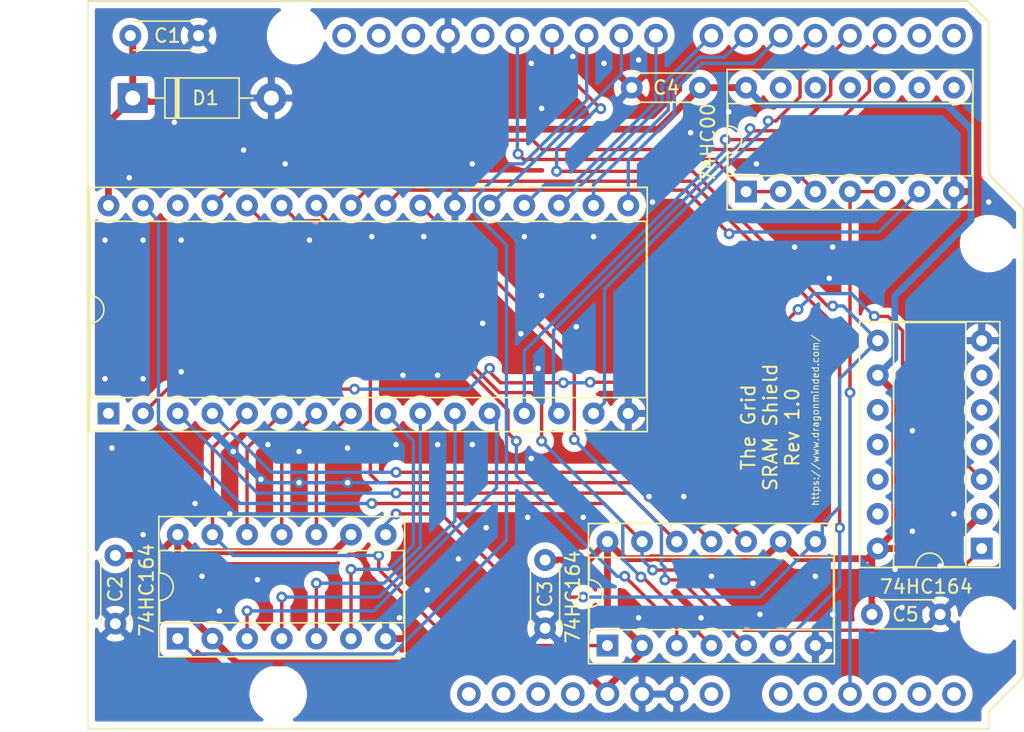
<source format=kicad_pcb>
(kicad_pcb (version 20171130) (host pcbnew "(5.1.8)-1")

  (general
    (thickness 1.6)
    (drawings 11)
    (tracks 369)
    (zones 0)
    (modules 12)
    (nets 58)
  )

  (page A4)
  (layers
    (0 F.Cu signal)
    (31 B.Cu signal)
    (32 B.Adhes user)
    (33 F.Adhes user)
    (34 B.Paste user)
    (35 F.Paste user)
    (36 B.SilkS user)
    (37 F.SilkS user)
    (38 B.Mask user)
    (39 F.Mask user)
    (40 Dwgs.User user)
    (41 Cmts.User user)
    (42 Eco1.User user)
    (43 Eco2.User user)
    (44 Edge.Cuts user)
    (45 Margin user)
    (46 B.CrtYd user)
    (47 F.CrtYd user)
    (48 B.Fab user)
    (49 F.Fab user)
  )

  (setup
    (last_trace_width 0.25)
    (user_trace_width 0.5)
    (trace_clearance 0.2)
    (zone_clearance 0.508)
    (zone_45_only no)
    (trace_min 0.2)
    (via_size 0.8)
    (via_drill 0.4)
    (via_min_size 0.4)
    (via_min_drill 0.3)
    (uvia_size 0.3)
    (uvia_drill 0.1)
    (uvias_allowed no)
    (uvia_min_size 0.2)
    (uvia_min_drill 0.1)
    (edge_width 0.05)
    (segment_width 0.2)
    (pcb_text_width 0.3)
    (pcb_text_size 1.5 1.5)
    (mod_edge_width 0.12)
    (mod_text_size 1 1)
    (mod_text_width 0.15)
    (pad_size 1.524 1.524)
    (pad_drill 0.762)
    (pad_to_mask_clearance 0)
    (aux_axis_origin 0 0)
    (visible_elements 7FFFFFFF)
    (pcbplotparams
      (layerselection 0x010fc_ffffffff)
      (usegerberextensions false)
      (usegerberattributes true)
      (usegerberadvancedattributes true)
      (creategerberjobfile true)
      (excludeedgelayer true)
      (linewidth 0.100000)
      (plotframeref false)
      (viasonmask false)
      (mode 1)
      (useauxorigin false)
      (hpglpennumber 1)
      (hpglpenspeed 20)
      (hpglpendiameter 15.000000)
      (psnegative false)
      (psa4output false)
      (plotreference true)
      (plotvalue true)
      (plotinvisibletext false)
      (padsonsilk false)
      (subtractmaskfromsilk false)
      (outputformat 1)
      (mirror false)
      (drillshape 1)
      (scaleselection 1)
      (outputdirectory ""))
  )

  (net 0 "")
  (net 1 +5V)
  (net 2 GND)
  (net 3 "Net-(U1-Pad13)")
  (net 4 "Net-(U1-Pad6)")
  (net 5 "Net-(U1-Pad12)")
  (net 6 "Net-(U1-Pad5)")
  (net 7 "Net-(U1-Pad11)")
  (net 8 "Net-(U1-Pad4)")
  (net 9 "Net-(U1-Pad10)")
  (net 10 "Net-(U1-Pad3)")
  (net 11 "Net-(U1-Pad8)")
  (net 12 "Net-(U1-Pad1)")
  (net 13 "Net-(U2-Pad3)")
  (net 14 "Net-(U2-Pad10)")
  (net 15 "Net-(U2-Pad4)")
  (net 16 "Net-(U2-Pad11)")
  (net 17 "Net-(U2-Pad5)")
  (net 18 "Net-(U2-Pad12)")
  (net 19 "Net-(U2-Pad6)")
  (net 20 "Net-(U2-Pad13)")
  (net 21 "Net-(U3-Pad13)")
  (net 22 "Net-(U3-Pad6)")
  (net 23 "Net-(U3-Pad12)")
  (net 24 "Net-(U3-Pad5)")
  (net 25 "Net-(U3-Pad11)")
  (net 26 "Net-(U3-Pad4)")
  (net 27 "Net-(U3-Pad10)")
  (net 28 "Net-(U3-Pad3)")
  (net 29 "Net-(U4-Pad1)")
  (net 30 "Net-(U4-Pad17)")
  (net 31 "Net-(U4-Pad18)")
  (net 32 "Net-(U4-Pad19)")
  (net 33 "Net-(U4-Pad20)")
  (net 34 "Net-(U4-Pad21)")
  (net 35 "Net-(U4-Pad13)")
  (net 36 "Net-(U4-Pad29)")
  (net 37 "Net-(U4-Pad14)")
  (net 38 "Net-(U4-Pad30)")
  (net 39 "Net-(U4-Pad15)")
  (net 40 "Net-(U5-Pad1)")
  (net 41 "Net-(U5-Pad4)")
  (net 42 "Net-(XA1-PadA0)")
  (net 43 "Net-(XA1-PadVIN)")
  (net 44 "Net-(XA1-Pad3V3)")
  (net 45 "Net-(XA1-PadRST1)")
  (net 46 "Net-(XA1-PadIORF)")
  (net 47 "Net-(XA1-PadD0)")
  (net 48 "Net-(XA1-PadD1)")
  (net 49 "Net-(XA1-PadSCL)")
  (net 50 "Net-(XA1-PadSDA)")
  (net 51 "Net-(XA1-PadAREF)")
  (net 52 "Net-(XA1-PadD13)")
  (net 53 "Net-(XA1-PadA1)")
  (net 54 "Net-(XA1-PadA3)")
  (net 55 "Net-(XA1-PadA4)")
  (net 56 "Net-(XA1-PadA5)")
  (net 57 "Net-(U4-Pad24)")

  (net_class Default "This is the default net class."
    (clearance 0.2)
    (trace_width 0.25)
    (via_dia 0.8)
    (via_drill 0.4)
    (uvia_dia 0.3)
    (uvia_drill 0.1)
    (add_net +5V)
    (add_net GND)
    (add_net "Net-(U1-Pad1)")
    (add_net "Net-(U1-Pad10)")
    (add_net "Net-(U1-Pad11)")
    (add_net "Net-(U1-Pad12)")
    (add_net "Net-(U1-Pad13)")
    (add_net "Net-(U1-Pad3)")
    (add_net "Net-(U1-Pad4)")
    (add_net "Net-(U1-Pad5)")
    (add_net "Net-(U1-Pad6)")
    (add_net "Net-(U1-Pad8)")
    (add_net "Net-(U2-Pad10)")
    (add_net "Net-(U2-Pad11)")
    (add_net "Net-(U2-Pad12)")
    (add_net "Net-(U2-Pad13)")
    (add_net "Net-(U2-Pad3)")
    (add_net "Net-(U2-Pad4)")
    (add_net "Net-(U2-Pad5)")
    (add_net "Net-(U2-Pad6)")
    (add_net "Net-(U3-Pad10)")
    (add_net "Net-(U3-Pad11)")
    (add_net "Net-(U3-Pad12)")
    (add_net "Net-(U3-Pad13)")
    (add_net "Net-(U3-Pad3)")
    (add_net "Net-(U3-Pad4)")
    (add_net "Net-(U3-Pad5)")
    (add_net "Net-(U3-Pad6)")
    (add_net "Net-(U4-Pad1)")
    (add_net "Net-(U4-Pad13)")
    (add_net "Net-(U4-Pad14)")
    (add_net "Net-(U4-Pad15)")
    (add_net "Net-(U4-Pad17)")
    (add_net "Net-(U4-Pad18)")
    (add_net "Net-(U4-Pad19)")
    (add_net "Net-(U4-Pad20)")
    (add_net "Net-(U4-Pad21)")
    (add_net "Net-(U4-Pad24)")
    (add_net "Net-(U4-Pad29)")
    (add_net "Net-(U4-Pad30)")
    (add_net "Net-(U5-Pad1)")
    (add_net "Net-(U5-Pad4)")
    (add_net "Net-(XA1-Pad3V3)")
    (add_net "Net-(XA1-PadA0)")
    (add_net "Net-(XA1-PadA1)")
    (add_net "Net-(XA1-PadA3)")
    (add_net "Net-(XA1-PadA4)")
    (add_net "Net-(XA1-PadA5)")
    (add_net "Net-(XA1-PadAREF)")
    (add_net "Net-(XA1-PadD0)")
    (add_net "Net-(XA1-PadD1)")
    (add_net "Net-(XA1-PadD13)")
    (add_net "Net-(XA1-PadIORF)")
    (add_net "Net-(XA1-PadRST1)")
    (add_net "Net-(XA1-PadSCL)")
    (add_net "Net-(XA1-PadSDA)")
    (add_net "Net-(XA1-PadVIN)")
  )

  (module Arduino:Arduino_Uno_Shield (layer F.Cu) (tedit 5FF0EA32) (tstamp 5FF15CC2)
    (at 20.32 76.2)
    (descr https://store.arduino.cc/arduino-uno-rev3)
    (path /5FF13A48)
    (fp_text reference XA1 (at 2.54 -54.356) (layer F.SilkS) hide
      (effects (font (size 1 1) (thickness 0.15)))
    )
    (fp_text value Arduino_Uno_Shield (at 15.494 -54.356) (layer F.Fab) hide
      (effects (font (size 1 1) (thickness 0.15)))
    )
    (fp_line (start 0 -53.34) (end 64.516 -53.34) (layer F.SilkS) (width 0.15))
    (fp_line (start 0 0) (end 66.04 0) (layer F.SilkS) (width 0.15))
    (fp_line (start 64.516 -53.34) (end 66.04 -51.816) (layer F.SilkS) (width 0.15))
    (fp_line (start 66.04 0) (end 66.04 -1.27) (layer F.SilkS) (width 0.15))
    (fp_line (start 66.04 -1.27) (end 68.58 -3.81) (layer F.SilkS) (width 0.15))
    (fp_line (start 68.58 -3.81) (end 68.58 -38.1) (layer F.SilkS) (width 0.15))
    (fp_line (start 68.58 -38.1) (end 66.04 -40.64) (layer F.SilkS) (width 0.15))
    (fp_line (start 66.04 -40.64) (end 66.04 -51.816) (layer F.SilkS) (width 0.15))
    (fp_line (start 0 -53.34) (end 0 0) (layer F.SilkS) (width 0.15))
    (fp_line (start -1.905 -12.065) (end 11.43 -12.065) (layer B.CrtYd) (width 0.15))
    (fp_line (start -1.905 -12.065) (end -1.905 -3.175) (layer B.CrtYd) (width 0.15))
    (fp_line (start -1.905 -3.175) (end 11.43 -3.175) (layer B.CrtYd) (width 0.15))
    (fp_line (start 11.43 -12.065) (end 11.43 -3.175) (layer B.CrtYd) (width 0.15))
    (fp_line (start -6.35 -43.815) (end -6.35 -32.385) (layer B.CrtYd) (width 0.15))
    (fp_line (start 9.525 -43.815) (end 9.525 -32.385) (layer B.CrtYd) (width 0.15))
    (fp_line (start 9.525 -43.815) (end -6.35 -43.815) (layer B.CrtYd) (width 0.15))
    (fp_line (start 9.525 -32.385) (end -6.35 -32.385) (layer B.CrtYd) (width 0.15))
    (pad A0 thru_hole oval (at 50.8 -2.54) (size 1.7272 1.7272) (drill 1.016) (layers *.Cu *.Mask)
      (net 42 "Net-(XA1-PadA0)"))
    (pad VIN thru_hole oval (at 45.72 -2.54) (size 1.7272 1.7272) (drill 1.016) (layers *.Cu *.Mask)
      (net 43 "Net-(XA1-PadVIN)"))
    (pad GND3 thru_hole oval (at 43.18 -2.54) (size 1.7272 1.7272) (drill 1.016) (layers *.Cu *.Mask)
      (net 2 GND))
    (pad GND2 thru_hole oval (at 40.64 -2.54) (size 1.7272 1.7272) (drill 1.016) (layers *.Cu *.Mask)
      (net 2 GND))
    (pad 5V1 thru_hole oval (at 38.1 -2.54) (size 1.7272 1.7272) (drill 1.016) (layers *.Cu *.Mask)
      (net 1 +5V))
    (pad 3V3 thru_hole oval (at 35.56 -2.54) (size 1.7272 1.7272) (drill 1.016) (layers *.Cu *.Mask)
      (net 44 "Net-(XA1-Pad3V3)"))
    (pad RST1 thru_hole oval (at 33.02 -2.54) (size 1.7272 1.7272) (drill 1.016) (layers *.Cu *.Mask)
      (net 45 "Net-(XA1-PadRST1)"))
    (pad IORF thru_hole oval (at 30.48 -2.54) (size 1.7272 1.7272) (drill 1.016) (layers *.Cu *.Mask)
      (net 46 "Net-(XA1-PadIORF)"))
    (pad D0 thru_hole oval (at 63.5 -50.8) (size 1.7272 1.7272) (drill 1.016) (layers *.Cu *.Mask)
      (net 47 "Net-(XA1-PadD0)"))
    (pad D1 thru_hole oval (at 60.96 -50.8) (size 1.7272 1.7272) (drill 1.016) (layers *.Cu *.Mask)
      (net 48 "Net-(XA1-PadD1)"))
    (pad D2 thru_hole oval (at 58.42 -50.8) (size 1.7272 1.7272) (drill 1.016) (layers *.Cu *.Mask)
      (net 35 "Net-(U4-Pad13)"))
    (pad D3 thru_hole oval (at 55.88 -50.8) (size 1.7272 1.7272) (drill 1.016) (layers *.Cu *.Mask)
      (net 37 "Net-(U4-Pad14)"))
    (pad D4 thru_hole oval (at 53.34 -50.8) (size 1.7272 1.7272) (drill 1.016) (layers *.Cu *.Mask)
      (net 39 "Net-(U4-Pad15)"))
    (pad D5 thru_hole oval (at 50.8 -50.8) (size 1.7272 1.7272) (drill 1.016) (layers *.Cu *.Mask)
      (net 30 "Net-(U4-Pad17)"))
    (pad D6 thru_hole oval (at 48.26 -50.8) (size 1.7272 1.7272) (drill 1.016) (layers *.Cu *.Mask)
      (net 31 "Net-(U4-Pad18)"))
    (pad D7 thru_hole oval (at 45.72 -50.8) (size 1.7272 1.7272) (drill 1.016) (layers *.Cu *.Mask)
      (net 32 "Net-(U4-Pad19)"))
    (pad GND1 thru_hole oval (at 26.416 -50.8) (size 1.7272 1.7272) (drill 1.016) (layers *.Cu *.Mask)
      (net 2 GND))
    (pad D8 thru_hole oval (at 41.656 -50.8) (size 1.7272 1.7272) (drill 1.016) (layers *.Cu *.Mask)
      (net 33 "Net-(U4-Pad20)"))
    (pad D9 thru_hole oval (at 39.116 -50.8) (size 1.7272 1.7272) (drill 1.016) (layers *.Cu *.Mask)
      (net 34 "Net-(U4-Pad21)"))
    (pad D10 thru_hole oval (at 36.576 -50.8) (size 1.7272 1.7272) (drill 1.016) (layers *.Cu *.Mask)
      (net 12 "Net-(U1-Pad1)"))
    (pad "" np_thru_hole circle (at 66.04 -7.62) (size 3.2 3.2) (drill 3.2) (layers *.Cu *.Mask))
    (pad "" np_thru_hole circle (at 66.04 -35.56) (size 3.2 3.2) (drill 3.2) (layers *.Cu *.Mask))
    (pad "" np_thru_hole circle (at 15.24 -50.8) (size 3.2 3.2) (drill 3.2) (layers *.Cu *.Mask))
    (pad "" np_thru_hole circle (at 13.97 -2.54) (size 3.2 3.2) (drill 3.2) (layers *.Cu *.Mask))
    (pad SCL thru_hole oval (at 18.796 -50.8) (size 1.7272 1.7272) (drill 1.016) (layers *.Cu *.Mask)
      (net 49 "Net-(XA1-PadSCL)"))
    (pad SDA thru_hole oval (at 21.336 -50.8) (size 1.7272 1.7272) (drill 1.016) (layers *.Cu *.Mask)
      (net 50 "Net-(XA1-PadSDA)"))
    (pad AREF thru_hole oval (at 23.876 -50.8) (size 1.7272 1.7272) (drill 1.016) (layers *.Cu *.Mask)
      (net 51 "Net-(XA1-PadAREF)"))
    (pad D13 thru_hole oval (at 28.956 -50.8) (size 1.7272 1.7272) (drill 1.016) (layers *.Cu *.Mask)
      (net 52 "Net-(XA1-PadD13)"))
    (pad D12 thru_hole oval (at 31.496 -50.8) (size 1.7272 1.7272) (drill 1.016) (layers *.Cu *.Mask)
      (net 40 "Net-(U5-Pad1)"))
    (pad D11 thru_hole oval (at 34.036 -50.8) (size 1.7272 1.7272) (drill 1.016) (layers *.Cu *.Mask)
      (net 11 "Net-(U1-Pad8)"))
    (pad "" thru_hole oval (at 27.94 -2.54) (size 1.7272 1.7272) (drill 1.016) (layers *.Cu *.Mask))
    (pad A1 thru_hole oval (at 53.34 -2.54) (size 1.7272 1.7272) (drill 1.016) (layers *.Cu *.Mask)
      (net 53 "Net-(XA1-PadA1)"))
    (pad A2 thru_hole oval (at 55.88 -2.54) (size 1.7272 1.7272) (drill 1.016) (layers *.Cu *.Mask)
      (net 41 "Net-(U5-Pad4)"))
    (pad A3 thru_hole oval (at 58.42 -2.54) (size 1.7272 1.7272) (drill 1.016) (layers *.Cu *.Mask)
      (net 54 "Net-(XA1-PadA3)"))
    (pad A4 thru_hole oval (at 60.96 -2.54) (size 1.7272 1.7272) (drill 1.016) (layers *.Cu *.Mask)
      (net 55 "Net-(XA1-PadA4)"))
    (pad A5 thru_hole oval (at 63.5 -2.54) (size 1.7272 1.7272) (drill 1.016) (layers *.Cu *.Mask)
      (net 56 "Net-(XA1-PadA5)"))
  )

  (module Capacitor_THT:C_Disc_D4.3mm_W1.9mm_P5.00mm (layer F.Cu) (tedit 5AE50EF0) (tstamp 5FF141F9)
    (at 23.448 25.4)
    (descr "C, Disc series, Radial, pin pitch=5.00mm, , diameter*width=4.3*1.9mm^2, Capacitor, http://www.vishay.com/docs/45233/krseries.pdf")
    (tags "C Disc series Radial pin pitch 5.00mm  diameter 4.3mm width 1.9mm Capacitor")
    (path /600320EF)
    (fp_text reference C1 (at 2.714 0) (layer F.SilkS)
      (effects (font (size 1 1) (thickness 0.15)))
    )
    (fp_text value 0.1uF (at 2.5 2.2) (layer F.Fab)
      (effects (font (size 1 1) (thickness 0.15)))
    )
    (fp_line (start 6.05 -1.2) (end -1.05 -1.2) (layer F.CrtYd) (width 0.05))
    (fp_line (start 6.05 1.2) (end 6.05 -1.2) (layer F.CrtYd) (width 0.05))
    (fp_line (start -1.05 1.2) (end 6.05 1.2) (layer F.CrtYd) (width 0.05))
    (fp_line (start -1.05 -1.2) (end -1.05 1.2) (layer F.CrtYd) (width 0.05))
    (fp_line (start 4.77 1.055) (end 4.77 1.07) (layer F.SilkS) (width 0.12))
    (fp_line (start 4.77 -1.07) (end 4.77 -1.055) (layer F.SilkS) (width 0.12))
    (fp_line (start 0.23 1.055) (end 0.23 1.07) (layer F.SilkS) (width 0.12))
    (fp_line (start 0.23 -1.07) (end 0.23 -1.055) (layer F.SilkS) (width 0.12))
    (fp_line (start 0.23 1.07) (end 4.77 1.07) (layer F.SilkS) (width 0.12))
    (fp_line (start 0.23 -1.07) (end 4.77 -1.07) (layer F.SilkS) (width 0.12))
    (fp_line (start 4.65 -0.95) (end 0.35 -0.95) (layer F.Fab) (width 0.1))
    (fp_line (start 4.65 0.95) (end 4.65 -0.95) (layer F.Fab) (width 0.1))
    (fp_line (start 0.35 0.95) (end 4.65 0.95) (layer F.Fab) (width 0.1))
    (fp_line (start 0.35 -0.95) (end 0.35 0.95) (layer F.Fab) (width 0.1))
    (fp_text user %R (at 2.5 0) (layer F.Fab)
      (effects (font (size 0.86 0.86) (thickness 0.129)))
    )
    (pad 1 thru_hole circle (at 0 0) (size 1.6 1.6) (drill 0.8) (layers *.Cu *.Mask)
      (net 1 +5V))
    (pad 2 thru_hole circle (at 5 0) (size 1.6 1.6) (drill 0.8) (layers *.Cu *.Mask)
      (net 2 GND))
    (model ${KISYS3DMOD}/Capacitor_THT.3dshapes/C_Disc_D4.3mm_W1.9mm_P5.00mm.wrl
      (at (xyz 0 0 0))
      (scale (xyz 1 1 1))
      (rotate (xyz 0 0 0))
    )
  )

  (module Capacitor_THT:C_Disc_D4.3mm_W1.9mm_P5.00mm (layer F.Cu) (tedit 5AE50EF0) (tstamp 5FF1420E)
    (at 22.352 63.5 270)
    (descr "C, Disc series, Radial, pin pitch=5.00mm, , diameter*width=4.3*1.9mm^2, Capacitor, http://www.vishay.com/docs/45233/krseries.pdf")
    (tags "C Disc series Radial pin pitch 5.00mm  diameter 4.3mm width 1.9mm Capacitor")
    (path /60030E7D)
    (fp_text reference C2 (at 2.46 0 90) (layer F.SilkS)
      (effects (font (size 1 1) (thickness 0.15)))
    )
    (fp_text value 0.1uF (at 2.5 2.2 90) (layer F.Fab)
      (effects (font (size 1 1) (thickness 0.15)))
    )
    (fp_line (start 6.05 -1.2) (end -1.05 -1.2) (layer F.CrtYd) (width 0.05))
    (fp_line (start 6.05 1.2) (end 6.05 -1.2) (layer F.CrtYd) (width 0.05))
    (fp_line (start -1.05 1.2) (end 6.05 1.2) (layer F.CrtYd) (width 0.05))
    (fp_line (start -1.05 -1.2) (end -1.05 1.2) (layer F.CrtYd) (width 0.05))
    (fp_line (start 4.77 1.055) (end 4.77 1.07) (layer F.SilkS) (width 0.12))
    (fp_line (start 4.77 -1.07) (end 4.77 -1.055) (layer F.SilkS) (width 0.12))
    (fp_line (start 0.23 1.055) (end 0.23 1.07) (layer F.SilkS) (width 0.12))
    (fp_line (start 0.23 -1.07) (end 0.23 -1.055) (layer F.SilkS) (width 0.12))
    (fp_line (start 0.23 1.07) (end 4.77 1.07) (layer F.SilkS) (width 0.12))
    (fp_line (start 0.23 -1.07) (end 4.77 -1.07) (layer F.SilkS) (width 0.12))
    (fp_line (start 4.65 -0.95) (end 0.35 -0.95) (layer F.Fab) (width 0.1))
    (fp_line (start 4.65 0.95) (end 4.65 -0.95) (layer F.Fab) (width 0.1))
    (fp_line (start 0.35 0.95) (end 4.65 0.95) (layer F.Fab) (width 0.1))
    (fp_line (start 0.35 -0.95) (end 0.35 0.95) (layer F.Fab) (width 0.1))
    (fp_text user %R (at 2.5 0 90) (layer F.Fab)
      (effects (font (size 0.86 0.86) (thickness 0.129)))
    )
    (pad 1 thru_hole circle (at 0 0 270) (size 1.6 1.6) (drill 0.8) (layers *.Cu *.Mask)
      (net 1 +5V))
    (pad 2 thru_hole circle (at 5 0 270) (size 1.6 1.6) (drill 0.8) (layers *.Cu *.Mask)
      (net 2 GND))
    (model ${KISYS3DMOD}/Capacitor_THT.3dshapes/C_Disc_D4.3mm_W1.9mm_P5.00mm.wrl
      (at (xyz 0 0 0))
      (scale (xyz 1 1 1))
      (rotate (xyz 0 0 0))
    )
  )

  (module Capacitor_THT:C_Disc_D4.3mm_W1.9mm_P5.00mm (layer F.Cu) (tedit 5AE50EF0) (tstamp 5FF14223)
    (at 53.848 63.834 270)
    (descr "C, Disc series, Radial, pin pitch=5.00mm, , diameter*width=4.3*1.9mm^2, Capacitor, http://www.vishay.com/docs/45233/krseries.pdf")
    (tags "C Disc series Radial pin pitch 5.00mm  diameter 4.3mm width 1.9mm Capacitor")
    (path /600316E7)
    (fp_text reference C3 (at 2.5 0 90) (layer F.SilkS)
      (effects (font (size 1 1) (thickness 0.15)))
    )
    (fp_text value 0.1uF (at 2.5 2.2 90) (layer F.Fab)
      (effects (font (size 1 1) (thickness 0.15)))
    )
    (fp_line (start 0.35 -0.95) (end 0.35 0.95) (layer F.Fab) (width 0.1))
    (fp_line (start 0.35 0.95) (end 4.65 0.95) (layer F.Fab) (width 0.1))
    (fp_line (start 4.65 0.95) (end 4.65 -0.95) (layer F.Fab) (width 0.1))
    (fp_line (start 4.65 -0.95) (end 0.35 -0.95) (layer F.Fab) (width 0.1))
    (fp_line (start 0.23 -1.07) (end 4.77 -1.07) (layer F.SilkS) (width 0.12))
    (fp_line (start 0.23 1.07) (end 4.77 1.07) (layer F.SilkS) (width 0.12))
    (fp_line (start 0.23 -1.07) (end 0.23 -1.055) (layer F.SilkS) (width 0.12))
    (fp_line (start 0.23 1.055) (end 0.23 1.07) (layer F.SilkS) (width 0.12))
    (fp_line (start 4.77 -1.07) (end 4.77 -1.055) (layer F.SilkS) (width 0.12))
    (fp_line (start 4.77 1.055) (end 4.77 1.07) (layer F.SilkS) (width 0.12))
    (fp_line (start -1.05 -1.2) (end -1.05 1.2) (layer F.CrtYd) (width 0.05))
    (fp_line (start -1.05 1.2) (end 6.05 1.2) (layer F.CrtYd) (width 0.05))
    (fp_line (start 6.05 1.2) (end 6.05 -1.2) (layer F.CrtYd) (width 0.05))
    (fp_line (start 6.05 -1.2) (end -1.05 -1.2) (layer F.CrtYd) (width 0.05))
    (fp_text user %R (at 2.5 0 90) (layer F.Fab)
      (effects (font (size 0.86 0.86) (thickness 0.129)))
    )
    (pad 2 thru_hole circle (at 5 0 270) (size 1.6 1.6) (drill 0.8) (layers *.Cu *.Mask)
      (net 2 GND))
    (pad 1 thru_hole circle (at 0 0 270) (size 1.6 1.6) (drill 0.8) (layers *.Cu *.Mask)
      (net 1 +5V))
    (model ${KISYS3DMOD}/Capacitor_THT.3dshapes/C_Disc_D4.3mm_W1.9mm_P5.00mm.wrl
      (at (xyz 0 0 0))
      (scale (xyz 1 1 1))
      (rotate (xyz 0 0 0))
    )
  )

  (module Capacitor_THT:C_Disc_D4.3mm_W1.9mm_P5.00mm (layer F.Cu) (tedit 5AE50EF0) (tstamp 5FF15FB1)
    (at 65.198 29.21 180)
    (descr "C, Disc series, Radial, pin pitch=5.00mm, , diameter*width=4.3*1.9mm^2, Capacitor, http://www.vishay.com/docs/45233/krseries.pdf")
    (tags "C Disc series Radial pin pitch 5.00mm  diameter 4.3mm width 1.9mm Capacitor")
    (path /60031AAA)
    (fp_text reference C4 (at 2.46 0) (layer F.SilkS)
      (effects (font (size 1 1) (thickness 0.15)))
    )
    (fp_text value 0.1uF (at 2.5 2.2) (layer F.Fab)
      (effects (font (size 1 1) (thickness 0.15)))
    )
    (fp_line (start 6.05 -1.2) (end -1.05 -1.2) (layer F.CrtYd) (width 0.05))
    (fp_line (start 6.05 1.2) (end 6.05 -1.2) (layer F.CrtYd) (width 0.05))
    (fp_line (start -1.05 1.2) (end 6.05 1.2) (layer F.CrtYd) (width 0.05))
    (fp_line (start -1.05 -1.2) (end -1.05 1.2) (layer F.CrtYd) (width 0.05))
    (fp_line (start 4.77 1.055) (end 4.77 1.07) (layer F.SilkS) (width 0.12))
    (fp_line (start 4.77 -1.07) (end 4.77 -1.055) (layer F.SilkS) (width 0.12))
    (fp_line (start 0.23 1.055) (end 0.23 1.07) (layer F.SilkS) (width 0.12))
    (fp_line (start 0.23 -1.07) (end 0.23 -1.055) (layer F.SilkS) (width 0.12))
    (fp_line (start 0.23 1.07) (end 4.77 1.07) (layer F.SilkS) (width 0.12))
    (fp_line (start 0.23 -1.07) (end 4.77 -1.07) (layer F.SilkS) (width 0.12))
    (fp_line (start 4.65 -0.95) (end 0.35 -0.95) (layer F.Fab) (width 0.1))
    (fp_line (start 4.65 0.95) (end 4.65 -0.95) (layer F.Fab) (width 0.1))
    (fp_line (start 0.35 0.95) (end 4.65 0.95) (layer F.Fab) (width 0.1))
    (fp_line (start 0.35 -0.95) (end 0.35 0.95) (layer F.Fab) (width 0.1))
    (fp_text user %R (at 2.5 0) (layer F.Fab)
      (effects (font (size 0.86 0.86) (thickness 0.129)))
    )
    (pad 1 thru_hole circle (at 0 0 180) (size 1.6 1.6) (drill 0.8) (layers *.Cu *.Mask)
      (net 1 +5V))
    (pad 2 thru_hole circle (at 5 0 180) (size 1.6 1.6) (drill 0.8) (layers *.Cu *.Mask)
      (net 2 GND))
    (model ${KISYS3DMOD}/Capacitor_THT.3dshapes/C_Disc_D4.3mm_W1.9mm_P5.00mm.wrl
      (at (xyz 0 0 0))
      (scale (xyz 1 1 1))
      (rotate (xyz 0 0 0))
    )
  )

  (module Capacitor_THT:C_Disc_D4.3mm_W1.9mm_P5.00mm (layer F.Cu) (tedit 5AE50EF0) (tstamp 5FF1424D)
    (at 77.804 67.818)
    (descr "C, Disc series, Radial, pin pitch=5.00mm, , diameter*width=4.3*1.9mm^2, Capacitor, http://www.vishay.com/docs/45233/krseries.pdf")
    (tags "C Disc series Radial pin pitch 5.00mm  diameter 4.3mm width 1.9mm Capacitor")
    (path /60031F1D)
    (fp_text reference C5 (at 2.46 0) (layer F.SilkS)
      (effects (font (size 1 1) (thickness 0.15)))
    )
    (fp_text value 0.1uF (at 2.5 2.2) (layer F.Fab)
      (effects (font (size 1 1) (thickness 0.15)))
    )
    (fp_line (start 0.35 -0.95) (end 0.35 0.95) (layer F.Fab) (width 0.1))
    (fp_line (start 0.35 0.95) (end 4.65 0.95) (layer F.Fab) (width 0.1))
    (fp_line (start 4.65 0.95) (end 4.65 -0.95) (layer F.Fab) (width 0.1))
    (fp_line (start 4.65 -0.95) (end 0.35 -0.95) (layer F.Fab) (width 0.1))
    (fp_line (start 0.23 -1.07) (end 4.77 -1.07) (layer F.SilkS) (width 0.12))
    (fp_line (start 0.23 1.07) (end 4.77 1.07) (layer F.SilkS) (width 0.12))
    (fp_line (start 0.23 -1.07) (end 0.23 -1.055) (layer F.SilkS) (width 0.12))
    (fp_line (start 0.23 1.055) (end 0.23 1.07) (layer F.SilkS) (width 0.12))
    (fp_line (start 4.77 -1.07) (end 4.77 -1.055) (layer F.SilkS) (width 0.12))
    (fp_line (start 4.77 1.055) (end 4.77 1.07) (layer F.SilkS) (width 0.12))
    (fp_line (start -1.05 -1.2) (end -1.05 1.2) (layer F.CrtYd) (width 0.05))
    (fp_line (start -1.05 1.2) (end 6.05 1.2) (layer F.CrtYd) (width 0.05))
    (fp_line (start 6.05 1.2) (end 6.05 -1.2) (layer F.CrtYd) (width 0.05))
    (fp_line (start 6.05 -1.2) (end -1.05 -1.2) (layer F.CrtYd) (width 0.05))
    (fp_text user %R (at 2.5 0) (layer F.Fab)
      (effects (font (size 0.86 0.86) (thickness 0.129)))
    )
    (pad 2 thru_hole circle (at 5 0) (size 1.6 1.6) (drill 0.8) (layers *.Cu *.Mask)
      (net 2 GND))
    (pad 1 thru_hole circle (at 0 0) (size 1.6 1.6) (drill 0.8) (layers *.Cu *.Mask)
      (net 1 +5V))
    (model ${KISYS3DMOD}/Capacitor_THT.3dshapes/C_Disc_D4.3mm_W1.9mm_P5.00mm.wrl
      (at (xyz 0 0 0))
      (scale (xyz 1 1 1))
      (rotate (xyz 0 0 0))
    )
  )

  (module Diode_THT:D_DO-41_SOD81_P10.16mm_Horizontal (layer F.Cu) (tedit 5AE50CD5) (tstamp 5FF1426C)
    (at 23.622 29.972)
    (descr "Diode, DO-41_SOD81 series, Axial, Horizontal, pin pitch=10.16mm, , length*diameter=5.2*2.7mm^2, , http://www.diodes.com/_files/packages/DO-41%20(Plastic).pdf")
    (tags "Diode DO-41_SOD81 series Axial Horizontal pin pitch 10.16mm  length 5.2mm diameter 2.7mm")
    (path /600584CA)
    (fp_text reference D1 (at 5.334 0) (layer F.SilkS)
      (effects (font (size 1 1) (thickness 0.15)))
    )
    (fp_text value 1N5817 (at 5.08 2.47) (layer F.Fab) hide
      (effects (font (size 1 1) (thickness 0.15)))
    )
    (fp_line (start 11.51 -1.6) (end -1.35 -1.6) (layer F.CrtYd) (width 0.05))
    (fp_line (start 11.51 1.6) (end 11.51 -1.6) (layer F.CrtYd) (width 0.05))
    (fp_line (start -1.35 1.6) (end 11.51 1.6) (layer F.CrtYd) (width 0.05))
    (fp_line (start -1.35 -1.6) (end -1.35 1.6) (layer F.CrtYd) (width 0.05))
    (fp_line (start 3.14 -1.47) (end 3.14 1.47) (layer F.SilkS) (width 0.12))
    (fp_line (start 3.38 -1.47) (end 3.38 1.47) (layer F.SilkS) (width 0.12))
    (fp_line (start 3.26 -1.47) (end 3.26 1.47) (layer F.SilkS) (width 0.12))
    (fp_line (start 8.82 0) (end 7.8 0) (layer F.SilkS) (width 0.12))
    (fp_line (start 1.34 0) (end 2.36 0) (layer F.SilkS) (width 0.12))
    (fp_line (start 7.8 -1.47) (end 2.36 -1.47) (layer F.SilkS) (width 0.12))
    (fp_line (start 7.8 1.47) (end 7.8 -1.47) (layer F.SilkS) (width 0.12))
    (fp_line (start 2.36 1.47) (end 7.8 1.47) (layer F.SilkS) (width 0.12))
    (fp_line (start 2.36 -1.47) (end 2.36 1.47) (layer F.SilkS) (width 0.12))
    (fp_line (start 3.16 -1.35) (end 3.16 1.35) (layer F.Fab) (width 0.1))
    (fp_line (start 3.36 -1.35) (end 3.36 1.35) (layer F.Fab) (width 0.1))
    (fp_line (start 3.26 -1.35) (end 3.26 1.35) (layer F.Fab) (width 0.1))
    (fp_line (start 10.16 0) (end 7.68 0) (layer F.Fab) (width 0.1))
    (fp_line (start 0 0) (end 2.48 0) (layer F.Fab) (width 0.1))
    (fp_line (start 7.68 -1.35) (end 2.48 -1.35) (layer F.Fab) (width 0.1))
    (fp_line (start 7.68 1.35) (end 7.68 -1.35) (layer F.Fab) (width 0.1))
    (fp_line (start 2.48 1.35) (end 7.68 1.35) (layer F.Fab) (width 0.1))
    (fp_line (start 2.48 -1.35) (end 2.48 1.35) (layer F.Fab) (width 0.1))
    (fp_text user %R (at 5.47 0) (layer F.Fab) hide
      (effects (font (size 1 1) (thickness 0.15)))
    )
    (fp_text user K (at 0 -2.1) (layer F.Fab) hide
      (effects (font (size 1 1) (thickness 0.15)))
    )
    (fp_text user K (at 0 -2.1) (layer F.SilkS) hide
      (effects (font (size 1 1) (thickness 0.15)))
    )
    (pad 1 thru_hole rect (at 0 0) (size 2.2 2.2) (drill 1.1) (layers *.Cu *.Mask)
      (net 1 +5V))
    (pad 2 thru_hole oval (at 10.16 0) (size 2.2 2.2) (drill 1.1) (layers *.Cu *.Mask)
      (net 2 GND))
    (model ${KISYS3DMOD}/Diode_THT.3dshapes/D_DO-41_SOD81_P10.16mm_Horizontal.wrl
      (at (xyz 0 0 0))
      (scale (xyz 1 1 1))
      (rotate (xyz 0 0 0))
    )
  )

  (module Package_DIP:DIP-14_W7.62mm_Socket (layer F.Cu) (tedit 5A02E8C5) (tstamp 5FF15DD9)
    (at 26.924 69.596 90)
    (descr "14-lead though-hole mounted DIP package, row spacing 7.62 mm (300 mils), Socket")
    (tags "THT DIP DIL PDIP 2.54mm 7.62mm 300mil Socket")
    (path /5FF48E00)
    (fp_text reference U1 (at 3.81 -2.33 90) (layer F.SilkS) hide
      (effects (font (size 1 1) (thickness 0.15)))
    )
    (fp_text value 74HC164 (at 3.556 -2.286 90) (layer F.SilkS)
      (effects (font (size 1 1) (thickness 0.15)))
    )
    (fp_line (start 1.635 -1.27) (end 6.985 -1.27) (layer F.Fab) (width 0.1))
    (fp_line (start 6.985 -1.27) (end 6.985 16.51) (layer F.Fab) (width 0.1))
    (fp_line (start 6.985 16.51) (end 0.635 16.51) (layer F.Fab) (width 0.1))
    (fp_line (start 0.635 16.51) (end 0.635 -0.27) (layer F.Fab) (width 0.1))
    (fp_line (start 0.635 -0.27) (end 1.635 -1.27) (layer F.Fab) (width 0.1))
    (fp_line (start -1.27 -1.33) (end -1.27 16.57) (layer F.Fab) (width 0.1))
    (fp_line (start -1.27 16.57) (end 8.89 16.57) (layer F.Fab) (width 0.1))
    (fp_line (start 8.89 16.57) (end 8.89 -1.33) (layer F.Fab) (width 0.1))
    (fp_line (start 8.89 -1.33) (end -1.27 -1.33) (layer F.Fab) (width 0.1))
    (fp_line (start 2.81 -1.33) (end 1.16 -1.33) (layer F.SilkS) (width 0.12))
    (fp_line (start 1.16 -1.33) (end 1.16 16.57) (layer F.SilkS) (width 0.12))
    (fp_line (start 1.16 16.57) (end 6.46 16.57) (layer F.SilkS) (width 0.12))
    (fp_line (start 6.46 16.57) (end 6.46 -1.33) (layer F.SilkS) (width 0.12))
    (fp_line (start 6.46 -1.33) (end 4.81 -1.33) (layer F.SilkS) (width 0.12))
    (fp_line (start -1.33 -1.39) (end -1.33 16.63) (layer F.SilkS) (width 0.12))
    (fp_line (start -1.33 16.63) (end 8.95 16.63) (layer F.SilkS) (width 0.12))
    (fp_line (start 8.95 16.63) (end 8.95 -1.39) (layer F.SilkS) (width 0.12))
    (fp_line (start 8.95 -1.39) (end -1.33 -1.39) (layer F.SilkS) (width 0.12))
    (fp_line (start -1.55 -1.6) (end -1.55 16.85) (layer F.CrtYd) (width 0.05))
    (fp_line (start -1.55 16.85) (end 9.15 16.85) (layer F.CrtYd) (width 0.05))
    (fp_line (start 9.15 16.85) (end 9.15 -1.6) (layer F.CrtYd) (width 0.05))
    (fp_line (start 9.15 -1.6) (end -1.55 -1.6) (layer F.CrtYd) (width 0.05))
    (fp_text user %R (at 3.81 7.62 90) (layer F.Fab) hide
      (effects (font (size 1 1) (thickness 0.15)))
    )
    (fp_arc (start 3.81 -1.33) (end 2.81 -1.33) (angle -180) (layer F.SilkS) (width 0.12))
    (pad 14 thru_hole oval (at 7.62 0 90) (size 1.6 1.6) (drill 0.8) (layers *.Cu *.Mask)
      (net 1 +5V))
    (pad 7 thru_hole oval (at 0 15.24 90) (size 1.6 1.6) (drill 0.8) (layers *.Cu *.Mask)
      (net 2 GND))
    (pad 13 thru_hole oval (at 7.62 2.54 90) (size 1.6 1.6) (drill 0.8) (layers *.Cu *.Mask)
      (net 3 "Net-(U1-Pad13)"))
    (pad 6 thru_hole oval (at 0 12.7 90) (size 1.6 1.6) (drill 0.8) (layers *.Cu *.Mask)
      (net 4 "Net-(U1-Pad6)"))
    (pad 12 thru_hole oval (at 7.62 5.08 90) (size 1.6 1.6) (drill 0.8) (layers *.Cu *.Mask)
      (net 5 "Net-(U1-Pad12)"))
    (pad 5 thru_hole oval (at 0 10.16 90) (size 1.6 1.6) (drill 0.8) (layers *.Cu *.Mask)
      (net 6 "Net-(U1-Pad5)"))
    (pad 11 thru_hole oval (at 7.62 7.62 90) (size 1.6 1.6) (drill 0.8) (layers *.Cu *.Mask)
      (net 7 "Net-(U1-Pad11)"))
    (pad 4 thru_hole oval (at 0 7.62 90) (size 1.6 1.6) (drill 0.8) (layers *.Cu *.Mask)
      (net 8 "Net-(U1-Pad4)"))
    (pad 10 thru_hole oval (at 7.62 10.16 90) (size 1.6 1.6) (drill 0.8) (layers *.Cu *.Mask)
      (net 9 "Net-(U1-Pad10)"))
    (pad 3 thru_hole oval (at 0 5.08 90) (size 1.6 1.6) (drill 0.8) (layers *.Cu *.Mask)
      (net 10 "Net-(U1-Pad3)"))
    (pad 9 thru_hole oval (at 7.62 12.7 90) (size 1.6 1.6) (drill 0.8) (layers *.Cu *.Mask)
      (net 1 +5V))
    (pad 2 thru_hole oval (at 0 2.54 90) (size 1.6 1.6) (drill 0.8) (layers *.Cu *.Mask)
      (net 1 +5V))
    (pad 8 thru_hole oval (at 7.62 15.24 90) (size 1.6 1.6) (drill 0.8) (layers *.Cu *.Mask)
      (net 11 "Net-(U1-Pad8)"))
    (pad 1 thru_hole rect (at 0 0 90) (size 1.6 1.6) (drill 0.8) (layers *.Cu *.Mask)
      (net 12 "Net-(U1-Pad1)"))
    (model ${KISYS3DMOD}/Package_DIP.3dshapes/DIP-14_W7.62mm_Socket.wrl
      (at (xyz 0 0 0))
      (scale (xyz 1 1 1))
      (rotate (xyz 0 0 0))
    )
  )

  (module Package_DIP:DIP-14_W7.62mm_Socket (layer F.Cu) (tedit 5A02E8C5) (tstamp 5FF142C0)
    (at 58.42 70.104 90)
    (descr "14-lead though-hole mounted DIP package, row spacing 7.62 mm (300 mils), Socket")
    (tags "THT DIP DIL PDIP 2.54mm 7.62mm 300mil Socket")
    (path /5FF4ABD7)
    (fp_text reference U2 (at 3.81 -2.33 90) (layer F.SilkS) hide
      (effects (font (size 1 1) (thickness 0.15)))
    )
    (fp_text value 74HC164 (at 3.556 -2.54 90) (layer F.SilkS)
      (effects (font (size 1 1) (thickness 0.15)))
    )
    (fp_line (start 9.15 -1.6) (end -1.55 -1.6) (layer F.CrtYd) (width 0.05))
    (fp_line (start 9.15 16.85) (end 9.15 -1.6) (layer F.CrtYd) (width 0.05))
    (fp_line (start -1.55 16.85) (end 9.15 16.85) (layer F.CrtYd) (width 0.05))
    (fp_line (start -1.55 -1.6) (end -1.55 16.85) (layer F.CrtYd) (width 0.05))
    (fp_line (start 8.95 -1.39) (end -1.33 -1.39) (layer F.SilkS) (width 0.12))
    (fp_line (start 8.95 16.63) (end 8.95 -1.39) (layer F.SilkS) (width 0.12))
    (fp_line (start -1.33 16.63) (end 8.95 16.63) (layer F.SilkS) (width 0.12))
    (fp_line (start -1.33 -1.39) (end -1.33 16.63) (layer F.SilkS) (width 0.12))
    (fp_line (start 6.46 -1.33) (end 4.81 -1.33) (layer F.SilkS) (width 0.12))
    (fp_line (start 6.46 16.57) (end 6.46 -1.33) (layer F.SilkS) (width 0.12))
    (fp_line (start 1.16 16.57) (end 6.46 16.57) (layer F.SilkS) (width 0.12))
    (fp_line (start 1.16 -1.33) (end 1.16 16.57) (layer F.SilkS) (width 0.12))
    (fp_line (start 2.81 -1.33) (end 1.16 -1.33) (layer F.SilkS) (width 0.12))
    (fp_line (start 8.89 -1.33) (end -1.27 -1.33) (layer F.Fab) (width 0.1))
    (fp_line (start 8.89 16.57) (end 8.89 -1.33) (layer F.Fab) (width 0.1))
    (fp_line (start -1.27 16.57) (end 8.89 16.57) (layer F.Fab) (width 0.1))
    (fp_line (start -1.27 -1.33) (end -1.27 16.57) (layer F.Fab) (width 0.1))
    (fp_line (start 0.635 -0.27) (end 1.635 -1.27) (layer F.Fab) (width 0.1))
    (fp_line (start 0.635 16.51) (end 0.635 -0.27) (layer F.Fab) (width 0.1))
    (fp_line (start 6.985 16.51) (end 0.635 16.51) (layer F.Fab) (width 0.1))
    (fp_line (start 6.985 -1.27) (end 6.985 16.51) (layer F.Fab) (width 0.1))
    (fp_line (start 1.635 -1.27) (end 6.985 -1.27) (layer F.Fab) (width 0.1))
    (fp_arc (start 3.81 -1.33) (end 2.81 -1.33) (angle -180) (layer F.SilkS) (width 0.12))
    (fp_text user %R (at 3.81 7.62 90) (layer F.Fab) hide
      (effects (font (size 1 1) (thickness 0.15)))
    )
    (pad 1 thru_hole rect (at 0 0 90) (size 1.6 1.6) (drill 0.8) (layers *.Cu *.Mask)
      (net 3 "Net-(U1-Pad13)"))
    (pad 8 thru_hole oval (at 7.62 15.24 90) (size 1.6 1.6) (drill 0.8) (layers *.Cu *.Mask)
      (net 11 "Net-(U1-Pad8)"))
    (pad 2 thru_hole oval (at 0 2.54 90) (size 1.6 1.6) (drill 0.8) (layers *.Cu *.Mask)
      (net 1 +5V))
    (pad 9 thru_hole oval (at 7.62 12.7 90) (size 1.6 1.6) (drill 0.8) (layers *.Cu *.Mask)
      (net 1 +5V))
    (pad 3 thru_hole oval (at 0 5.08 90) (size 1.6 1.6) (drill 0.8) (layers *.Cu *.Mask)
      (net 13 "Net-(U2-Pad3)"))
    (pad 10 thru_hole oval (at 7.62 10.16 90) (size 1.6 1.6) (drill 0.8) (layers *.Cu *.Mask)
      (net 14 "Net-(U2-Pad10)"))
    (pad 4 thru_hole oval (at 0 7.62 90) (size 1.6 1.6) (drill 0.8) (layers *.Cu *.Mask)
      (net 15 "Net-(U2-Pad4)"))
    (pad 11 thru_hole oval (at 7.62 7.62 90) (size 1.6 1.6) (drill 0.8) (layers *.Cu *.Mask)
      (net 16 "Net-(U2-Pad11)"))
    (pad 5 thru_hole oval (at 0 10.16 90) (size 1.6 1.6) (drill 0.8) (layers *.Cu *.Mask)
      (net 17 "Net-(U2-Pad5)"))
    (pad 12 thru_hole oval (at 7.62 5.08 90) (size 1.6 1.6) (drill 0.8) (layers *.Cu *.Mask)
      (net 18 "Net-(U2-Pad12)"))
    (pad 6 thru_hole oval (at 0 12.7 90) (size 1.6 1.6) (drill 0.8) (layers *.Cu *.Mask)
      (net 19 "Net-(U2-Pad6)"))
    (pad 13 thru_hole oval (at 7.62 2.54 90) (size 1.6 1.6) (drill 0.8) (layers *.Cu *.Mask)
      (net 20 "Net-(U2-Pad13)"))
    (pad 7 thru_hole oval (at 0 15.24 90) (size 1.6 1.6) (drill 0.8) (layers *.Cu *.Mask)
      (net 2 GND))
    (pad 14 thru_hole oval (at 7.62 0 90) (size 1.6 1.6) (drill 0.8) (layers *.Cu *.Mask)
      (net 1 +5V))
    (model ${KISYS3DMOD}/Package_DIP.3dshapes/DIP-14_W7.62mm_Socket.wrl
      (at (xyz 0 0 0))
      (scale (xyz 1 1 1))
      (rotate (xyz 0 0 0))
    )
  )

  (module Package_DIP:DIP-14_W7.62mm_Socket (layer F.Cu) (tedit 5A02E8C5) (tstamp 5FF142EA)
    (at 85.852 62.992 180)
    (descr "14-lead though-hole mounted DIP package, row spacing 7.62 mm (300 mils), Socket")
    (tags "THT DIP DIL PDIP 2.54mm 7.62mm 300mil Socket")
    (path /5FF4BC40)
    (fp_text reference U3 (at 3.81 -2.33) (layer F.SilkS) hide
      (effects (font (size 1 1) (thickness 0.15)))
    )
    (fp_text value 74HC164 (at 4.064 -2.794 180) (layer F.SilkS)
      (effects (font (size 1 1) (thickness 0.15)))
    )
    (fp_line (start 1.635 -1.27) (end 6.985 -1.27) (layer F.Fab) (width 0.1))
    (fp_line (start 6.985 -1.27) (end 6.985 16.51) (layer F.Fab) (width 0.1))
    (fp_line (start 6.985 16.51) (end 0.635 16.51) (layer F.Fab) (width 0.1))
    (fp_line (start 0.635 16.51) (end 0.635 -0.27) (layer F.Fab) (width 0.1))
    (fp_line (start 0.635 -0.27) (end 1.635 -1.27) (layer F.Fab) (width 0.1))
    (fp_line (start -1.27 -1.33) (end -1.27 16.57) (layer F.Fab) (width 0.1))
    (fp_line (start -1.27 16.57) (end 8.89 16.57) (layer F.Fab) (width 0.1))
    (fp_line (start 8.89 16.57) (end 8.89 -1.33) (layer F.Fab) (width 0.1))
    (fp_line (start 8.89 -1.33) (end -1.27 -1.33) (layer F.Fab) (width 0.1))
    (fp_line (start 2.81 -1.33) (end 1.16 -1.33) (layer F.SilkS) (width 0.12))
    (fp_line (start 1.16 -1.33) (end 1.16 16.57) (layer F.SilkS) (width 0.12))
    (fp_line (start 1.16 16.57) (end 6.46 16.57) (layer F.SilkS) (width 0.12))
    (fp_line (start 6.46 16.57) (end 6.46 -1.33) (layer F.SilkS) (width 0.12))
    (fp_line (start 6.46 -1.33) (end 4.81 -1.33) (layer F.SilkS) (width 0.12))
    (fp_line (start -1.33 -1.39) (end -1.33 16.63) (layer F.SilkS) (width 0.12))
    (fp_line (start -1.33 16.63) (end 8.95 16.63) (layer F.SilkS) (width 0.12))
    (fp_line (start 8.95 16.63) (end 8.95 -1.39) (layer F.SilkS) (width 0.12))
    (fp_line (start 8.95 -1.39) (end -1.33 -1.39) (layer F.SilkS) (width 0.12))
    (fp_line (start -1.55 -1.6) (end -1.55 16.85) (layer F.CrtYd) (width 0.05))
    (fp_line (start -1.55 16.85) (end 9.15 16.85) (layer F.CrtYd) (width 0.05))
    (fp_line (start 9.15 16.85) (end 9.15 -1.6) (layer F.CrtYd) (width 0.05))
    (fp_line (start 9.15 -1.6) (end -1.55 -1.6) (layer F.CrtYd) (width 0.05))
    (fp_text user %R (at 3.81 7.62) (layer F.Fab) hide
      (effects (font (size 1 1) (thickness 0.15)))
    )
    (fp_arc (start 3.81 -1.33) (end 2.81 -1.33) (angle -180) (layer F.SilkS) (width 0.12))
    (pad 14 thru_hole oval (at 7.62 0 180) (size 1.6 1.6) (drill 0.8) (layers *.Cu *.Mask)
      (net 1 +5V))
    (pad 7 thru_hole oval (at 0 15.24 180) (size 1.6 1.6) (drill 0.8) (layers *.Cu *.Mask)
      (net 2 GND))
    (pad 13 thru_hole oval (at 7.62 2.54 180) (size 1.6 1.6) (drill 0.8) (layers *.Cu *.Mask)
      (net 21 "Net-(U3-Pad13)"))
    (pad 6 thru_hole oval (at 0 12.7 180) (size 1.6 1.6) (drill 0.8) (layers *.Cu *.Mask)
      (net 22 "Net-(U3-Pad6)"))
    (pad 12 thru_hole oval (at 7.62 5.08 180) (size 1.6 1.6) (drill 0.8) (layers *.Cu *.Mask)
      (net 23 "Net-(U3-Pad12)"))
    (pad 5 thru_hole oval (at 0 10.16 180) (size 1.6 1.6) (drill 0.8) (layers *.Cu *.Mask)
      (net 24 "Net-(U3-Pad5)"))
    (pad 11 thru_hole oval (at 7.62 7.62 180) (size 1.6 1.6) (drill 0.8) (layers *.Cu *.Mask)
      (net 25 "Net-(U3-Pad11)"))
    (pad 4 thru_hole oval (at 0 7.62 180) (size 1.6 1.6) (drill 0.8) (layers *.Cu *.Mask)
      (net 26 "Net-(U3-Pad4)"))
    (pad 10 thru_hole oval (at 7.62 10.16 180) (size 1.6 1.6) (drill 0.8) (layers *.Cu *.Mask)
      (net 27 "Net-(U3-Pad10)"))
    (pad 3 thru_hole oval (at 0 5.08 180) (size 1.6 1.6) (drill 0.8) (layers *.Cu *.Mask)
      (net 28 "Net-(U3-Pad3)"))
    (pad 9 thru_hole oval (at 7.62 12.7 180) (size 1.6 1.6) (drill 0.8) (layers *.Cu *.Mask)
      (net 1 +5V))
    (pad 2 thru_hole oval (at 0 2.54 180) (size 1.6 1.6) (drill 0.8) (layers *.Cu *.Mask)
      (net 1 +5V))
    (pad 8 thru_hole oval (at 7.62 15.24 180) (size 1.6 1.6) (drill 0.8) (layers *.Cu *.Mask)
      (net 11 "Net-(U1-Pad8)"))
    (pad 1 thru_hole rect (at 0 0 180) (size 1.6 1.6) (drill 0.8) (layers *.Cu *.Mask)
      (net 20 "Net-(U2-Pad13)"))
    (model ${KISYS3DMOD}/Package_DIP.3dshapes/DIP-14_W7.62mm_Socket.wrl
      (at (xyz 0 0 0))
      (scale (xyz 1 1 1))
      (rotate (xyz 0 0 0))
    )
  )

  (module M48Z128-85PM1:M48Z128-85PM1 (layer F.Cu) (tedit 5A02E8C5) (tstamp 5FF14326)
    (at 21.844 53.086 90)
    (descr "32-lead though-hole mounted DIP package, row spacing 15.24 mm (600 mils), Socket")
    (tags "THT DIP DIL PDIP 2.54mm 15.24mm 600mil Socket")
    (path /5FF10EC7)
    (fp_text reference U4 (at 7.62 -2.33 90) (layer F.SilkS) hide
      (effects (font (size 1 1) (thickness 0.15)))
    )
    (fp_text value M48Z128-85PM1 (at 7.62 40.43 90) (layer F.Fab) hide
      (effects (font (size 1 1) (thickness 0.15)))
    )
    (fp_line (start 1.255 -1.27) (end 14.985 -1.27) (layer F.Fab) (width 0.1))
    (fp_line (start 14.985 -1.27) (end 14.985 39.37) (layer F.Fab) (width 0.1))
    (fp_line (start 14.985 39.37) (end 0.255 39.37) (layer F.Fab) (width 0.1))
    (fp_line (start 0.255 39.37) (end 0.255 -0.27) (layer F.Fab) (width 0.1))
    (fp_line (start 0.255 -0.27) (end 1.255 -1.27) (layer F.Fab) (width 0.1))
    (fp_line (start -1.27 -1.33) (end -1.27 39.43) (layer F.Fab) (width 0.1))
    (fp_line (start -1.27 39.43) (end 16.51 39.43) (layer F.Fab) (width 0.1))
    (fp_line (start 16.51 39.43) (end 16.51 -1.33) (layer F.Fab) (width 0.1))
    (fp_line (start 16.51 -1.33) (end -1.27 -1.33) (layer F.Fab) (width 0.1))
    (fp_line (start 6.62 -1.33) (end 1.16 -1.33) (layer F.SilkS) (width 0.12))
    (fp_line (start 1.16 -1.33) (end 1.16 39.43) (layer F.SilkS) (width 0.12))
    (fp_line (start 1.16 39.43) (end 14.08 39.43) (layer F.SilkS) (width 0.12))
    (fp_line (start 14.08 39.43) (end 14.08 -1.33) (layer F.SilkS) (width 0.12))
    (fp_line (start 14.08 -1.33) (end 8.62 -1.33) (layer F.SilkS) (width 0.12))
    (fp_line (start -1.33 -1.39) (end -1.33 39.49) (layer F.SilkS) (width 0.12))
    (fp_line (start -1.33 39.49) (end 16.57 39.49) (layer F.SilkS) (width 0.12))
    (fp_line (start 16.57 39.49) (end 16.57 -1.39) (layer F.SilkS) (width 0.12))
    (fp_line (start 16.57 -1.39) (end -1.33 -1.39) (layer F.SilkS) (width 0.12))
    (fp_line (start -1.55 -1.6) (end -1.55 39.7) (layer F.CrtYd) (width 0.05))
    (fp_line (start -1.55 39.7) (end 16.8 39.7) (layer F.CrtYd) (width 0.05))
    (fp_line (start 16.8 39.7) (end 16.8 -1.6) (layer F.CrtYd) (width 0.05))
    (fp_line (start 16.8 -1.6) (end -1.55 -1.6) (layer F.CrtYd) (width 0.05))
    (fp_arc (start 7.62 -1.33) (end 6.62 -1.33) (angle -180) (layer F.SilkS) (width 0.12))
    (fp_text user %R (at 7.62 19.05 90) (layer F.Fab) hide
      (effects (font (size 1 1) (thickness 0.15)))
    )
    (pad 1 thru_hole rect (at 0 0 90) (size 1.6 1.6) (drill 0.8) (layers *.Cu *.Mask)
      (net 29 "Net-(U4-Pad1)"))
    (pad 17 thru_hole oval (at 15.24 38.1 90) (size 1.6 1.6) (drill 0.8) (layers *.Cu *.Mask)
      (net 30 "Net-(U4-Pad17)"))
    (pad 2 thru_hole oval (at 0 2.54 90) (size 1.6 1.6) (drill 0.8) (layers *.Cu *.Mask)
      (net 28 "Net-(U3-Pad3)"))
    (pad 18 thru_hole oval (at 15.24 35.56 90) (size 1.6 1.6) (drill 0.8) (layers *.Cu *.Mask)
      (net 31 "Net-(U4-Pad18)"))
    (pad 3 thru_hole oval (at 0 5.08 90) (size 1.6 1.6) (drill 0.8) (layers *.Cu *.Mask)
      (net 18 "Net-(U2-Pad12)"))
    (pad 19 thru_hole oval (at 15.24 33.02 90) (size 1.6 1.6) (drill 0.8) (layers *.Cu *.Mask)
      (net 32 "Net-(U4-Pad19)"))
    (pad 4 thru_hole oval (at 0 7.62 90) (size 1.6 1.6) (drill 0.8) (layers *.Cu *.Mask)
      (net 14 "Net-(U2-Pad10)"))
    (pad 20 thru_hole oval (at 15.24 30.48 90) (size 1.6 1.6) (drill 0.8) (layers *.Cu *.Mask)
      (net 33 "Net-(U4-Pad20)"))
    (pad 5 thru_hole oval (at 0 10.16 90) (size 1.6 1.6) (drill 0.8) (layers *.Cu *.Mask)
      (net 3 "Net-(U1-Pad13)"))
    (pad 21 thru_hole oval (at 15.24 27.94 90) (size 1.6 1.6) (drill 0.8) (layers *.Cu *.Mask)
      (net 34 "Net-(U4-Pad21)"))
    (pad 6 thru_hole oval (at 0 12.7 90) (size 1.6 1.6) (drill 0.8) (layers *.Cu *.Mask)
      (net 5 "Net-(U1-Pad12)"))
    (pad 22 thru_hole oval (at 15.24 25.4 90) (size 1.6 1.6) (drill 0.8) (layers *.Cu *.Mask)
      (net 2 GND))
    (pad 7 thru_hole oval (at 0 15.24 90) (size 1.6 1.6) (drill 0.8) (layers *.Cu *.Mask)
      (net 7 "Net-(U1-Pad11)"))
    (pad 23 thru_hole oval (at 15.24 22.86 90) (size 1.6 1.6) (drill 0.8) (layers *.Cu *.Mask)
      (net 17 "Net-(U2-Pad5)"))
    (pad 8 thru_hole oval (at 0 17.78 90) (size 1.6 1.6) (drill 0.8) (layers *.Cu *.Mask)
      (net 9 "Net-(U1-Pad10)"))
    (pad 24 thru_hole oval (at 15.24 20.32 90) (size 1.6 1.6) (drill 0.8) (layers *.Cu *.Mask)
      (net 57 "Net-(U4-Pad24)"))
    (pad 9 thru_hole oval (at 0 20.32 90) (size 1.6 1.6) (drill 0.8) (layers *.Cu *.Mask)
      (net 4 "Net-(U1-Pad6)"))
    (pad 25 thru_hole oval (at 15.24 17.78 90) (size 1.6 1.6) (drill 0.8) (layers *.Cu *.Mask)
      (net 19 "Net-(U2-Pad6)"))
    (pad 10 thru_hole oval (at 0 22.86 90) (size 1.6 1.6) (drill 0.8) (layers *.Cu *.Mask)
      (net 6 "Net-(U1-Pad5)"))
    (pad 26 thru_hole oval (at 15.24 15.24 90) (size 1.6 1.6) (drill 0.8) (layers *.Cu *.Mask)
      (net 15 "Net-(U2-Pad4)"))
    (pad 11 thru_hole oval (at 0 25.4 90) (size 1.6 1.6) (drill 0.8) (layers *.Cu *.Mask)
      (net 8 "Net-(U1-Pad4)"))
    (pad 27 thru_hole oval (at 15.24 12.7 90) (size 1.6 1.6) (drill 0.8) (layers *.Cu *.Mask)
      (net 13 "Net-(U2-Pad3)"))
    (pad 12 thru_hole oval (at 0 27.94 90) (size 1.6 1.6) (drill 0.8) (layers *.Cu *.Mask)
      (net 10 "Net-(U1-Pad3)"))
    (pad 28 thru_hole oval (at 15.24 10.16 90) (size 1.6 1.6) (drill 0.8) (layers *.Cu *.Mask)
      (net 16 "Net-(U2-Pad11)"))
    (pad 13 thru_hole oval (at 0 30.48 90) (size 1.6 1.6) (drill 0.8) (layers *.Cu *.Mask)
      (net 35 "Net-(U4-Pad13)"))
    (pad 29 thru_hole oval (at 15.24 7.62 90) (size 1.6 1.6) (drill 0.8) (layers *.Cu *.Mask)
      (net 36 "Net-(U4-Pad29)"))
    (pad 14 thru_hole oval (at 0 33.02 90) (size 1.6 1.6) (drill 0.8) (layers *.Cu *.Mask)
      (net 37 "Net-(U4-Pad14)"))
    (pad 30 thru_hole oval (at 15.24 5.08 90) (size 1.6 1.6) (drill 0.8) (layers *.Cu *.Mask)
      (net 38 "Net-(U4-Pad30)"))
    (pad 15 thru_hole oval (at 0 35.56 90) (size 1.6 1.6) (drill 0.8) (layers *.Cu *.Mask)
      (net 39 "Net-(U4-Pad15)"))
    (pad 31 thru_hole oval (at 15.24 2.54 90) (size 1.6 1.6) (drill 0.8) (layers *.Cu *.Mask)
      (net 20 "Net-(U2-Pad13)"))
    (pad 16 thru_hole oval (at 0 38.1 90) (size 1.6 1.6) (drill 0.8) (layers *.Cu *.Mask)
      (net 2 GND))
    (pad 32 thru_hole oval (at 15.24 0 90) (size 1.6 1.6) (drill 0.8) (layers *.Cu *.Mask)
      (net 1 +5V))
    (model ${KISYS3DMOD}/Package_DIP.3dshapes/DIP-32_W15.24mm_Socket.wrl
      (at (xyz 0 0 0))
      (scale (xyz 1 1 1))
      (rotate (xyz 0 0 0))
    )
  )

  (module Package_DIP:DIP-14_W7.62mm_Socket (layer F.Cu) (tedit 5A02E8C5) (tstamp 5FF14350)
    (at 68.58 36.83 90)
    (descr "14-lead though-hole mounted DIP package, row spacing 7.62 mm (300 mils), Socket")
    (tags "THT DIP DIL PDIP 2.54mm 7.62mm 300mil Socket")
    (path /5FF1951F)
    (fp_text reference U5 (at 3.81 -2.33 90) (layer F.SilkS) hide
      (effects (font (size 1 1) (thickness 0.15)))
    )
    (fp_text value 74HC00 (at 3.556 -2.794 90) (layer F.SilkS)
      (effects (font (size 1 1) (thickness 0.15)))
    )
    (fp_line (start 9.15 -1.6) (end -1.55 -1.6) (layer F.CrtYd) (width 0.05))
    (fp_line (start 9.15 16.85) (end 9.15 -1.6) (layer F.CrtYd) (width 0.05))
    (fp_line (start -1.55 16.85) (end 9.15 16.85) (layer F.CrtYd) (width 0.05))
    (fp_line (start -1.55 -1.6) (end -1.55 16.85) (layer F.CrtYd) (width 0.05))
    (fp_line (start 8.95 -1.39) (end -1.33 -1.39) (layer F.SilkS) (width 0.12))
    (fp_line (start 8.95 16.63) (end 8.95 -1.39) (layer F.SilkS) (width 0.12))
    (fp_line (start -1.33 16.63) (end 8.95 16.63) (layer F.SilkS) (width 0.12))
    (fp_line (start -1.33 -1.39) (end -1.33 16.63) (layer F.SilkS) (width 0.12))
    (fp_line (start 6.46 -1.33) (end 4.81 -1.33) (layer F.SilkS) (width 0.12))
    (fp_line (start 6.46 16.57) (end 6.46 -1.33) (layer F.SilkS) (width 0.12))
    (fp_line (start 1.16 16.57) (end 6.46 16.57) (layer F.SilkS) (width 0.12))
    (fp_line (start 1.16 -1.33) (end 1.16 16.57) (layer F.SilkS) (width 0.12))
    (fp_line (start 2.81 -1.33) (end 1.16 -1.33) (layer F.SilkS) (width 0.12))
    (fp_line (start 8.89 -1.33) (end -1.27 -1.33) (layer F.Fab) (width 0.1))
    (fp_line (start 8.89 16.57) (end 8.89 -1.33) (layer F.Fab) (width 0.1))
    (fp_line (start -1.27 16.57) (end 8.89 16.57) (layer F.Fab) (width 0.1))
    (fp_line (start -1.27 -1.33) (end -1.27 16.57) (layer F.Fab) (width 0.1))
    (fp_line (start 0.635 -0.27) (end 1.635 -1.27) (layer F.Fab) (width 0.1))
    (fp_line (start 0.635 16.51) (end 0.635 -0.27) (layer F.Fab) (width 0.1))
    (fp_line (start 6.985 16.51) (end 0.635 16.51) (layer F.Fab) (width 0.1))
    (fp_line (start 6.985 -1.27) (end 6.985 16.51) (layer F.Fab) (width 0.1))
    (fp_line (start 1.635 -1.27) (end 6.985 -1.27) (layer F.Fab) (width 0.1))
    (fp_arc (start 3.81 -1.33) (end 2.81 -1.33) (angle -180) (layer F.SilkS) (width 0.12))
    (fp_text user %R (at 3.81 7.62 90) (layer F.Fab) hide
      (effects (font (size 1 1) (thickness 0.15)))
    )
    (pad 1 thru_hole rect (at 0 0 90) (size 1.6 1.6) (drill 0.8) (layers *.Cu *.Mask)
      (net 40 "Net-(U5-Pad1)"))
    (pad 8 thru_hole oval (at 7.62 15.24 90) (size 1.6 1.6) (drill 0.8) (layers *.Cu *.Mask))
    (pad 2 thru_hole oval (at 0 2.54 90) (size 1.6 1.6) (drill 0.8) (layers *.Cu *.Mask)
      (net 40 "Net-(U5-Pad1)"))
    (pad 9 thru_hole oval (at 7.62 12.7 90) (size 1.6 1.6) (drill 0.8) (layers *.Cu *.Mask))
    (pad 3 thru_hole oval (at 0 5.08 90) (size 1.6 1.6) (drill 0.8) (layers *.Cu *.Mask)
      (net 36 "Net-(U4-Pad29)"))
    (pad 10 thru_hole oval (at 7.62 10.16 90) (size 1.6 1.6) (drill 0.8) (layers *.Cu *.Mask))
    (pad 4 thru_hole oval (at 0 7.62 90) (size 1.6 1.6) (drill 0.8) (layers *.Cu *.Mask)
      (net 41 "Net-(U5-Pad4)"))
    (pad 11 thru_hole oval (at 7.62 7.62 90) (size 1.6 1.6) (drill 0.8) (layers *.Cu *.Mask))
    (pad 5 thru_hole oval (at 0 10.16 90) (size 1.6 1.6) (drill 0.8) (layers *.Cu *.Mask)
      (net 41 "Net-(U5-Pad4)"))
    (pad 12 thru_hole oval (at 7.62 5.08 90) (size 1.6 1.6) (drill 0.8) (layers *.Cu *.Mask))
    (pad 6 thru_hole oval (at 0 12.7 90) (size 1.6 1.6) (drill 0.8) (layers *.Cu *.Mask)
      (net 57 "Net-(U4-Pad24)"))
    (pad 13 thru_hole oval (at 7.62 2.54 90) (size 1.6 1.6) (drill 0.8) (layers *.Cu *.Mask))
    (pad 7 thru_hole oval (at 0 15.24 90) (size 1.6 1.6) (drill 0.8) (layers *.Cu *.Mask)
      (net 2 GND))
    (pad 14 thru_hole oval (at 7.62 0 90) (size 1.6 1.6) (drill 0.8) (layers *.Cu *.Mask)
      (net 1 +5V))
    (model ${KISYS3DMOD}/Package_DIP.3dshapes/DIP-14_W7.62mm_Socket.wrl
      (at (xyz 0 0 0))
      (scale (xyz 1 1 1))
      (rotate (xyz 0 0 0))
    )
  )

  (gr_text https://www.dragonminded.com/ (at 73.66 53.594 90) (layer F.SilkS)
    (effects (font (size 0.5 0.5) (thickness 0.075)))
  )
  (gr_text "The Grid\nSRAM Shield\nRev 1.0" (at 70.358 54.102 90) (layer F.SilkS)
    (effects (font (size 1 1) (thickness 0.15)))
  )
  (gr_line (start 20.32 22.86) (end 20.32 76.2) (layer Edge.Cuts) (width 0.05) (tstamp 5FF155C1))
  (gr_line (start 84.836 22.86) (end 20.32 22.86) (layer Edge.Cuts) (width 0.05))
  (gr_line (start 86.36 24.384) (end 84.836 22.86) (layer Edge.Cuts) (width 0.05))
  (gr_line (start 86.36 35.56) (end 86.36 24.384) (layer Edge.Cuts) (width 0.05))
  (gr_line (start 88.9 38.1) (end 86.36 35.56) (layer Edge.Cuts) (width 0.05))
  (gr_line (start 88.9 72.39) (end 88.9 38.1) (layer Edge.Cuts) (width 0.05))
  (gr_line (start 86.36 74.93) (end 88.9 72.39) (layer Edge.Cuts) (width 0.05))
  (gr_line (start 86.36 76.2) (end 86.36 74.93) (layer Edge.Cuts) (width 0.05))
  (gr_line (start 20.32 76.2) (end 86.36 76.2) (layer Edge.Cuts) (width 0.05))

  (segment (start 57.07 63.834) (end 58.42 62.484) (width 0.5) (layer F.Cu) (net 1))
  (segment (start 53.848 63.834) (end 57.07 63.834) (width 0.5) (layer F.Cu) (net 1))
  (segment (start 25.4 63.5) (end 26.924 61.976) (width 0.5) (layer F.Cu) (net 1))
  (segment (start 22.352 63.5) (end 25.4 63.5) (width 0.5) (layer F.Cu) (net 1))
  (segment (start 77.804 63.42) (end 78.232 62.992) (width 0.5) (layer F.Cu) (net 1))
  (segment (start 77.804 67.818) (end 77.804 63.42) (width 0.5) (layer F.Cu) (net 1))
  (segment (start 65.198 29.21) (end 68.58 29.21) (width 0.5) (layer F.Cu) (net 1))
  (segment (start 23.622 25.574) (end 23.448 25.4) (width 0.5) (layer F.Cu) (net 1))
  (segment (start 23.622 29.972) (end 23.622 25.574) (width 0.5) (layer F.Cu) (net 1))
  (segment (start 21.844 31.75) (end 23.622 29.972) (width 0.5) (layer F.Cu) (net 1))
  (segment (start 21.844 37.846) (end 21.844 31.75) (width 0.5) (layer F.Cu) (net 1))
  (segment (start 83.312 62.992) (end 85.852 60.452) (width 0.5) (layer F.Cu) (net 1))
  (segment (start 78.232 62.992) (end 83.312 62.992) (width 0.5) (layer F.Cu) (net 1))
  (segment (start 58.42 67.564) (end 60.96 70.104) (width 0.5) (layer F.Cu) (net 1))
  (segment (start 58.42 62.484) (end 58.42 67.564) (width 0.5) (layer F.Cu) (net 1))
  (segment (start 26.924 67.056) (end 29.464 69.596) (width 0.5) (layer F.Cu) (net 1))
  (segment (start 26.924 61.976) (end 26.924 67.056) (width 0.5) (layer F.Cu) (net 1))
  (segment (start 38.373999 63.226001) (end 39.624 61.976) (width 0.5) (layer F.Cu) (net 1))
  (segment (start 28.174001 63.226001) (end 38.373999 63.226001) (width 0.5) (layer F.Cu) (net 1))
  (segment (start 26.924 61.976) (end 28.174001 63.226001) (width 0.5) (layer F.Cu) (net 1))
  (segment (start 60.96 70.612) (end 60.96 70.104) (width 0.5) (layer F.Cu) (net 1))
  (segment (start 58.42 73.152) (end 60.96 70.612) (width 0.5) (layer F.Cu) (net 1))
  (segment (start 58.42 73.66) (end 58.42 73.152) (width 0.5) (layer F.Cu) (net 1))
  (segment (start 77.489999 63.734001) (end 78.232 62.992) (width 0.5) (layer F.Cu) (net 1))
  (segment (start 72.370001 63.734001) (end 77.489999 63.734001) (width 0.5) (layer F.Cu) (net 1))
  (segment (start 71.12 62.484) (end 72.370001 63.734001) (width 0.5) (layer F.Cu) (net 1))
  (segment (start 56.134 71.374) (end 58.42 73.66) (width 0.5) (layer F.Cu) (net 1))
  (segment (start 31.242 71.374) (end 56.134 71.374) (width 0.5) (layer F.Cu) (net 1))
  (segment (start 29.464 69.596) (end 31.242 71.374) (width 0.5) (layer F.Cu) (net 1))
  (segment (start 29.718 32.258) (end 62.15 32.258) (width 0.5) (layer F.Cu) (net 1))
  (segment (start 27.686 30.226) (end 29.718 32.258) (width 0.5) (layer F.Cu) (net 1))
  (segment (start 23.876 30.226) (end 27.686 30.226) (width 0.5) (layer F.Cu) (net 1))
  (segment (start 62.15 32.258) (end 65.198 29.21) (width 0.5) (layer F.Cu) (net 1))
  (segment (start 23.622 29.972) (end 23.876 30.226) (width 0.5) (layer F.Cu) (net 1))
  (segment (start 69.830001 30.460001) (end 83.292001 30.460001) (width 0.5) (layer B.Cu) (net 1))
  (segment (start 68.58 29.21) (end 69.830001 30.460001) (width 0.5) (layer B.Cu) (net 1))
  (segment (start 79.482001 49.041999) (end 78.232 50.292) (width 0.5) (layer B.Cu) (net 1))
  (segment (start 79.482001 44.483997) (end 79.482001 49.041999) (width 0.5) (layer B.Cu) (net 1))
  (segment (start 85.070001 38.895997) (end 79.482001 44.483997) (width 0.5) (layer B.Cu) (net 1))
  (segment (start 85.070001 32.238001) (end 85.070001 38.895997) (width 0.5) (layer B.Cu) (net 1))
  (segment (start 83.292001 30.460001) (end 85.070001 32.238001) (width 0.5) (layer B.Cu) (net 1))
  (segment (start 79.482001 61.741999) (end 78.232 62.992) (width 0.5) (layer F.Cu) (net 1))
  (segment (start 79.482001 51.542001) (end 79.482001 61.741999) (width 0.5) (layer F.Cu) (net 1))
  (segment (start 78.232 50.292) (end 79.482001 51.542001) (width 0.5) (layer F.Cu) (net 1))
  (segment (start 58.42 62.484) (end 59.670001 63.734001) (width 0.5) (layer F.Cu) (net 1))
  (segment (start 62.198003 63.734001) (end 69.869999 63.734001) (width 0.5) (layer F.Cu) (net 1))
  (segment (start 62.130001 63.665999) (end 62.198003 63.734001) (width 0.5) (layer F.Cu) (net 1))
  (segment (start 61.628003 63.665999) (end 62.130001 63.665999) (width 0.5) (layer F.Cu) (net 1))
  (segment (start 69.869999 63.734001) (end 71.12 62.484) (width 0.5) (layer F.Cu) (net 1))
  (segment (start 59.670001 63.734001) (end 61.560001 63.734001) (width 0.5) (layer F.Cu) (net 1))
  (segment (start 61.560001 63.734001) (end 61.628003 63.665999) (width 0.5) (layer F.Cu) (net 1))
  (via (at 31.75 33.782) (size 0.8) (drill 0.4) (layers F.Cu B.Cu) (net 2))
  (via (at 26.67 31.75) (size 0.8) (drill 0.4) (layers F.Cu B.Cu) (net 2))
  (via (at 23.368 35.814) (size 0.8) (drill 0.4) (layers F.Cu B.Cu) (net 2))
  (via (at 52.578 60.706) (size 0.8) (drill 0.4) (layers F.Cu B.Cu) (net 2))
  (via (at 49.53 61.468) (size 0.8) (drill 0.4) (layers F.Cu B.Cu) (net 2))
  (via (at 47.498 63.754) (size 0.8) (drill 0.4) (layers F.Cu B.Cu) (net 2))
  (via (at 45.212 66.04) (size 0.8) (drill 0.4) (layers F.Cu B.Cu) (net 2))
  (via (at 43.18 68.072) (size 0.8) (drill 0.4) (layers F.Cu B.Cu) (net 2))
  (via (at 32.766 65.278) (size 0.8) (drill 0.4) (layers F.Cu B.Cu) (net 2))
  (via (at 28.702 65.024) (size 0.8) (drill 0.4) (layers F.Cu B.Cu) (net 2))
  (via (at 29.972 67.564) (size 0.8) (drill 0.4) (layers F.Cu B.Cu) (net 2))
  (via (at 74.676 43.18) (size 0.8) (drill 0.4) (layers F.Cu B.Cu) (net 2))
  (via (at 72.136 40.894) (size 0.8) (drill 0.4) (layers F.Cu B.Cu) (net 2))
  (via (at 74.93 40.894) (size 0.8) (drill 0.4) (layers F.Cu B.Cu) (net 2))
  (via (at 34.798 34.798) (size 0.8) (drill 0.4) (layers F.Cu B.Cu) (net 2))
  (via (at 48.514 34.798) (size 0.8) (drill 0.4) (layers F.Cu B.Cu) (net 2))
  (via (at 27.178 40.386) (size 0.8) (drill 0.4) (layers F.Cu B.Cu) (net 2))
  (via (at 27.178 50.038) (size 0.8) (drill 0.4) (layers F.Cu B.Cu) (net 2))
  (via (at 24.384 50.546) (size 0.8) (drill 0.4) (layers F.Cu B.Cu) (net 2))
  (via (at 24.384 40.386) (size 0.8) (drill 0.4) (layers F.Cu B.Cu) (net 2))
  (via (at 21.59 40.386) (size 0.8) (drill 0.4) (layers F.Cu B.Cu) (net 2))
  (via (at 21.59 50.546) (size 0.8) (drill 0.4) (layers F.Cu B.Cu) (net 2))
  (via (at 69.088 65.532) (size 0.8) (drill 0.4) (layers F.Cu B.Cu) (net 2))
  (via (at 66.04 65.024) (size 0.8) (drill 0.4) (layers F.Cu B.Cu) (net 2))
  (via (at 56.642 60.706) (size 0.8) (drill 0.4) (layers F.Cu B.Cu) (net 2))
  (via (at 52.832 56.388) (size 0.8) (drill 0.4) (layers F.Cu B.Cu) (net 2))
  (via (at 42.926 55.372) (size 0.8) (drill 0.4) (layers F.Cu B.Cu) (net 2))
  (via (at 39.37 55.626) (size 0.8) (drill 0.4) (layers F.Cu B.Cu) (net 2))
  (via (at 39.37 58.166) (size 0.8) (drill 0.4) (layers F.Cu B.Cu) (net 2))
  (via (at 35.814 55.88) (size 0.8) (drill 0.4) (layers F.Cu B.Cu) (net 2))
  (via (at 33.02 57.912) (size 0.8) (drill 0.4) (layers F.Cu B.Cu) (net 2))
  (via (at 33.528 55.372) (size 0.8) (drill 0.4) (layers F.Cu B.Cu) (net 2))
  (via (at 35.814 58.166) (size 0.8) (drill 0.4) (layers F.Cu B.Cu) (net 2))
  (via (at 30.988 55.88) (size 0.8) (drill 0.4) (layers F.Cu B.Cu) (net 2))
  (via (at 30.734 60.452) (size 0.8) (drill 0.4) (layers F.Cu B.Cu) (net 2))
  (via (at 28.194 59.69) (size 0.8) (drill 0.4) (layers F.Cu B.Cu) (net 2))
  (via (at 24.384 61.976) (size 0.8) (drill 0.4) (layers F.Cu B.Cu) (net 2))
  (via (at 22.098 55.626) (size 0.8) (drill 0.4) (layers F.Cu B.Cu) (net 2))
  (via (at 36.576 40.386) (size 0.8) (drill 0.4) (layers F.Cu B.Cu) (net 2))
  (via (at 41.148 40.132) (size 0.8) (drill 0.4) (layers F.Cu B.Cu) (net 2))
  (via (at 44.958 40.132) (size 0.8) (drill 0.4) (layers F.Cu B.Cu) (net 2))
  (via (at 43.434 50.292) (size 0.8) (drill 0.4) (layers F.Cu B.Cu) (net 2))
  (via (at 45.974 50.292) (size 0.8) (drill 0.4) (layers F.Cu B.Cu) (net 2))
  (via (at 49.276 46.482) (size 0.8) (drill 0.4) (layers F.Cu B.Cu) (net 2))
  (via (at 52.324 40.132) (size 0.8) (drill 0.4) (layers F.Cu B.Cu) (net 2))
  (via (at 57.404 40.132) (size 0.8) (drill 0.4) (layers F.Cu B.Cu) (net 2))
  (via (at 53.594 44.45) (size 0.8) (drill 0.4) (layers F.Cu B.Cu) (net 2))
  (via (at 53.34 49.784) (size 0.8) (drill 0.4) (layers F.Cu B.Cu) (net 2))
  (via (at 52.07 47.244) (size 0.8) (drill 0.4) (layers F.Cu B.Cu) (net 2))
  (via (at 45.974 55.372) (size 0.8) (drill 0.4) (layers F.Cu B.Cu) (net 2))
  (via (at 48.514 55.372) (size 0.8) (drill 0.4) (layers F.Cu B.Cu) (net 2))
  (via (at 60.706 68.072) (size 0.8) (drill 0.4) (layers F.Cu B.Cu) (net 2))
  (via (at 65.278 68.072) (size 0.8) (drill 0.4) (layers F.Cu B.Cu) (net 2))
  (via (at 64.008 59.182) (size 0.8) (drill 0.4) (layers F.Cu B.Cu) (net 2))
  (via (at 61.468 59.182) (size 0.8) (drill 0.4) (layers F.Cu B.Cu) (net 2))
  (via (at 69.342 34.798) (size 0.8) (drill 0.4) (layers F.Cu B.Cu) (net 2))
  (via (at 53.594 30.734) (size 0.8) (drill 0.4) (layers F.Cu B.Cu) (net 2))
  (via (at 52.832 27.432) (size 0.8) (drill 0.4) (layers F.Cu B.Cu) (net 2))
  (via (at 55.88 26.924) (size 0.8) (drill 0.4) (layers F.Cu B.Cu) (net 2))
  (via (at 58.166 27.432) (size 0.8) (drill 0.4) (layers F.Cu B.Cu) (net 2))
  (via (at 60.706 27.178) (size 0.8) (drill 0.4) (layers F.Cu B.Cu) (net 2))
  (via (at 56.134 46.736) (size 0.8) (drill 0.4) (layers F.Cu B.Cu) (net 2))
  (via (at 73.66 65.024) (size 0.8) (drill 0.4) (layers F.Cu B.Cu) (net 2))
  (via (at 74.93 67.818) (size 0.8) (drill 0.4) (layers F.Cu B.Cu) (net 2))
  (via (at 69.596 67.818) (size 0.8) (drill 0.4) (layers F.Cu B.Cu) (net 2))
  (via (at 86.36 37.592) (size 0.8) (drill 0.4) (layers F.Cu B.Cu) (net 2))
  (via (at 61.722 37.592) (size 0.8) (drill 0.4) (layers F.Cu B.Cu) (net 2))
  (via (at 64.516 32.512) (size 0.8) (drill 0.4) (layers F.Cu B.Cu) (net 2))
  (via (at 67.31 30.988) (size 0.8) (drill 0.4) (layers F.Cu B.Cu) (net 2))
  (via (at 80.01 67.31) (size 0.8) (drill 0.4) (layers F.Cu B.Cu) (net 2))
  (via (at 82.804 64.262) (size 0.8) (drill 0.4) (layers F.Cu B.Cu) (net 2))
  (via (at 79.502 64.516) (size 0.8) (drill 0.4) (layers F.Cu B.Cu) (net 2))
  (via (at 80.772 61.722) (size 0.8) (drill 0.4) (layers F.Cu B.Cu) (net 2))
  (via (at 83.82 60.452) (size 0.8) (drill 0.4) (layers F.Cu B.Cu) (net 2))
  (via (at 80.772 54.356) (size 0.8) (drill 0.4) (layers F.Cu B.Cu) (net 2))
  (segment (start 29.464 55.626) (end 32.004 53.086) (width 0.25) (layer F.Cu) (net 3))
  (segment (start 29.464 61.976) (end 29.464 55.626) (width 0.25) (layer F.Cu) (net 3))
  (via (at 41.656 63.5) (size 0.8) (drill 0.4) (layers F.Cu B.Cu) (net 3))
  (segment (start 30.988 63.5) (end 41.656 63.5) (width 0.25) (layer B.Cu) (net 3))
  (segment (start 29.464 61.976) (end 30.988 63.5) (width 0.25) (layer B.Cu) (net 3))
  (segment (start 47.244 70.104) (end 58.42 70.104) (width 0.25) (layer F.Cu) (net 3))
  (segment (start 41.656 64.516) (end 47.244 70.104) (width 0.25) (layer F.Cu) (net 3))
  (segment (start 41.656 63.5) (end 41.656 64.516) (width 0.25) (layer F.Cu) (net 3))
  (segment (start 39.624 69.596) (end 39.624 64.516) (width 0.25) (layer F.Cu) (net 4))
  (via (at 39.624 64.516) (size 0.8) (drill 0.4) (layers F.Cu B.Cu) (net 4))
  (segment (start 42.418 64.516) (end 39.624 64.516) (width 0.25) (layer B.Cu) (net 4))
  (segment (start 44.196 62.738) (end 42.418 64.516) (width 0.25) (layer B.Cu) (net 4))
  (segment (start 44.196 55.118) (end 44.196 62.738) (width 0.25) (layer B.Cu) (net 4))
  (segment (start 42.164 53.086) (end 44.196 55.118) (width 0.25) (layer B.Cu) (net 4))
  (segment (start 32.004 55.626) (end 34.544 53.086) (width 0.25) (layer F.Cu) (net 5))
  (segment (start 32.004 61.976) (end 32.004 55.626) (width 0.25) (layer F.Cu) (net 5))
  (via (at 37.084 65.532) (size 0.8) (drill 0.4) (layers F.Cu B.Cu) (net 6))
  (segment (start 37.084 69.596) (end 37.084 65.532) (width 0.25) (layer F.Cu) (net 6))
  (segment (start 44.704 53.086) (end 44.704 62.866411) (width 0.25) (layer B.Cu) (net 6))
  (segment (start 42.038411 65.532) (end 37.084 65.532) (width 0.25) (layer B.Cu) (net 6))
  (segment (start 44.704 62.866411) (end 42.038411 65.532) (width 0.25) (layer B.Cu) (net 6))
  (segment (start 34.544 55.626) (end 37.084 53.086) (width 0.25) (layer F.Cu) (net 7))
  (segment (start 34.544 61.976) (end 34.544 55.626) (width 0.25) (layer F.Cu) (net 7))
  (via (at 34.544 66.548) (size 0.8) (drill 0.4) (layers F.Cu B.Cu) (net 8))
  (segment (start 34.544 69.596) (end 34.544 66.548) (width 0.25) (layer F.Cu) (net 8))
  (segment (start 47.244 53.086) (end 47.244 60.962822) (width 0.25) (layer B.Cu) (net 8))
  (segment (start 47.244 60.962822) (end 41.658822 66.548) (width 0.25) (layer B.Cu) (net 8))
  (segment (start 41.658822 66.548) (end 34.544 66.548) (width 0.25) (layer B.Cu) (net 8))
  (segment (start 37.084 55.626) (end 39.624 53.086) (width 0.25) (layer F.Cu) (net 9))
  (segment (start 37.084 61.976) (end 37.084 55.626) (width 0.25) (layer F.Cu) (net 9))
  (via (at 32.004 67.564) (size 0.8) (drill 0.4) (layers F.Cu B.Cu) (net 10))
  (segment (start 32.004 69.596) (end 32.004 67.564) (width 0.25) (layer F.Cu) (net 10))
  (segment (start 41.279233 67.564) (end 32.004 67.564) (width 0.25) (layer B.Cu) (net 10))
  (segment (start 50.292 58.551233) (end 41.279233 67.564) (width 0.25) (layer B.Cu) (net 10))
  (segment (start 50.292 53.594) (end 50.292 58.551233) (width 0.25) (layer B.Cu) (net 10))
  (segment (start 49.784 53.086) (end 50.292 53.594) (width 0.25) (layer B.Cu) (net 10))
  (via (at 42.926 60.452) (size 0.8) (drill 0.4) (layers F.Cu B.Cu) (net 11))
  (segment (start 42.164 61.214) (end 42.926 60.452) (width 0.25) (layer B.Cu) (net 11))
  (segment (start 42.164 61.976) (end 42.164 61.214) (width 0.25) (layer B.Cu) (net 11))
  (segment (start 42.926 60.452) (end 46.228 60.452) (width 0.25) (layer F.Cu) (net 11))
  (segment (start 52.324 66.548) (end 56.642 66.548) (width 0.25) (layer F.Cu) (net 11))
  (via (at 56.642 66.548) (size 0.8) (drill 0.4) (layers F.Cu B.Cu) (net 11))
  (segment (start 46.228 60.452) (end 52.324 66.548) (width 0.25) (layer F.Cu) (net 11))
  (segment (start 69.596 66.548) (end 73.66 62.484) (width 0.25) (layer B.Cu) (net 11))
  (segment (start 56.642 66.548) (end 69.596 66.548) (width 0.25) (layer B.Cu) (net 11))
  (via (at 74.93 45.212) (size 0.8) (drill 0.4) (layers F.Cu B.Cu) (net 11))
  (segment (start 75.692 45.212) (end 78.232 47.752) (width 0.25) (layer B.Cu) (net 11))
  (segment (start 74.93 45.212) (end 75.692 45.212) (width 0.25) (layer B.Cu) (net 11))
  (via (at 54.690795 35.34299) (size 0.8) (drill 0.4) (layers F.Cu B.Cu) (net 11))
  (segment (start 74.93 45.212) (end 74.550411 45.212) (width 0.25) (layer F.Cu) (net 11))
  (segment (start 64.681401 35.34299) (end 54.690795 35.34299) (width 0.25) (layer F.Cu) (net 11))
  (segment (start 74.550411 45.212) (end 64.681401 35.34299) (width 0.25) (layer F.Cu) (net 11))
  (segment (start 75.438 50.546) (end 78.232 47.752) (width 0.25) (layer B.Cu) (net 11))
  (segment (start 75.438 59.944) (end 75.438 50.546) (width 0.25) (layer B.Cu) (net 11))
  (segment (start 74.168 61.214) (end 75.438 59.944) (width 0.25) (layer B.Cu) (net 11))
  (segment (start 74.168 61.976) (end 74.168 61.214) (width 0.25) (layer B.Cu) (net 11))
  (segment (start 73.66 62.484) (end 74.168 61.976) (width 0.25) (layer B.Cu) (net 11))
  (segment (start 54.356 25.4) (end 54.356 27.178) (width 0.25) (layer F.Cu) (net 11))
  (via (at 57.929421 30.751421) (size 0.8) (drill 0.4) (layers F.Cu B.Cu) (net 11))
  (segment (start 54.356 27.178) (end 57.929421 30.751421) (width 0.25) (layer F.Cu) (net 11))
  (segment (start 54.690795 33.701205) (end 57.640579 30.751421) (width 0.25) (layer B.Cu) (net 11))
  (segment (start 57.640579 30.751421) (end 57.929421 30.751421) (width 0.25) (layer B.Cu) (net 11))
  (segment (start 54.690795 35.34299) (end 54.690795 33.701205) (width 0.25) (layer B.Cu) (net 11))
  (segment (start 56.896 30.123112) (end 56.896 25.4) (width 0.25) (layer B.Cu) (net 12))
  (segment (start 51.197117 34.798005) (end 52.221107 34.798005) (width 0.25) (layer B.Cu) (net 12))
  (segment (start 52.221107 34.798005) (end 56.896 30.123112) (width 0.25) (layer B.Cu) (net 12))
  (segment (start 48.658999 37.336123) (end 51.197117 34.798005) (width 0.25) (layer B.Cu) (net 12))
  (segment (start 48.658999 38.386001) (end 48.658999 37.336123) (width 0.25) (layer B.Cu) (net 12))
  (segment (start 51.017001 40.744003) (end 48.658999 38.386001) (width 0.25) (layer B.Cu) (net 12))
  (segment (start 51.017001 62.408001) (end 51.017001 40.744003) (width 0.25) (layer B.Cu) (net 12))
  (segment (start 42.704001 70.721001) (end 51.017001 62.408001) (width 0.25) (layer B.Cu) (net 12))
  (segment (start 28.049001 70.721001) (end 42.704001 70.721001) (width 0.25) (layer B.Cu) (net 12))
  (segment (start 26.924 69.596) (end 28.049001 70.721001) (width 0.25) (layer B.Cu) (net 12))
  (via (at 59.69 65.024) (size 0.8) (drill 0.4) (layers F.Cu B.Cu) (net 13))
  (segment (start 63.5 68.834) (end 59.69 65.024) (width 0.25) (layer F.Cu) (net 13))
  (segment (start 63.5 70.104) (end 63.5 68.834) (width 0.25) (layer F.Cu) (net 13))
  (segment (start 37.261586 38.971001) (end 51.127604 52.837019) (width 0.25) (layer F.Cu) (net 13))
  (segment (start 35.669001 38.971001) (end 37.261586 38.971001) (width 0.25) (layer F.Cu) (net 13))
  (segment (start 34.544 37.846) (end 35.669001 38.971001) (width 0.25) (layer F.Cu) (net 13))
  (segment (start 51.742011 57.641696) (end 51.742011 55.118) (width 0.25) (layer B.Cu) (net 13))
  (segment (start 59.124315 65.024) (end 51.742011 57.641696) (width 0.25) (layer B.Cu) (net 13))
  (segment (start 59.69 65.024) (end 59.124315 65.024) (width 0.25) (layer B.Cu) (net 13))
  (segment (start 51.127604 54.503593) (end 51.742011 55.118) (width 0.25) (layer F.Cu) (net 13))
  (segment (start 51.127604 52.837019) (end 51.127604 54.503593) (width 0.25) (layer F.Cu) (net 13))
  (via (at 51.742011 55.118) (size 0.8) (drill 0.4) (layers F.Cu B.Cu) (net 13))
  (via (at 42.926 57.404) (size 0.8) (drill 0.4) (layers F.Cu B.Cu) (net 14))
  (segment (start 33.782 57.404) (end 42.926 57.404) (width 0.25) (layer B.Cu) (net 14))
  (segment (start 29.464 53.086) (end 33.782 57.404) (width 0.25) (layer B.Cu) (net 14))
  (segment (start 63.5 57.404) (end 68.58 62.484) (width 0.25) (layer F.Cu) (net 14))
  (segment (start 42.926 57.404) (end 63.5 57.404) (width 0.25) (layer F.Cu) (net 14))
  (via (at 53.594 55.118) (size 0.8) (drill 0.4) (layers F.Cu B.Cu) (net 15))
  (segment (start 66.04 70.104) (end 61.015997 65.079997) (width 0.25) (layer F.Cu) (net 15))
  (segment (start 59.545001 63.750579) (end 60.874419 65.079997) (width 0.25) (layer B.Cu) (net 15))
  (via (at 60.874419 65.079997) (size 0.8) (drill 0.4) (layers F.Cu B.Cu) (net 15))
  (segment (start 59.545001 61.069001) (end 59.545001 63.750579) (width 0.25) (layer B.Cu) (net 15))
  (segment (start 61.015997 65.079997) (end 60.874419 65.079997) (width 0.25) (layer F.Cu) (net 15))
  (segment (start 53.594 55.118) (end 59.545001 61.069001) (width 0.25) (layer B.Cu) (net 15))
  (segment (start 53.594 52.324) (end 53.594 55.118) (width 0.25) (layer F.Cu) (net 15))
  (segment (start 52.832 51.562) (end 53.594 52.324) (width 0.25) (layer F.Cu) (net 15))
  (segment (start 50.488996 51.562) (end 52.832 51.562) (width 0.25) (layer F.Cu) (net 15))
  (segment (start 37.084 38.157004) (end 50.488996 51.562) (width 0.25) (layer F.Cu) (net 15))
  (segment (start 37.084 37.846) (end 37.084 38.157004) (width 0.25) (layer F.Cu) (net 15))
  (segment (start 66.04 62.484) (end 61.722 58.166) (width 0.25) (layer F.Cu) (net 16))
  (segment (start 61.722 58.166) (end 41.656 58.166) (width 0.25) (layer F.Cu) (net 16))
  (segment (start 41.038999 46.880999) (end 32.004 37.846) (width 0.25) (layer F.Cu) (net 16))
  (segment (start 41.038999 57.548999) (end 41.038999 46.880999) (width 0.25) (layer F.Cu) (net 16))
  (segment (start 41.656 58.166) (end 41.038999 57.548999) (width 0.25) (layer F.Cu) (net 16))
  (via (at 55.989001 55.008999) (size 0.8) (drill 0.4) (layers F.Cu B.Cu) (net 17))
  (segment (start 62.630632 64.391539) (end 62.630632 65.291349) (width 0.25) (layer B.Cu) (net 17))
  (via (at 62.630632 65.291349) (size 0.8) (drill 0.4) (layers F.Cu B.Cu) (net 17))
  (segment (start 68.58 70.104) (end 63.767349 65.291349) (width 0.25) (layer F.Cu) (net 17))
  (segment (start 63.767349 65.291349) (end 62.630632 65.291349) (width 0.25) (layer F.Cu) (net 17))
  (segment (start 55.989001 55.008999) (end 62.374999 61.394997) (width 0.25) (layer B.Cu) (net 17))
  (segment (start 62.374999 61.394997) (end 62.374999 64.135906) (width 0.25) (layer B.Cu) (net 17))
  (segment (start 62.374999 64.135906) (end 62.630632 64.391539) (width 0.25) (layer B.Cu) (net 17))
  (segment (start 55.989001 51.220003) (end 55.989001 55.008999) (width 0.25) (layer F.Cu) (net 17))
  (segment (start 55.989001 49.131001) (end 55.989001 51.220003) (width 0.25) (layer F.Cu) (net 17))
  (segment (start 44.704 37.846) (end 55.989001 49.131001) (width 0.25) (layer F.Cu) (net 17))
  (via (at 42.926 58.928) (size 0.8) (drill 0.4) (layers F.Cu B.Cu) (net 18))
  (segment (start 32.766 58.928) (end 42.926 58.928) (width 0.25) (layer B.Cu) (net 18))
  (segment (start 26.924 53.086) (end 32.766 58.928) (width 0.25) (layer B.Cu) (net 18))
  (segment (start 59.944 58.928) (end 63.5 62.484) (width 0.25) (layer F.Cu) (net 18))
  (segment (start 42.926 58.928) (end 59.944 58.928) (width 0.25) (layer F.Cu) (net 18))
  (segment (start 39.624 37.846) (end 41.402 36.068) (width 0.25) (layer F.Cu) (net 19))
  (segment (start 41.402 36.068) (end 64.516 36.068) (width 0.25) (layer F.Cu) (net 19))
  (via (at 75.438 61.468) (size 0.8) (drill 0.4) (layers F.Cu B.Cu) (net 19))
  (segment (start 75.438 46.99) (end 75.438 61.468) (width 0.25) (layer F.Cu) (net 19))
  (segment (start 64.516 36.068) (end 75.438 46.99) (width 0.25) (layer F.Cu) (net 19))
  (segment (start 75.438 65.786) (end 71.12 70.104) (width 0.25) (layer B.Cu) (net 19))
  (segment (start 75.438 61.468) (end 75.438 65.786) (width 0.25) (layer B.Cu) (net 19))
  (segment (start 60.96 62.484) (end 58.42 59.944) (width 0.25) (layer F.Cu) (net 20))
  (segment (start 58.42 59.944) (end 58.166 59.69) (width 0.25) (layer F.Cu) (net 20))
  (segment (start 58.166 59.69) (end 44.45 59.69) (width 0.25) (layer F.Cu) (net 20))
  (segment (start 44.45 59.69) (end 41.148 59.69) (width 0.25) (layer F.Cu) (net 20))
  (via (at 41.148 59.69) (size 0.8) (drill 0.4) (layers F.Cu B.Cu) (net 20))
  (segment (start 41.148 59.69) (end 31.496 59.69) (width 0.25) (layer B.Cu) (net 20))
  (segment (start 25.509001 38.971001) (end 24.384 37.846) (width 0.25) (layer B.Cu) (net 20))
  (segment (start 25.509001 53.703001) (end 25.509001 38.971001) (width 0.25) (layer B.Cu) (net 20))
  (segment (start 31.496 59.69) (end 25.509001 53.703001) (width 0.25) (layer B.Cu) (net 20))
  (segment (start 60.96 63.793911) (end 61.732428 64.566339) (width 0.25) (layer B.Cu) (net 20))
  (segment (start 60.96 62.484) (end 60.96 63.793911) (width 0.25) (layer B.Cu) (net 20))
  (via (at 61.732428 64.566339) (size 0.8) (drill 0.4) (layers F.Cu B.Cu) (net 20))
  (segment (start 79.865001 68.978999) (end 85.852 62.992) (width 0.25) (layer F.Cu) (net 20))
  (segment (start 64.001337 64.566339) (end 68.413997 68.978999) (width 0.25) (layer F.Cu) (net 20))
  (segment (start 68.413997 68.978999) (end 79.865001 68.978999) (width 0.25) (layer F.Cu) (net 20))
  (segment (start 61.732428 64.566339) (end 64.001337 64.566339) (width 0.25) (layer F.Cu) (net 20))
  (segment (start 24.384 53.086) (end 26.162 51.308) (width 0.25) (layer F.Cu) (net 28))
  (via (at 39.878 51.308) (size 0.8) (drill 0.4) (layers F.Cu B.Cu) (net 28))
  (segment (start 26.162 51.308) (end 39.878 51.308) (width 0.25) (layer F.Cu) (net 28))
  (via (at 55.191989 50.842183) (size 0.8) (drill 0.4) (layers F.Cu B.Cu) (net 28))
  (via (at 72.39 45.466) (size 0.8) (drill 0.4) (layers F.Cu B.Cu) (net 28))
  (segment (start 48.26 51.308) (end 49.784 49.784) (width 0.25) (layer B.Cu) (net 28))
  (via (at 49.784 49.784) (size 0.8) (drill 0.4) (layers F.Cu B.Cu) (net 28))
  (segment (start 39.878 51.308) (end 48.26 51.308) (width 0.25) (layer B.Cu) (net 28))
  (segment (start 49.784 50.038) (end 49.784 49.784) (width 0.25) (layer F.Cu) (net 28))
  (segment (start 50.588183 50.842183) (end 49.784 50.038) (width 0.25) (layer F.Cu) (net 28))
  (segment (start 55.191989 50.842183) (end 50.588183 50.842183) (width 0.25) (layer F.Cu) (net 28))
  (via (at 57.149994 50.8) (size 0.8) (drill 0.4) (layers F.Cu B.Cu) (net 28))
  (segment (start 55.191989 50.842183) (end 57.107811 50.842183) (width 0.25) (layer B.Cu) (net 28))
  (segment (start 57.107811 50.842183) (end 57.149994 50.8) (width 0.25) (layer B.Cu) (net 28))
  (segment (start 72.39 45.466) (end 67.056 50.8) (width 0.25) (layer F.Cu) (net 28))
  (segment (start 67.056 50.8) (end 57.149994 50.8) (width 0.25) (layer F.Cu) (net 28))
  (segment (start 73.551999 44.304001) (end 76.308001 44.304001) (width 0.25) (layer B.Cu) (net 28))
  (segment (start 76.308001 44.304001) (end 77.978 45.974) (width 0.25) (layer B.Cu) (net 28))
  (via (at 77.978 45.974) (size 0.8) (drill 0.4) (layers F.Cu B.Cu) (net 28))
  (segment (start 72.39 45.466) (end 73.551999 44.304001) (width 0.25) (layer B.Cu) (net 28))
  (segment (start 78.994 45.974) (end 77.978 45.974) (width 0.25) (layer F.Cu) (net 28))
  (segment (start 80.057012 47.037012) (end 78.994 45.974) (width 0.25) (layer F.Cu) (net 28))
  (segment (start 80.057012 52.117012) (end 80.057012 47.037012) (width 0.25) (layer F.Cu) (net 28))
  (segment (start 85.852 57.912) (end 80.057012 52.117012) (width 0.25) (layer F.Cu) (net 28))
  (segment (start 71.12 25.4) (end 69.088 27.432) (width 0.25) (layer B.Cu) (net 30))
  (segment (start 69.088 27.432) (end 65.310998 27.432) (width 0.25) (layer B.Cu) (net 30))
  (segment (start 65.310998 27.432) (end 63.326033 29.416965) (width 0.25) (layer B.Cu) (net 30))
  (segment (start 63.326033 29.416965) (end 63.326033 31.161967) (width 0.25) (layer B.Cu) (net 30))
  (segment (start 63.326033 31.161967) (end 59.944 34.544) (width 0.25) (layer B.Cu) (net 30))
  (segment (start 59.944 34.544) (end 59.944 37.846) (width 0.25) (layer B.Cu) (net 30))
  (segment (start 62.876022 29.230565) (end 65.124598 26.981989) (width 0.25) (layer B.Cu) (net 31))
  (segment (start 65.124598 26.981989) (end 66.998011 26.981989) (width 0.25) (layer B.Cu) (net 31))
  (segment (start 62.876022 30.849978) (end 62.876022 29.230565) (width 0.25) (layer B.Cu) (net 31))
  (segment (start 57.404 36.322) (end 62.876022 30.849978) (width 0.25) (layer B.Cu) (net 31))
  (segment (start 66.998011 26.981989) (end 68.58 25.4) (width 0.25) (layer B.Cu) (net 31))
  (segment (start 57.404 37.846) (end 57.404 36.322) (width 0.25) (layer B.Cu) (net 31))
  (segment (start 62.426011 30.4124) (end 54.992411 37.846) (width 0.25) (layer B.Cu) (net 32))
  (segment (start 66.04 25.4) (end 62.426011 29.013989) (width 0.25) (layer B.Cu) (net 32))
  (segment (start 62.426011 29.013989) (end 62.426011 30.4124) (width 0.25) (layer B.Cu) (net 32))
  (segment (start 54.992411 37.846) (end 54.864 37.846) (width 0.25) (layer B.Cu) (net 32))
  (segment (start 61.976 30.226) (end 61.976 25.4) (width 0.25) (layer B.Cu) (net 33))
  (segment (start 55.88 36.322) (end 61.976 30.226) (width 0.25) (layer B.Cu) (net 33))
  (segment (start 53.848 36.322) (end 55.88 36.322) (width 0.25) (layer B.Cu) (net 33))
  (segment (start 52.324 37.846) (end 53.848 36.322) (width 0.25) (layer B.Cu) (net 33))
  (segment (start 49.809523 37.846) (end 49.784 37.846) (width 0.25) (layer B.Cu) (net 34))
  (segment (start 59.436 25.4) (end 59.436 28.219523) (width 0.25) (layer B.Cu) (net 34))
  (segment (start 59.436 28.219523) (end 49.809523 37.846) (width 0.25) (layer B.Cu) (net 34))
  (via (at 67.056 33.01999) (size 0.8) (drill 0.4) (layers F.Cu B.Cu) (net 35))
  (segment (start 77.614999 26.525001) (end 77.614999 29.460003) (width 0.25) (layer F.Cu) (net 35))
  (segment (start 77.614999 29.460003) (end 74.055012 33.01999) (width 0.25) (layer F.Cu) (net 35))
  (segment (start 78.74 25.4) (end 77.614999 26.525001) (width 0.25) (layer F.Cu) (net 35))
  (segment (start 74.055012 33.01999) (end 67.056 33.01999) (width 0.25) (layer F.Cu) (net 35))
  (segment (start 52.324 48.514) (end 67.056 33.782) (width 0.25) (layer B.Cu) (net 35))
  (segment (start 52.324 53.086) (end 52.324 48.514) (width 0.25) (layer B.Cu) (net 35))
  (segment (start 67.056 33.782) (end 67.056 33.01999) (width 0.25) (layer B.Cu) (net 35))
  (segment (start 53.624562 33.745013) (end 70.575013 33.745013) (width 0.25) (layer F.Cu) (net 36))
  (segment (start 52.936542 33.056993) (end 53.624562 33.745013) (width 0.25) (layer F.Cu) (net 36))
  (segment (start 29.464 37.846) (end 34.253007 33.056993) (width 0.25) (layer F.Cu) (net 36))
  (segment (start 70.575013 33.745013) (end 73.66 36.83) (width 0.25) (layer F.Cu) (net 36))
  (segment (start 34.253007 33.056993) (end 52.936542 33.056993) (width 0.25) (layer F.Cu) (net 36))
  (via (at 68.876853 32.215147) (size 0.8) (drill 0.4) (layers F.Cu B.Cu) (net 37))
  (segment (start 72.161024 32.373978) (end 69.035684 32.373978) (width 0.25) (layer F.Cu) (net 37))
  (segment (start 74.785001 26.814999) (end 74.785001 29.750001) (width 0.25) (layer F.Cu) (net 37))
  (segment (start 69.035684 32.373978) (end 68.876853 32.215147) (width 0.25) (layer F.Cu) (net 37))
  (segment (start 74.785001 29.750001) (end 72.161024 32.373978) (width 0.25) (layer F.Cu) (net 37))
  (segment (start 76.2 25.4) (end 74.785001 26.814999) (width 0.25) (layer F.Cu) (net 37))
  (segment (start 54.864 53.086) (end 54.466987 52.688987) (width 0.25) (layer B.Cu) (net 37))
  (segment (start 54.466987 52.688987) (end 54.466987 47.007423) (width 0.25) (layer B.Cu) (net 37))
  (segment (start 68.876853 32.597557) (end 68.876853 32.215147) (width 0.25) (layer B.Cu) (net 37))
  (segment (start 54.466987 47.007423) (end 68.876853 32.597557) (width 0.25) (layer B.Cu) (net 37))
  (via (at 70.205032 31.648968) (size 0.8) (drill 0.4) (layers F.Cu B.Cu) (net 39))
  (segment (start 72.534999 29.884686) (end 70.770717 31.648968) (width 0.25) (layer F.Cu) (net 39))
  (segment (start 73.66 25.4) (end 72.534999 26.525001) (width 0.25) (layer F.Cu) (net 39))
  (segment (start 72.534999 26.525001) (end 72.534999 29.884686) (width 0.25) (layer F.Cu) (net 39))
  (segment (start 70.770717 31.648968) (end 70.205032 31.648968) (width 0.25) (layer F.Cu) (net 39))
  (segment (start 70.205032 31.95997) (end 70.205032 31.648968) (width 0.25) (layer B.Cu) (net 39))
  (segment (start 58.203999 43.961003) (end 70.205032 31.95997) (width 0.25) (layer B.Cu) (net 39))
  (segment (start 58.203999 52.286001) (end 58.203999 43.961003) (width 0.25) (layer B.Cu) (net 39))
  (segment (start 57.404 53.086) (end 58.203999 52.286001) (width 0.25) (layer B.Cu) (net 39))
  (segment (start 71.12 36.83) (end 68.58 36.83) (width 0.25) (layer F.Cu) (net 40))
  (segment (start 52.273116 34.473002) (end 51.873117 34.073003) (width 0.25) (layer F.Cu) (net 40))
  (segment (start 68.58 36.83) (end 66.223002 34.473002) (width 0.25) (layer F.Cu) (net 40))
  (segment (start 66.223002 34.473002) (end 52.273116 34.473002) (width 0.25) (layer F.Cu) (net 40))
  (segment (start 51.816 25.4) (end 51.816 34.015886) (width 0.25) (layer B.Cu) (net 40))
  (segment (start 51.816 34.015886) (end 51.873117 34.073003) (width 0.25) (layer B.Cu) (net 40))
  (via (at 51.873117 34.073003) (size 0.8) (drill 0.4) (layers F.Cu B.Cu) (net 40))
  (segment (start 76.2 36.83) (end 78.74 36.83) (width 0.25) (layer F.Cu) (net 41))
  (via (at 76.2 51.562) (size 0.8) (drill 0.4) (layers F.Cu B.Cu) (net 41))
  (segment (start 76.2 73.66) (end 76.2 51.562) (width 0.25) (layer B.Cu) (net 41))
  (segment (start 76.2 51.562) (end 76.2 36.83) (width 0.25) (layer F.Cu) (net 41))
  (segment (start 81.28 36.83) (end 78.319223 39.790777) (width 0.25) (layer B.Cu) (net 57))
  (segment (start 67.467458 39.790777) (end 67.340458 39.917777) (width 0.25) (layer B.Cu) (net 57))
  (segment (start 43.289001 36.720999) (end 64.14368 36.720999) (width 0.25) (layer F.Cu) (net 57))
  (via (at 67.340458 39.917777) (size 0.8) (drill 0.4) (layers F.Cu B.Cu) (net 57))
  (segment (start 78.319223 39.790777) (end 67.467458 39.790777) (width 0.25) (layer B.Cu) (net 57))
  (segment (start 64.14368 36.720999) (end 67.340458 39.917777) (width 0.25) (layer F.Cu) (net 57))
  (segment (start 42.164 37.846) (end 43.289001 36.720999) (width 0.25) (layer F.Cu) (net 57))

  (zone (net 2) (net_name GND) (layer F.Cu) (tstamp 0) (hatch edge 0.508)
    (connect_pads (clearance 0.508))
    (min_thickness 0.254)
    (fill yes (arc_segments 32) (thermal_gap 0.508) (thermal_bridge_width 0.508))
    (polygon
      (pts
        (xy 86.36 24.384) (xy 86.36 35.56) (xy 88.9 38.1) (xy 88.9 72.39) (xy 86.36 74.93)
        (xy 86.36 76.2) (xy 20.32 76.2) (xy 20.32 22.86) (xy 84.836 22.86)
      )
    )
    (filled_polygon
      (pts
        (xy 21.08032 64.179727) (xy 21.237363 64.414759) (xy 21.437241 64.614637) (xy 21.672273 64.77168) (xy 21.933426 64.879853)
        (xy 22.210665 64.935) (xy 22.493335 64.935) (xy 22.770574 64.879853) (xy 23.031727 64.77168) (xy 23.266759 64.614637)
        (xy 23.466637 64.414759) (xy 23.486521 64.385) (xy 25.356531 64.385) (xy 25.4 64.389281) (xy 25.443469 64.385)
        (xy 25.443477 64.385) (xy 25.57349 64.372195) (xy 25.740313 64.321589) (xy 25.894059 64.239411) (xy 26.028817 64.128817)
        (xy 26.039 64.116409) (xy 26.039001 67.012521) (xy 26.034719 67.056) (xy 26.051805 67.22949) (xy 26.102412 67.396313)
        (xy 26.18459 67.550059) (xy 26.267468 67.651046) (xy 26.267471 67.651049) (xy 26.295184 67.684817) (xy 26.328951 67.712529)
        (xy 26.77435 68.157928) (xy 26.124 68.157928) (xy 25.999518 68.170188) (xy 25.87982 68.206498) (xy 25.769506 68.265463)
        (xy 25.672815 68.344815) (xy 25.593463 68.441506) (xy 25.534498 68.55182) (xy 25.498188 68.671518) (xy 25.485928 68.796)
        (xy 25.485928 70.396) (xy 25.498188 70.520482) (xy 25.534498 70.64018) (xy 25.593463 70.750494) (xy 25.672815 70.847185)
        (xy 25.769506 70.926537) (xy 25.87982 70.985502) (xy 25.999518 71.021812) (xy 26.124 71.034072) (xy 27.724 71.034072)
        (xy 27.848482 71.021812) (xy 27.96818 70.985502) (xy 28.078494 70.926537) (xy 28.175185 70.847185) (xy 28.254537 70.750494)
        (xy 28.313502 70.64018) (xy 28.349812 70.520482) (xy 28.350643 70.512039) (xy 28.549241 70.710637) (xy 28.784273 70.86768)
        (xy 29.045426 70.975853) (xy 29.322665 71.031) (xy 29.605335 71.031) (xy 29.640439 71.024017) (xy 30.58547 71.969049)
        (xy 30.613183 72.002817) (xy 30.646951 72.03053) (xy 30.646953 72.030532) (xy 30.747941 72.113411) (xy 30.901687 72.195589)
        (xy 31.06851 72.246195) (xy 31.198523 72.259) (xy 31.198531 72.259) (xy 31.242 72.263281) (xy 31.285469 72.259)
        (xy 32.538107 72.259) (xy 32.309369 72.601331) (xy 32.14089 73.008075) (xy 32.055 73.439872) (xy 32.055 73.880128)
        (xy 32.14089 74.311925) (xy 32.309369 74.718669) (xy 32.553962 75.084729) (xy 32.865271 75.396038) (xy 33.080726 75.54)
        (xy 20.98 75.54) (xy 20.98 69.492702) (xy 21.538903 69.492702) (xy 21.610486 69.736671) (xy 21.865996 69.857571)
        (xy 22.140184 69.9263) (xy 22.422512 69.940217) (xy 22.70213 69.898787) (xy 22.968292 69.803603) (xy 23.093514 69.736671)
        (xy 23.165097 69.492702) (xy 22.352 68.679605) (xy 21.538903 69.492702) (xy 20.98 69.492702) (xy 20.98 68.925034)
        (xy 21.048397 69.116292) (xy 21.115329 69.241514) (xy 21.359298 69.313097) (xy 22.172395 68.5) (xy 22.531605 68.5)
        (xy 23.344702 69.313097) (xy 23.588671 69.241514) (xy 23.709571 68.986004) (xy 23.7783 68.711816) (xy 23.792217 68.429488)
        (xy 23.750787 68.14987) (xy 23.655603 67.883708) (xy 23.588671 67.758486) (xy 23.344702 67.686903) (xy 22.531605 68.5)
        (xy 22.172395 68.5) (xy 21.359298 67.686903) (xy 21.115329 67.758486) (xy 20.994429 68.013996) (xy 20.98 68.071559)
        (xy 20.98 67.507298) (xy 21.538903 67.507298) (xy 22.352 68.320395) (xy 23.165097 67.507298) (xy 23.093514 67.263329)
        (xy 22.838004 67.142429) (xy 22.563816 67.0737) (xy 22.281488 67.059783) (xy 22.00187 67.101213) (xy 21.735708 67.196397)
        (xy 21.610486 67.263329) (xy 21.538903 67.507298) (xy 20.98 67.507298) (xy 20.98 63.937533)
      )
    )
    (filled_polygon
      (pts
        (xy 34.135271 23.663962) (xy 33.823962 23.975271) (xy 33.579369 24.341331) (xy 33.41089 24.748075) (xy 33.325 25.179872)
        (xy 33.325 25.620128) (xy 33.41089 26.051925) (xy 33.579369 26.458669) (xy 33.823962 26.824729) (xy 34.135271 27.136038)
        (xy 34.501331 27.380631) (xy 34.908075 27.54911) (xy 35.339872 27.635) (xy 35.780128 27.635) (xy 36.211925 27.54911)
        (xy 36.618669 27.380631) (xy 36.984729 27.136038) (xy 37.296038 26.824729) (xy 37.540631 26.458669) (xy 37.70911 26.051925)
        (xy 37.726906 25.96246) (xy 37.787958 26.109853) (xy 37.951961 26.355302) (xy 38.160698 26.564039) (xy 38.406147 26.728042)
        (xy 38.678875 26.84101) (xy 38.968401 26.8986) (xy 39.263599 26.8986) (xy 39.553125 26.84101) (xy 39.825853 26.728042)
        (xy 40.071302 26.564039) (xy 40.280039 26.355302) (xy 40.386 26.196719) (xy 40.491961 26.355302) (xy 40.700698 26.564039)
        (xy 40.946147 26.728042) (xy 41.218875 26.84101) (xy 41.508401 26.8986) (xy 41.803599 26.8986) (xy 42.093125 26.84101)
        (xy 42.365853 26.728042) (xy 42.611302 26.564039) (xy 42.820039 26.355302) (xy 42.926 26.196719) (xy 43.031961 26.355302)
        (xy 43.240698 26.564039) (xy 43.486147 26.728042) (xy 43.758875 26.84101) (xy 44.048401 26.8986) (xy 44.343599 26.8986)
        (xy 44.633125 26.84101) (xy 44.905853 26.728042) (xy 45.151302 26.564039) (xy 45.360039 26.355302) (xy 45.467692 26.194187)
        (xy 45.629146 26.410293) (xy 45.847512 26.606817) (xy 46.100022 26.756964) (xy 46.376973 26.854963) (xy 46.609 26.734464)
        (xy 46.609 25.527) (xy 46.589 25.527) (xy 46.589 25.273) (xy 46.609 25.273) (xy 46.609 24.065536)
        (xy 46.376973 23.945037) (xy 46.100022 24.043036) (xy 45.847512 24.193183) (xy 45.629146 24.389707) (xy 45.467692 24.605813)
        (xy 45.360039 24.444698) (xy 45.151302 24.235961) (xy 44.905853 24.071958) (xy 44.633125 23.95899) (xy 44.343599 23.9014)
        (xy 44.048401 23.9014) (xy 43.758875 23.95899) (xy 43.486147 24.071958) (xy 43.240698 24.235961) (xy 43.031961 24.444698)
        (xy 42.926 24.603281) (xy 42.820039 24.444698) (xy 42.611302 24.235961) (xy 42.365853 24.071958) (xy 42.093125 23.95899)
        (xy 41.803599 23.9014) (xy 41.508401 23.9014) (xy 41.218875 23.95899) (xy 40.946147 24.071958) (xy 40.700698 24.235961)
        (xy 40.491961 24.444698) (xy 40.386 24.603281) (xy 40.280039 24.444698) (xy 40.071302 24.235961) (xy 39.825853 24.071958)
        (xy 39.553125 23.95899) (xy 39.263599 23.9014) (xy 38.968401 23.9014) (xy 38.678875 23.95899) (xy 38.406147 24.071958)
        (xy 38.160698 24.235961) (xy 37.951961 24.444698) (xy 37.787958 24.690147) (xy 37.726906 24.83754) (xy 37.70911 24.748075)
        (xy 37.540631 24.341331) (xy 37.296038 23.975271) (xy 36.984729 23.663962) (xy 36.769274 23.52) (xy 84.56262 23.52)
        (xy 85.700001 24.657382) (xy 85.7 35.527591) (xy 85.696808 35.56) (xy 85.7 35.592409) (xy 85.7 35.592418)
        (xy 85.70955 35.689382) (xy 85.735751 35.775753) (xy 85.74729 35.813792) (xy 85.808575 35.92845) (xy 85.832271 35.957323)
        (xy 85.891052 36.028948) (xy 85.916236 36.049616) (xy 88.240001 38.373382) (xy 88.240001 39.430727) (xy 88.096038 39.215271)
        (xy 87.784729 38.903962) (xy 87.418669 38.659369) (xy 87.011925 38.49089) (xy 86.580128 38.405) (xy 86.139872 38.405)
        (xy 85.708075 38.49089) (xy 85.301331 38.659369) (xy 84.935271 38.903962) (xy 84.623962 39.215271) (xy 84.379369 39.581331)
        (xy 84.21089 39.988075) (xy 84.125 40.419872) (xy 84.125 40.860128) (xy 84.21089 41.291925) (xy 84.379369 41.698669)
        (xy 84.623962 42.064729) (xy 84.935271 42.376038) (xy 85.301331 42.620631) (xy 85.708075 42.78911) (xy 86.139872 42.875)
        (xy 86.580128 42.875) (xy 87.011925 42.78911) (xy 87.418669 42.620631) (xy 87.784729 42.376038) (xy 88.096038 42.064729)
        (xy 88.240001 41.849273) (xy 88.24 67.370726) (xy 88.096038 67.155271) (xy 87.784729 66.843962) (xy 87.418669 66.599369)
        (xy 87.011925 66.43089) (xy 86.580128 66.345) (xy 86.139872 66.345) (xy 85.708075 66.43089) (xy 85.301331 66.599369)
        (xy 84.935271 66.843962) (xy 84.623962 67.155271) (xy 84.379369 67.521331) (xy 84.238615 67.861142) (xy 84.244217 67.747488)
        (xy 84.202787 67.46787) (xy 84.107603 67.201708) (xy 84.040671 67.076486) (xy 83.796702 67.004903) (xy 82.983605 67.818)
        (xy 83.796702 68.631097) (xy 84.040671 68.559514) (xy 84.125 68.381293) (xy 84.125 68.800128) (xy 84.21089 69.231925)
        (xy 84.379369 69.638669) (xy 84.623962 70.004729) (xy 84.935271 70.316038) (xy 85.301331 70.560631) (xy 85.708075 70.72911)
        (xy 86.139872 70.815) (xy 86.580128 70.815) (xy 87.011925 70.72911) (xy 87.418669 70.560631) (xy 87.784729 70.316038)
        (xy 88.096038 70.004729) (xy 88.24 69.789274) (xy 88.24 72.116619) (xy 85.916232 74.440388) (xy 85.891053 74.461052)
        (xy 85.870389 74.486231) (xy 85.870386 74.486234) (xy 85.808575 74.56155) (xy 85.74729 74.676208) (xy 85.709551 74.800618)
        (xy 85.696808 74.93) (xy 85.700001 74.962419) (xy 85.700001 75.54) (xy 35.499274 75.54) (xy 35.714729 75.396038)
        (xy 36.026038 75.084729) (xy 36.270631 74.718669) (xy 36.43911 74.311925) (xy 36.525 73.880128) (xy 36.525 73.439872)
        (xy 36.43911 73.008075) (xy 36.270631 72.601331) (xy 36.041893 72.259) (xy 47.726283 72.259) (xy 47.550147 72.331958)
        (xy 47.304698 72.495961) (xy 47.095961 72.704698) (xy 46.931958 72.950147) (xy 46.81899 73.222875) (xy 46.7614 73.512401)
        (xy 46.7614 73.807599) (xy 46.81899 74.097125) (xy 46.931958 74.369853) (xy 47.095961 74.615302) (xy 47.304698 74.824039)
        (xy 47.550147 74.988042) (xy 47.822875 75.10101) (xy 48.112401 75.1586) (xy 48.407599 75.1586) (xy 48.697125 75.10101)
        (xy 48.969853 74.988042) (xy 49.215302 74.824039) (xy 49.424039 74.615302) (xy 49.53 74.456719) (xy 49.635961 74.615302)
        (xy 49.844698 74.824039) (xy 50.090147 74.988042) (xy 50.362875 75.10101) (xy 50.652401 75.1586) (xy 50.947599 75.1586)
        (xy 51.237125 75.10101) (xy 51.509853 74.988042) (xy 51.755302 74.824039) (xy 51.964039 74.615302) (xy 52.07 74.456719)
        (xy 52.175961 74.615302) (xy 52.384698 74.824039) (xy 52.630147 74.988042) (xy 52.902875 75.10101) (xy 53.192401 75.1586)
        (xy 53.487599 75.1586) (xy 53.777125 75.10101) (xy 54.049853 74.988042) (xy 54.295302 74.824039) (xy 54.504039 74.615302)
        (xy 54.61 74.456719) (xy 54.715961 74.615302) (xy 54.924698 74.824039) (xy 55.170147 74.988042) (xy 55.442875 75.10101)
        (xy 55.732401 75.1586) (xy 56.027599 75.1586) (xy 56.317125 75.10101) (xy 56.589853 74.988042) (xy 56.835302 74.824039)
        (xy 57.044039 74.615302) (xy 57.15 74.456719) (xy 57.255961 74.615302) (xy 57.464698 74.824039) (xy 57.710147 74.988042)
        (xy 57.982875 75.10101) (xy 58.272401 75.1586) (xy 58.567599 75.1586) (xy 58.857125 75.10101) (xy 59.129853 74.988042)
        (xy 59.375302 74.824039) (xy 59.584039 74.615302) (xy 59.691692 74.454187) (xy 59.853146 74.670293) (xy 60.071512 74.866817)
        (xy 60.324022 75.016964) (xy 60.600973 75.114963) (xy 60.833 74.994464) (xy 60.833 73.787) (xy 61.087 73.787)
        (xy 61.087 74.994464) (xy 61.319027 75.114963) (xy 61.595978 75.016964) (xy 61.848488 74.866817) (xy 62.066854 74.670293)
        (xy 62.23 74.451922) (xy 62.393146 74.670293) (xy 62.611512 74.866817) (xy 62.864022 75.016964) (xy 63.140973 75.114963)
        (xy 63.373 74.994464) (xy 63.373 73.787) (xy 61.087 73.787) (xy 60.833 73.787) (xy 60.813 73.787)
        (xy 60.813 73.533) (xy 60.833 73.533) (xy 60.833 72.325536) (xy 61.087 72.325536) (xy 61.087 73.533)
        (xy 63.373 73.533) (xy 63.373 72.325536) (xy 63.627 72.325536) (xy 63.627 73.533) (xy 63.647 73.533)
        (xy 63.647 73.787) (xy 63.627 73.787) (xy 63.627 74.994464) (xy 63.859027 75.114963) (xy 64.135978 75.016964)
        (xy 64.388488 74.866817) (xy 64.606854 74.670293) (xy 64.768308 74.454187) (xy 64.875961 74.615302) (xy 65.084698 74.824039)
        (xy 65.330147 74.988042) (xy 65.602875 75.10101) (xy 65.892401 75.1586) (xy 66.187599 75.1586) (xy 66.477125 75.10101)
        (xy 66.749853 74.988042) (xy 66.995302 74.824039) (xy 67.204039 74.615302) (xy 67.368042 74.369853) (xy 67.48101 74.097125)
        (xy 67.5386 73.807599) (xy 67.5386 73.512401) (xy 69.6214 73.512401) (xy 69.6214 73.807599) (xy 69.67899 74.097125)
        (xy 69.791958 74.369853) (xy 69.955961 74.615302) (xy 70.164698 74.824039) (xy 70.410147 74.988042) (xy 70.682875 75.10101)
        (xy 70.972401 75.1586) (xy 71.267599 75.1586) (xy 71.557125 75.10101) (xy 71.829853 74.988042) (xy 72.075302 74.824039)
        (xy 72.284039 74.615302) (xy 72.39 74.456719) (xy 72.495961 74.615302) (xy 72.704698 74.824039) (xy 72.950147 74.988042)
        (xy 73.222875 75.10101) (xy 73.512401 75.1586) (xy 73.807599 75.1586) (xy 74.097125 75.10101) (xy 74.369853 74.988042)
        (xy 74.615302 74.824039) (xy 74.824039 74.615302) (xy 74.93 74.456719) (xy 75.035961 74.615302) (xy 75.244698 74.824039)
        (xy 75.490147 74.988042) (xy 75.762875 75.10101) (xy 76.052401 75.1586) (xy 76.347599 75.1586) (xy 76.637125 75.10101)
        (xy 76.909853 74.988042) (xy 77.155302 74.824039) (xy 77.364039 74.615302) (xy 77.47 74.456719) (xy 77.575961 74.615302)
        (xy 77.784698 74.824039) (xy 78.030147 74.988042) (xy 78.302875 75.10101) (xy 78.592401 75.1586) (xy 78.887599 75.1586)
        (xy 79.177125 75.10101) (xy 79.449853 74.988042) (xy 79.695302 74.824039) (xy 79.904039 74.615302) (xy 80.01 74.456719)
        (xy 80.115961 74.615302) (xy 80.324698 74.824039) (xy 80.570147 74.988042) (xy 80.842875 75.10101) (xy 81.132401 75.1586)
        (xy 81.427599 75.1586) (xy 81.717125 75.10101) (xy 81.989853 74.988042) (xy 82.235302 74.824039) (xy 82.444039 74.615302)
        (xy 82.55 74.456719) (xy 82.655961 74.615302) (xy 82.864698 74.824039) (xy 83.110147 74.988042) (xy 83.382875 75.10101)
        (xy 83.672401 75.1586) (xy 83.967599 75.1586) (xy 84.257125 75.10101) (xy 84.529853 74.988042) (xy 84.775302 74.824039)
        (xy 84.984039 74.615302) (xy 85.148042 74.369853) (xy 85.26101 74.097125) (xy 85.3186 73.807599) (xy 85.3186 73.512401)
        (xy 85.26101 73.222875) (xy 85.148042 72.950147) (xy 84.984039 72.704698) (xy 84.775302 72.495961) (xy 84.529853 72.331958)
        (xy 84.257125 72.21899) (xy 83.967599 72.1614) (xy 83.672401 72.1614) (xy 83.382875 72.21899) (xy 83.110147 72.331958)
        (xy 82.864698 72.495961) (xy 82.655961 72.704698) (xy 82.55 72.863281) (xy 82.444039 72.704698) (xy 82.235302 72.495961)
        (xy 81.989853 72.331958) (xy 81.717125 72.21899) (xy 81.427599 72.1614) (xy 81.132401 72.1614) (xy 80.842875 72.21899)
        (xy 80.570147 72.331958) (xy 80.324698 72.495961) (xy 80.115961 72.704698) (xy 80.01 72.863281) (xy 79.904039 72.704698)
        (xy 79.695302 72.495961) (xy 79.449853 72.331958) (xy 79.177125 72.21899) (xy 78.887599 72.1614) (xy 78.592401 72.1614)
        (xy 78.302875 72.21899) (xy 78.030147 72.331958) (xy 77.784698 72.495961) (xy 77.575961 72.704698) (xy 77.47 72.863281)
        (xy 77.364039 72.704698) (xy 77.155302 72.495961) (xy 76.909853 72.331958) (xy 76.637125 72.21899) (xy 76.347599 72.1614)
        (xy 76.052401 72.1614) (xy 75.762875 72.21899) (xy 75.490147 72.331958) (xy 75.244698 72.495961) (xy 75.035961 72.704698)
        (xy 74.93 72.863281) (xy 74.824039 72.704698) (xy 74.615302 72.495961) (xy 74.369853 72.331958) (xy 74.097125 72.21899)
        (xy 73.807599 72.1614) (xy 73.512401 72.1614) (xy 73.222875 72.21899) (xy 72.950147 72.331958) (xy 72.704698 72.495961)
        (xy 72.495961 72.704698) (xy 72.39 72.863281) (xy 72.284039 72.704698) (xy 72.075302 72.495961) (xy 71.829853 72.331958)
        (xy 71.557125 72.21899) (xy 71.267599 72.1614) (xy 70.972401 72.1614) (xy 70.682875 72.21899) (xy 70.410147 72.331958)
        (xy 70.164698 72.495961) (xy 69.955961 72.704698) (xy 69.791958 72.950147) (xy 69.67899 73.222875) (xy 69.6214 73.512401)
        (xy 67.5386 73.512401) (xy 67.48101 73.222875) (xy 67.368042 72.950147) (xy 67.204039 72.704698) (xy 66.995302 72.495961)
        (xy 66.749853 72.331958) (xy 66.477125 72.21899) (xy 66.187599 72.1614) (xy 65.892401 72.1614) (xy 65.602875 72.21899)
        (xy 65.330147 72.331958) (xy 65.084698 72.495961) (xy 64.875961 72.704698) (xy 64.768308 72.865813) (xy 64.606854 72.649707)
        (xy 64.388488 72.453183) (xy 64.135978 72.303036) (xy 63.859027 72.205037) (xy 63.627 72.325536) (xy 63.373 72.325536)
        (xy 63.140973 72.205037) (xy 62.864022 72.303036) (xy 62.611512 72.453183) (xy 62.393146 72.649707) (xy 62.23 72.868078)
        (xy 62.066854 72.649707) (xy 61.848488 72.453183) (xy 61.595978 72.303036) (xy 61.319027 72.205037) (xy 61.087 72.325536)
        (xy 60.833 72.325536) (xy 60.612536 72.211042) (xy 61.33008 71.493499) (xy 61.378574 71.483853) (xy 61.639727 71.37568)
        (xy 61.874759 71.218637) (xy 62.074637 71.018759) (xy 62.23 70.786241) (xy 62.385363 71.018759) (xy 62.585241 71.218637)
        (xy 62.820273 71.37568) (xy 63.081426 71.483853) (xy 63.358665 71.539) (xy 63.641335 71.539) (xy 63.918574 71.483853)
        (xy 64.179727 71.37568) (xy 64.414759 71.218637) (xy 64.614637 71.018759) (xy 64.77 70.786241) (xy 64.925363 71.018759)
        (xy 65.125241 71.218637) (xy 65.360273 71.37568) (xy 65.621426 71.483853) (xy 65.898665 71.539) (xy 66.181335 71.539)
        (xy 66.458574 71.483853) (xy 66.719727 71.37568) (xy 66.954759 71.218637) (xy 67.154637 71.018759) (xy 67.31 70.786241)
        (xy 67.465363 71.018759) (xy 67.665241 71.218637) (xy 67.900273 71.37568) (xy 68.161426 71.483853) (xy 68.438665 71.539)
        (xy 68.721335 71.539) (xy 68.998574 71.483853) (xy 69.259727 71.37568) (xy 69.494759 71.218637) (xy 69.694637 71.018759)
        (xy 69.85 70.786241) (xy 70.005363 71.018759) (xy 70.205241 71.218637) (xy 70.440273 71.37568) (xy 70.701426 71.483853)
        (xy 70.978665 71.539) (xy 71.261335 71.539) (xy 71.538574 71.483853) (xy 71.799727 71.37568) (xy 72.034759 71.218637)
        (xy 72.234637 71.018759) (xy 72.39168 70.783727) (xy 72.396067 70.773135) (xy 72.507615 70.959131) (xy 72.696586 71.167519)
        (xy 72.92258 71.335037) (xy 73.176913 71.455246) (xy 73.310961 71.495904) (xy 73.533 71.373915) (xy 73.533 70.231)
        (xy 73.787 70.231) (xy 73.787 71.373915) (xy 74.009039 71.495904) (xy 74.143087 71.455246) (xy 74.39742 71.335037)
        (xy 74.623414 71.167519) (xy 74.812385 70.959131) (xy 74.95707 70.717881) (xy 75.051909 70.45304) (xy 74.930624 70.231)
        (xy 73.787 70.231) (xy 73.533 70.231) (xy 73.513 70.231) (xy 73.513 69.977) (xy 73.533 69.977)
        (xy 73.533 69.957) (xy 73.787 69.957) (xy 73.787 69.977) (xy 74.930624 69.977) (xy 75.051909 69.75496)
        (xy 75.046193 69.738999) (xy 79.827679 69.738999) (xy 79.865001 69.742675) (xy 79.902323 69.738999) (xy 79.902334 69.738999)
        (xy 80.013987 69.728002) (xy 80.157248 69.684545) (xy 80.289277 69.613973) (xy 80.405002 69.519) (xy 80.428805 69.489996)
        (xy 81.108099 68.810702) (xy 81.990903 68.810702) (xy 82.062486 69.054671) (xy 82.317996 69.175571) (xy 82.592184 69.2443)
        (xy 82.874512 69.258217) (xy 83.15413 69.216787) (xy 83.420292 69.121603) (xy 83.545514 69.054671) (xy 83.617097 68.810702)
        (xy 82.804 67.997605) (xy 81.990903 68.810702) (xy 81.108099 68.810702) (xy 81.496212 68.422589) (xy 81.500397 68.434292)
        (xy 81.567329 68.559514) (xy 81.811298 68.631097) (xy 82.624395 67.818) (xy 82.610253 67.803858) (xy 82.789858 67.624253)
        (xy 82.804 67.638395) (xy 83.617097 66.825298) (xy 83.545514 66.581329) (xy 83.404294 66.514508) (xy 85.48873 64.430072)
        (xy 86.652 64.430072) (xy 86.776482 64.417812) (xy 86.89618 64.381502) (xy 87.006494 64.322537) (xy 87.103185 64.243185)
        (xy 87.182537 64.146494) (xy 87.241502 64.03618) (xy 87.277812 63.916482) (xy 87.290072 63.792) (xy 87.290072 62.192)
        (xy 87.277812 62.067518) (xy 87.241502 61.94782) (xy 87.182537 61.837506) (xy 87.103185 61.740815) (xy 87.006494 61.661463)
        (xy 86.89618 61.602498) (xy 86.776482 61.566188) (xy 86.768039 61.565357) (xy 86.966637 61.366759) (xy 87.12368 61.131727)
        (xy 87.231853 60.870574) (xy 87.287 60.593335) (xy 87.287 60.310665) (xy 87.231853 60.033426) (xy 87.12368 59.772273)
        (xy 86.966637 59.537241) (xy 86.766759 59.337363) (xy 86.534241 59.182) (xy 86.766759 59.026637) (xy 86.966637 58.826759)
        (xy 87.12368 58.591727) (xy 87.231853 58.330574) (xy 87.287 58.053335) (xy 87.287 57.770665) (xy 87.231853 57.493426)
        (xy 87.12368 57.232273) (xy 86.966637 56.997241) (xy 86.766759 56.797363) (xy 86.534241 56.642) (xy 86.766759 56.486637)
        (xy 86.966637 56.286759) (xy 87.12368 56.051727) (xy 87.231853 55.790574) (xy 87.287 55.513335) (xy 87.287 55.230665)
        (xy 87.231853 54.953426) (xy 87.12368 54.692273) (xy 86.966637 54.457241) (xy 86.766759 54.257363) (xy 86.534241 54.102)
        (xy 86.766759 53.946637) (xy 86.966637 53.746759) (xy 87.12368 53.511727) (xy 87.231853 53.250574) (xy 87.287 52.973335)
        (xy 87.287 52.690665) (xy 87.231853 52.413426) (xy 87.12368 52.152273) (xy 86.966637 51.917241) (xy 86.766759 51.717363)
        (xy 86.534241 51.562) (xy 86.766759 51.406637) (xy 86.966637 51.206759) (xy 87.12368 50.971727) (xy 87.231853 50.710574)
        (xy 87.287 50.433335) (xy 87.287 50.150665) (xy 87.231853 49.873426) (xy 87.12368 49.612273) (xy 86.966637 49.377241)
        (xy 86.766759 49.177363) (xy 86.531727 49.02032) (xy 86.521135 49.015933) (xy 86.707131 48.904385) (xy 86.915519 48.715414)
        (xy 87.083037 48.48942) (xy 87.203246 48.235087) (xy 87.243904 48.101039) (xy 87.121915 47.879) (xy 85.979 47.879)
        (xy 85.979 47.899) (xy 85.725 47.899) (xy 85.725 47.879) (xy 84.582085 47.879) (xy 84.460096 48.101039)
        (xy 84.500754 48.235087) (xy 84.620963 48.48942) (xy 84.788481 48.715414) (xy 84.996869 48.904385) (xy 85.182865 49.015933)
        (xy 85.172273 49.02032) (xy 84.937241 49.177363) (xy 84.737363 49.377241) (xy 84.58032 49.612273) (xy 84.472147 49.873426)
        (xy 84.417 50.150665) (xy 84.417 50.433335) (xy 84.472147 50.710574) (xy 84.58032 50.971727) (xy 84.737363 51.206759)
        (xy 84.937241 51.406637) (xy 85.169759 51.562) (xy 84.937241 51.717363) (xy 84.737363 51.917241) (xy 84.58032 52.152273)
        (xy 84.472147 52.413426) (xy 84.417 52.690665) (xy 84.417 52.973335) (xy 84.472147 53.250574) (xy 84.58032 53.511727)
        (xy 84.737363 53.746759) (xy 84.937241 53.946637) (xy 85.169759 54.102) (xy 84.937241 54.257363) (xy 84.737363 54.457241)
        (xy 84.58032 54.692273) (xy 84.472147 54.953426) (xy 84.417 55.230665) (xy 84.417 55.402198) (xy 80.817012 51.802211)
        (xy 80.817012 47.402961) (xy 84.460096 47.402961) (xy 84.582085 47.625) (xy 85.725 47.625) (xy 85.725 46.481376)
        (xy 85.979 46.481376) (xy 85.979 47.625) (xy 87.121915 47.625) (xy 87.243904 47.402961) (xy 87.203246 47.268913)
        (xy 87.083037 47.01458) (xy 86.915519 46.788586) (xy 86.707131 46.599615) (xy 86.465881 46.45493) (xy 86.20104 46.360091)
        (xy 85.979 46.481376) (xy 85.725 46.481376) (xy 85.50296 46.360091) (xy 85.238119 46.45493) (xy 84.996869 46.599615)
        (xy 84.788481 46.788586) (xy 84.620963 47.01458) (xy 84.500754 47.268913) (xy 84.460096 47.402961) (xy 80.817012 47.402961)
        (xy 80.817012 47.074334) (xy 80.820688 47.037012) (xy 80.817012 46.999689) (xy 80.817012 46.999679) (xy 80.806015 46.888026)
        (xy 80.762558 46.744765) (xy 80.70515 46.637363) (xy 80.691986 46.612735) (xy 80.620811 46.526009) (xy 80.597013 46.497011)
        (xy 80.568015 46.473213) (xy 79.557804 45.463002) (xy 79.534001 45.433999) (xy 79.418276 45.339026) (xy 79.286247 45.268454)
        (xy 79.142986 45.224997) (xy 79.031333 45.214) (xy 79.031322 45.214) (xy 78.994 45.210324) (xy 78.956678 45.214)
        (xy 78.681711 45.214) (xy 78.637774 45.170063) (xy 78.468256 45.056795) (xy 78.279898 44.978774) (xy 78.079939 44.939)
        (xy 77.876061 44.939) (xy 77.676102 44.978774) (xy 77.487744 45.056795) (xy 77.318226 45.170063) (xy 77.174063 45.314226)
        (xy 77.060795 45.483744) (xy 76.982774 45.672102) (xy 76.96 45.786596) (xy 76.96 38.048043) (xy 77.114759 37.944637)
        (xy 77.314637 37.744759) (xy 77.418043 37.59) (xy 77.521957 37.59) (xy 77.625363 37.744759) (xy 77.825241 37.944637)
        (xy 78.060273 38.10168) (xy 78.321426 38.209853) (xy 78.598665 38.265) (xy 78.881335 38.265) (xy 79.158574 38.209853)
        (xy 79.419727 38.10168) (xy 79.654759 37.944637) (xy 79.854637 37.744759) (xy 80.01 37.512241) (xy 80.165363 37.744759)
        (xy 80.365241 37.944637) (xy 80.600273 38.10168) (xy 80.861426 38.209853) (xy 81.138665 38.265) (xy 81.421335 38.265)
        (xy 81.698574 38.209853) (xy 81.959727 38.10168) (xy 82.194759 37.944637) (xy 82.394637 37.744759) (xy 82.55168 37.509727)
        (xy 82.556067 37.499135) (xy 82.667615 37.685131) (xy 82.856586 37.893519) (xy 83.08258 38.061037) (xy 83.336913 38.181246)
        (xy 83.470961 38.221904) (xy 83.693 38.099915) (xy 83.693 36.957) (xy 83.947 36.957) (xy 83.947 38.099915)
        (xy 84.169039 38.221904) (xy 84.303087 38.181246) (xy 84.55742 38.061037) (xy 84.783414 37.893519) (xy 84.972385 37.685131)
        (xy 85.11707 37.443881) (xy 85.211909 37.17904) (xy 85.090624 36.957) (xy 83.947 36.957) (xy 83.693 36.957)
        (xy 83.673 36.957) (xy 83.673 36.703) (xy 83.693 36.703) (xy 83.693 35.560085) (xy 83.947 35.560085)
        (xy 83.947 36.703) (xy 85.090624 36.703) (xy 85.211909 36.48096) (xy 85.11707 36.216119) (xy 84.972385 35.974869)
        (xy 84.783414 35.766481) (xy 84.55742 35.598963) (xy 84.303087 35.478754) (xy 84.169039 35.438096) (xy 83.947 35.560085)
        (xy 83.693 35.560085) (xy 83.470961 35.438096) (xy 83.336913 35.478754) (xy 83.08258 35.598963) (xy 82.856586 35.766481)
        (xy 82.667615 35.974869) (xy 82.556067 36.160865) (xy 82.55168 36.150273) (xy 82.394637 35.915241) (xy 82.194759 35.715363)
        (xy 81.959727 35.55832) (xy 81.698574 35.450147) (xy 81.421335 35.395) (xy 81.138665 35.395) (xy 80.861426 35.450147)
        (xy 80.600273 35.55832) (xy 80.365241 35.715363) (xy 80.165363 35.915241) (xy 80.01 36.147759) (xy 79.854637 35.915241)
        (xy 79.654759 35.715363) (xy 79.419727 35.55832) (xy 79.158574 35.450147) (xy 78.881335 35.395) (xy 78.598665 35.395)
        (xy 78.321426 35.450147) (xy 78.060273 35.55832) (xy 77.825241 35.715363) (xy 77.625363 35.915241) (xy 77.521957 36.07)
        (xy 77.418043 36.07) (xy 77.314637 35.915241) (xy 77.114759 35.715363) (xy 76.879727 35.55832) (xy 76.618574 35.450147)
        (xy 76.341335 35.395) (xy 76.058665 35.395) (xy 75.781426 35.450147) (xy 75.520273 35.55832) (xy 75.285241 35.715363)
        (xy 75.085363 35.915241) (xy 74.93 36.147759) (xy 74.774637 35.915241) (xy 74.574759 35.715363) (xy 74.339727 35.55832)
        (xy 74.078574 35.450147) (xy 73.801335 35.395) (xy 73.518665 35.395) (xy 73.336114 35.431312) (xy 71.684791 33.77999)
        (xy 74.01769 33.77999) (xy 74.055012 33.783666) (xy 74.092334 33.77999) (xy 74.092345 33.77999) (xy 74.203998 33.768993)
        (xy 74.347259 33.725536) (xy 74.479288 33.654964) (xy 74.595013 33.559991) (xy 74.618816 33.530987) (xy 77.825204 30.3246)
        (xy 77.825241 30.324637) (xy 78.060273 30.48168) (xy 78.321426 30.589853) (xy 78.598665 30.645) (xy 78.881335 30.645)
        (xy 79.158574 30.589853) (xy 79.419727 30.48168) (xy 79.654759 30.324637) (xy 79.854637 30.124759) (xy 80.01 29.892241)
        (xy 80.165363 30.124759) (xy 80.365241 30.324637) (xy 80.600273 30.48168) (xy 80.861426 30.589853) (xy 81.138665 30.645)
        (xy 81.421335 30.645) (xy 81.698574 30.589853) (xy 81.959727 30.48168) (xy 82.194759 30.324637) (xy 82.394637 30.124759)
        (xy 82.55 29.892241) (xy 82.705363 30.124759) (xy 82.905241 30.324637) (xy 83.140273 30.48168) (xy 83.401426 30.589853)
        (xy 83.678665 30.645) (xy 83.961335 30.645) (xy 84.238574 30.589853) (xy 84.499727 30.48168) (xy 84.734759 30.324637)
        (xy 84.934637 30.124759) (xy 85.09168 29.889727) (xy 85.199853 29.628574) (xy 85.255 29.351335) (xy 85.255 29.068665)
        (xy 85.199853 28.791426) (xy 85.09168 28.530273) (xy 84.934637 28.295241) (xy 84.734759 28.095363) (xy 84.499727 27.93832)
        (xy 84.238574 27.830147) (xy 83.961335 27.775) (xy 83.678665 27.775) (xy 83.401426 27.830147) (xy 83.140273 27.93832)
        (xy 82.905241 28.095363) (xy 82.705363 28.295241) (xy 82.55 28.527759) (xy 82.394637 28.295241) (xy 82.194759 28.095363)
        (xy 81.959727 27.93832) (xy 81.698574 27.830147) (xy 81.421335 27.775) (xy 81.138665 27.775) (xy 80.861426 27.830147)
        (xy 80.600273 27.93832) (xy 80.365241 28.095363) (xy 80.165363 28.295241) (xy 80.01 28.527759) (xy 79.854637 28.295241)
        (xy 79.654759 28.095363) (xy 79.419727 27.93832) (xy 79.158574 27.830147) (xy 78.881335 27.775) (xy 78.598665 27.775)
        (xy 78.374999 27.819491) (xy 78.374999 26.855356) (xy 78.592401 26.8986) (xy 78.887599 26.8986) (xy 79.177125 26.84101)
        (xy 79.449853 26.728042) (xy 79.695302 26.564039) (xy 79.904039 26.355302) (xy 80.01 26.196719) (xy 80.115961 26.355302)
        (xy 80.324698 26.564039) (xy 80.570147 26.728042) (xy 80.842875 26.84101) (xy 81.132401 26.8986) (xy 81.427599 26.8986)
        (xy 81.717125 26.84101) (xy 81.989853 26.728042) (xy 82.235302 26.564039) (xy 82.444039 26.355302) (xy 82.55 26.196719)
        (xy 82.655961 26.355302) (xy 82.864698 26.564039) (xy 83.110147 26.728042) (xy 83.382875 26.84101) (xy 83.672401 26.8986)
        (xy 83.967599 26.8986) (xy 84.257125 26.84101) (xy 84.529853 26.728042) (xy 84.775302 26.564039) (xy 84.984039 26.355302)
        (xy 85.148042 26.109853) (xy 85.26101 25.837125) (xy 85.3186 25.547599) (xy 85.3186 25.252401) (xy 85.26101 24.962875)
        (xy 85.148042 24.690147) (xy 84.984039 24.444698) (xy 84.775302 24.235961) (xy 84.529853 24.071958) (xy 84.257125 23.95899)
        (xy 83.967599 23.9014) (xy 83.672401 23.9014) (xy 83.382875 23.95899) (xy 83.110147 24.071958) (xy 82.864698 24.235961)
        (xy 82.655961 24.444698) (xy 82.55 24.603281) (xy 82.444039 24.444698) (xy 82.235302 24.235961) (xy 81.989853 24.071958)
        (xy 81.717125 23.95899) (xy 81.427599 23.9014) (xy 81.132401 23.9014) (xy 80.842875 23.95899) (xy 80.570147 24.071958)
        (xy 80.324698 24.235961) (xy 80.115961 24.444698) (xy 80.01 24.603281) (xy 79.904039 24.444698) (xy 79.695302 24.235961)
        (xy 79.449853 24.071958) (xy 79.177125 23.95899) (xy 78.887599 23.9014) (xy 78.592401 23.9014) (xy 78.302875 23.95899)
        (xy 78.030147 24.071958) (xy 77.784698 24.235961) (xy 77.575961 24.444698) (xy 77.47 24.603281) (xy 77.364039 24.444698)
        (xy 77.155302 24.235961) (xy 76.909853 24.071958) (xy 76.637125 23.95899) (xy 76.347599 23.9014) (xy 76.052401 23.9014)
        (xy 75.762875 23.95899) (xy 75.490147 24.071958) (xy 75.244698 24.235961) (xy 75.035961 24.444698) (xy 74.93 24.603281)
        (xy 74.824039 24.444698) (xy 74.615302 24.235961) (xy 74.369853 24.071958) (xy 74.097125 23.95899) (xy 73.807599 23.9014)
        (xy 73.512401 23.9014) (xy 73.222875 23.95899) (xy 72.950147 24.071958) (xy 72.704698 24.235961) (xy 72.495961 24.444698)
        (xy 72.39 24.603281) (xy 72.284039 24.444698) (xy 72.075302 24.235961) (xy 71.829853 24.071958) (xy 71.557125 23.95899)
        (xy 71.267599 23.9014) (xy 70.972401 23.9014) (xy 70.682875 23.95899) (xy 70.410147 24.071958) (xy 70.164698 24.235961)
        (xy 69.955961 24.444698) (xy 69.85 24.603281) (xy 69.744039 24.444698) (xy 69.535302 24.235961) (xy 69.289853 24.071958)
        (xy 69.017125 23.95899) (xy 68.727599 23.9014) (xy 68.432401 23.9014) (xy 68.142875 23.95899) (xy 67.870147 24.071958)
        (xy 67.624698 24.235961) (xy 67.415961 24.444698) (xy 67.31 24.603281) (xy 67.204039 24.444698) (xy 66.995302 24.235961)
        (xy 66.749853 24.071958) (xy 66.477125 23.95899) (xy 66.187599 23.9014) (xy 65.892401 23.9014) (xy 65.602875 23.95899)
        (xy 65.330147 24.071958) (xy 65.084698 24.235961) (xy 64.875961 24.444698) (xy 64.711958 24.690147) (xy 64.59899 24.962875)
        (xy 64.5414 25.252401) (xy 64.5414 25.547599) (xy 64.59899 25.837125) (xy 64.711958 26.109853) (xy 64.875961 26.355302)
        (xy 65.084698 26.564039) (xy 65.330147 26.728042) (xy 65.602875 26.84101) (xy 65.892401 26.8986) (xy 66.187599 26.8986)
        (xy 66.477125 26.84101) (xy 66.749853 26.728042) (xy 66.995302 26.564039) (xy 67.204039 26.355302) (xy 67.31 26.196719)
        (xy 67.415961 26.355302) (xy 67.624698 26.564039) (xy 67.870147 26.728042) (xy 68.142875 26.84101) (xy 68.432401 26.8986)
        (xy 68.727599 26.8986) (xy 69.017125 26.84101) (xy 69.289853 26.728042) (xy 69.535302 26.564039) (xy 69.744039 26.355302)
        (xy 69.85 26.196719) (xy 69.955961 26.355302) (xy 70.164698 26.564039) (xy 70.410147 26.728042) (xy 70.682875 26.84101)
        (xy 70.972401 26.8986) (xy 71.267599 26.8986) (xy 71.557125 26.84101) (xy 71.774999 26.750763) (xy 71.774999 27.928078)
        (xy 71.538574 27.830147) (xy 71.261335 27.775) (xy 70.978665 27.775) (xy 70.701426 27.830147) (xy 70.440273 27.93832)
        (xy 70.205241 28.095363) (xy 70.005363 28.295241) (xy 69.85 28.527759) (xy 69.694637 28.295241) (xy 69.494759 28.095363)
        (xy 69.259727 27.93832) (xy 68.998574 27.830147) (xy 68.721335 27.775) (xy 68.438665 27.775) (xy 68.161426 27.830147)
        (xy 67.900273 27.93832) (xy 67.665241 28.095363) (xy 67.465363 28.295241) (xy 67.445479 28.325) (xy 66.332521 28.325)
        (xy 66.312637 28.295241) (xy 66.112759 28.095363) (xy 65.877727 27.93832) (xy 65.616574 27.830147) (xy 65.339335 27.775)
        (xy 65.056665 27.775) (xy 64.779426 27.830147) (xy 64.518273 27.93832) (xy 64.283241 28.095363) (xy 64.083363 28.295241)
        (xy 63.92632 28.530273) (xy 63.818147 28.791426) (xy 63.763 29.068665) (xy 63.763 29.351335) (xy 63.769983 29.386439)
        (xy 61.783422 31.373) (xy 58.758879 31.373) (xy 58.846626 31.241677) (xy 58.924647 31.053319) (xy 58.964421 30.85336)
        (xy 58.964421 30.649482) (xy 58.924647 30.449523) (xy 58.846626 30.261165) (xy 58.807563 30.202702) (xy 59.384903 30.202702)
        (xy 59.456486 30.446671) (xy 59.711996 30.567571) (xy 59.986184 30.6363) (xy 60.268512 30.650217) (xy 60.54813 30.608787)
        (xy 60.814292 30.513603) (xy 60.939514 30.446671) (xy 61.011097 30.202702) (xy 60.198 29.389605) (xy 59.384903 30.202702)
        (xy 58.807563 30.202702) (xy 58.733358 30.091647) (xy 58.589195 29.947484) (xy 58.419677 29.834216) (xy 58.231319 29.756195)
        (xy 58.03136 29.716421) (xy 57.969224 29.716421) (xy 57.533315 29.280512) (xy 58.757783 29.280512) (xy 58.799213 29.56013)
        (xy 58.894397 29.826292) (xy 58.961329 29.951514) (xy 59.205298 30.023097) (xy 60.018395 29.21) (xy 60.377605 29.21)
        (xy 61.190702 30.023097) (xy 61.434671 29.951514) (xy 61.555571 29.696004) (xy 61.6243 29.421816) (xy 61.638217 29.139488)
        (xy 61.596787 28.85987) (xy 61.501603 28.593708) (xy 61.434671 28.468486) (xy 61.190702 28.396903) (xy 60.377605 29.21)
        (xy 60.018395 29.21) (xy 59.205298 28.396903) (xy 58.961329 28.468486) (xy 58.840429 28.723996) (xy 58.7717 28.998184)
        (xy 58.757783 29.280512) (xy 57.533315 29.280512) (xy 56.470101 28.217298) (xy 59.384903 28.217298) (xy 60.198 29.030395)
        (xy 61.011097 28.217298) (xy 60.939514 27.973329) (xy 60.684004 27.852429) (xy 60.409816 27.7837) (xy 60.127488 27.769783)
        (xy 59.84787 27.811213) (xy 59.581708 27.906397) (xy 59.456486 27.973329) (xy 59.384903 28.217298) (xy 56.470101 28.217298)
        (xy 55.116 26.863199) (xy 55.116 26.694535) (xy 55.311302 26.564039) (xy 55.520039 26.355302) (xy 55.626 26.196719)
        (xy 55.731961 26.355302) (xy 55.940698 26.564039) (xy 56.186147 26.728042) (xy 56.458875 26.84101) (xy 56.748401 26.8986)
        (xy 57.043599 26.8986) (xy 57.333125 26.84101) (xy 57.605853 26.728042) (xy 57.851302 26.564039) (xy 58.060039 26.355302)
        (xy 58.166 26.196719) (xy 58.271961 26.355302) (xy 58.480698 26.564039) (xy 58.726147 26.728042) (xy 58.998875 26.84101)
        (xy 59.288401 26.8986) (xy 59.583599 26.8986) (xy 59.873125 26.84101) (xy 60.145853 26.728042) (xy 60.391302 26.564039)
        (xy 60.600039 26.355302) (xy 60.706 26.196719) (xy 60.811961 26.355302) (xy 61.020698 26.564039) (xy 61.266147 26.728042)
        (xy 61.538875 26.84101) (xy 61.828401 26.8986) (xy 62.123599 26.8986) (xy 62.413125 26.84101) (xy 62.685853 26.728042)
        (xy 62.931302 26.564039) (xy 63.140039 26.355302) (xy 63.304042 26.109853) (xy 63.41701 25.837125) (xy 63.4746 25.547599)
        (xy 63.4746 25.252401) (xy 63.41701 24.962875) (xy 63.304042 24.690147) (xy 63.140039 24.444698) (xy 62.931302 24.235961)
        (xy 62.685853 24.071958) (xy 62.413125 23.95899) (xy 62.123599 23.9014) (xy 61.828401 23.9014) (xy 61.538875 23.95899)
        (xy 61.266147 24.071958) (xy 61.020698 24.235961) (xy 60.811961 24.444698) (xy 60.706 24.603281) (xy 60.600039 24.444698)
        (xy 60.391302 24.235961) (xy 60.145853 24.071958) (xy 59.873125 23.95899) (xy 59.583599 23.9014) (xy 59.288401 23.9014)
        (xy 58.998875 23.95899) (xy 58.726147 24.071958) (xy 58.480698 24.235961) (xy 58.271961 24.444698) (xy 58.166 24.603281)
        (xy 58.060039 24.444698) (xy 57.851302 24.235961) (xy 57.605853 24.071958) (xy 57.333125 23.95899) (xy 57.043599 23.9014)
        (xy 56.748401 23.9014) (xy 56.458875 23.95899) (xy 56.186147 24.071958) (xy 55.940698 24.235961) (xy 55.731961 24.444698)
        (xy 55.626 24.603281) (xy 55.520039 24.444698) (xy 55.311302 24.235961) (xy 55.065853 24.071958) (xy 54.793125 23.95899)
        (xy 54.503599 23.9014) (xy 54.208401 23.9014) (xy 53.918875 23.95899) (xy 53.646147 24.071958) (xy 53.400698 24.235961)
        (xy 53.191961 24.444698) (xy 53.086 24.603281) (xy 52.980039 24.444698) (xy 52.771302 24.235961) (xy 52.525853 24.071958)
        (xy 52.253125 23.95899) (xy 51.963599 23.9014) (xy 51.668401 23.9014) (xy 51.378875 23.95899) (xy 51.106147 24.071958)
        (xy 50.860698 24.235961) (xy 50.651961 24.444698) (xy 50.546 24.603281) (xy 50.440039 24.444698) (xy 50.231302 24.235961)
        (xy 49.985853 24.071958) (xy 49.713125 23.95899) (xy 49.423599 23.9014) (xy 49.128401 23.9014) (xy 48.838875 23.95899)
        (xy 48.566147 24.071958) (xy 48.320698 24.235961) (xy 48.111961 24.444698) (xy 48.004308 24.605813) (xy 47.842854 24.389707)
        (xy 47.624488 24.193183) (xy 47.371978 24.043036) (xy 47.095027 23.945037) (xy 46.863 24.065536) (xy 46.863 25.273)
        (xy 46.883 25.273) (xy 46.883 25.527) (xy 46.863 25.527) (xy 46.863 26.734464) (xy 47.095027 26.854963)
        (xy 47.371978 26.756964) (xy 47.624488 26.606817) (xy 47.842854 26.410293) (xy 48.004308 26.194187) (xy 48.111961 26.355302)
        (xy 48.320698 26.564039) (xy 48.566147 26.728042) (xy 48.838875 26.84101) (xy 49.128401 26.8986) (xy 49.423599 26.8986)
        (xy 49.713125 26.84101) (xy 49.985853 26.728042) (xy 50.231302 26.564039) (xy 50.440039 26.355302) (xy 50.546 26.196719)
        (xy 50.651961 26.355302) (xy 50.860698 26.564039) (xy 51.106147 26.728042) (xy 51.378875 26.84101) (xy 51.668401 26.8986)
        (xy 51.963599 26.8986) (xy 52.253125 26.84101) (xy 52.525853 26.728042) (xy 52.771302 26.564039) (xy 52.980039 26.355302)
        (xy 53.086 26.196719) (xy 53.191961 26.355302) (xy 53.400698 26.564039) (xy 53.596001 26.694535) (xy 53.596001 27.140668)
        (xy 53.592324 27.178) (xy 53.596001 27.215333) (xy 53.5975 27.230547) (xy 53.606998 27.326985) (xy 53.650454 27.470246)
        (xy 53.721026 27.602276) (xy 53.792201 27.689002) (xy 53.816 27.718001) (xy 53.844998 27.741799) (xy 56.894421 30.791224)
        (xy 56.894421 30.85336) (xy 56.934195 31.053319) (xy 57.012216 31.241677) (xy 57.099963 31.373) (xy 34.803499 31.373)
        (xy 35.049822 31.156427) (xy 35.256531 30.886329) (xy 35.406575 30.581094) (xy 35.471175 30.368122) (xy 35.353125 30.099)
        (xy 33.909 30.099) (xy 33.909 30.119) (xy 33.655 30.119) (xy 33.655 30.099) (xy 32.210875 30.099)
        (xy 32.092825 30.368122) (xy 32.157425 30.581094) (xy 32.307469 30.886329) (xy 32.514178 31.156427) (xy 32.760501 31.373)
        (xy 30.084579 31.373) (xy 28.342532 29.630954) (xy 28.314817 29.597183) (xy 28.288858 29.575878) (xy 32.092825 29.575878)
        (xy 32.210875 29.845) (xy 33.655 29.845) (xy 33.655 28.4004) (xy 33.909 28.4004) (xy 33.909 29.845)
        (xy 35.353125 29.845) (xy 35.471175 29.575878) (xy 35.406575 29.362906) (xy 35.256531 29.057671) (xy 35.049822 28.787573)
        (xy 34.794391 28.562992) (xy 34.500054 28.392558) (xy 34.178123 28.282821) (xy 33.909 28.4004) (xy 33.655 28.4004)
        (xy 33.385877 28.282821) (xy 33.063946 28.392558) (xy 32.769609 28.562992) (xy 32.514178 28.787573) (xy 32.307469 29.057671)
        (xy 32.157425 29.362906) (xy 32.092825 29.575878) (xy 28.288858 29.575878) (xy 28.180059 29.486589) (xy 28.026313 29.404411)
        (xy 27.85949 29.353805) (xy 27.729477 29.341) (xy 27.729469 29.341) (xy 27.686 29.336719) (xy 27.642531 29.341)
        (xy 25.360072 29.341) (xy 25.360072 28.872) (xy 25.347812 28.747518) (xy 25.311502 28.62782) (xy 25.252537 28.517506)
        (xy 25.173185 28.420815) (xy 25.076494 28.341463) (xy 24.96618 28.282498) (xy 24.846482 28.246188) (xy 24.722 28.233928)
        (xy 24.507 28.233928) (xy 24.507 26.392702) (xy 27.634903 26.392702) (xy 27.706486 26.636671) (xy 27.961996 26.757571)
        (xy 28.236184 26.8263) (xy 28.518512 26.840217) (xy 28.79813 26.798787) (xy 29.064292 26.703603) (xy 29.189514 26.636671)
        (xy 29.261097 26.392702) (xy 28.448 25.579605) (xy 27.634903 26.392702) (xy 24.507 26.392702) (xy 24.507 26.370396)
        (xy 24.562637 26.314759) (xy 24.71968 26.079727) (xy 24.827853 25.818574) (xy 24.883 25.541335) (xy 24.883 25.470512)
        (xy 27.007783 25.470512) (xy 27.049213 25.75013) (xy 27.144397 26.016292) (xy 27.211329 26.141514) (xy 27.455298 26.213097)
        (xy 28.268395 25.4) (xy 28.627605 25.4) (xy 29.440702 26.213097) (xy 29.684671 26.141514) (xy 29.805571 25.886004)
        (xy 29.8743 25.611816) (xy 29.888217 25.329488) (xy 29.846787 25.04987) (xy 29.751603 24.783708) (xy 29.684671 24.658486)
        (xy 29.440702 24.586903) (xy 28.627605 25.4) (xy 28.268395 25.4) (xy 27.455298 24.586903) (xy 27.211329 24.658486)
        (xy 27.090429 24.913996) (xy 27.0217 25.188184) (xy 27.007783 25.470512) (xy 24.883 25.470512) (xy 24.883 25.258665)
        (xy 24.827853 24.981426) (xy 24.71968 24.720273) (xy 24.562637 24.485241) (xy 24.484694 24.407298) (xy 27.634903 24.407298)
        (xy 28.448 25.220395) (xy 29.261097 24.407298) (xy 29.189514 24.163329) (xy 28.934004 24.042429) (xy 28.659816 23.9737)
        (xy 28.377488 23.959783) (xy 28.09787 24.001213) (xy 27.831708 24.096397) (xy 27.706486 24.163329) (xy 27.634903 24.407298)
        (xy 24.484694 24.407298) (xy 24.362759 24.285363) (xy 24.127727 24.12832) (xy 23.866574 24.020147) (xy 23.589335 23.965)
        (xy 23.306665 23.965) (xy 23.029426 24.020147) (xy 22.768273 24.12832) (xy 22.533241 24.285363) (xy 22.333363 24.485241)
        (xy 22.17632 24.720273) (xy 22.068147 24.981426) (xy 22.013 25.258665) (xy 22.013 25.541335) (xy 22.068147 25.818574)
        (xy 22.17632 26.079727) (xy 22.333363 26.314759) (xy 22.533241 26.514637) (xy 22.737001 26.650785) (xy 22.737 28.233928)
        (xy 22.522 28.233928) (xy 22.397518 28.246188) (xy 22.27782 28.282498) (xy 22.167506 28.341463) (xy 22.070815 28.420815)
        (xy 21.991463 28.517506) (xy 21.932498 28.62782) (xy 21.896188 28.747518) (xy 21.883928 28.872) (xy 21.883928 30.458494)
        (xy 21.248951 31.093471) (xy 21.215184 31.121183) (xy 21.187471 31.154951) (xy 21.187468 31.154954) (xy 21.10459 31.255941)
        (xy 21.022412 31.409687) (xy 20.98 31.549496) (xy 20.98 23.52) (xy 34.350726 23.52)
      )
    )
    (filled_polygon
      (pts
        (xy 40.950095 62.742194) (xy 40.852063 62.840226) (xy 40.738795 63.009744) (xy 40.660774 63.198102) (xy 40.621 63.398061)
        (xy 40.621 63.601939) (xy 40.660774 63.801898) (xy 40.738795 63.990256) (xy 40.852063 64.159774) (xy 40.896001 64.203712)
        (xy 40.896001 64.478667) (xy 40.892324 64.516) (xy 40.896001 64.553333) (xy 40.906086 64.655721) (xy 40.906998 64.664985)
        (xy 40.950454 64.808246) (xy 41.021026 64.940276) (xy 41.069304 64.999102) (xy 41.116 65.056001) (xy 41.144998 65.079799)
        (xy 46.554197 70.489) (xy 43.282045 70.489) (xy 43.316385 70.451131) (xy 43.46107 70.209881) (xy 43.555909 69.94504)
        (xy 43.434624 69.723) (xy 42.291 69.723) (xy 42.291 69.743) (xy 42.037 69.743) (xy 42.037 69.723)
        (xy 42.017 69.723) (xy 42.017 69.469) (xy 42.037 69.469) (xy 42.037 68.326085) (xy 42.291 68.326085)
        (xy 42.291 69.469) (xy 43.434624 69.469) (xy 43.555909 69.24696) (xy 43.46107 68.982119) (xy 43.316385 68.740869)
        (xy 43.127414 68.532481) (xy 42.90142 68.364963) (xy 42.647087 68.244754) (xy 42.513039 68.204096) (xy 42.291 68.326085)
        (xy 42.037 68.326085) (xy 41.814961 68.204096) (xy 41.680913 68.244754) (xy 41.42658 68.364963) (xy 41.200586 68.532481)
        (xy 41.011615 68.740869) (xy 40.900067 68.926865) (xy 40.89568 68.916273) (xy 40.738637 68.681241) (xy 40.538759 68.481363)
        (xy 40.384 68.377957) (xy 40.384 65.219711) (xy 40.427937 65.175774) (xy 40.541205 65.006256) (xy 40.619226 64.817898)
        (xy 40.659 64.617939) (xy 40.659 64.414061) (xy 40.619226 64.214102) (xy 40.541205 64.025744) (xy 40.427937 63.856226)
        (xy 40.283774 63.712063) (xy 40.114256 63.598795) (xy 39.925898 63.520774) (xy 39.725939 63.481) (xy 39.522061 63.481)
        (xy 39.332965 63.518613) (xy 39.447561 63.404017) (xy 39.482665 63.411) (xy 39.765335 63.411) (xy 40.042574 63.355853)
        (xy 40.303727 63.24768) (xy 40.538759 63.090637) (xy 40.738637 62.890759) (xy 40.894 62.658241)
      )
    )
    (filled_polygon
      (pts
        (xy 59.388102 66.019226) (xy 59.588061 66.059) (xy 59.650199 66.059) (xy 62.582901 68.991703) (xy 62.385363 69.189241)
        (xy 62.23 69.421759) (xy 62.074637 69.189241) (xy 61.874759 68.989363) (xy 61.639727 68.83232) (xy 61.378574 68.724147)
        (xy 61.101335 68.669) (xy 60.818665 68.669) (xy 60.783561 68.675983) (xy 59.305 67.197422) (xy 59.305 65.984804)
      )
    )
    (filled_polygon
      (pts
        (xy 51.760201 67.059003) (xy 51.783999 67.088001) (xy 51.812997 67.111799) (xy 51.899723 67.182974) (xy 51.986748 67.22949)
        (xy 52.031753 67.253546) (xy 52.175014 67.297003) (xy 52.286667 67.308) (xy 52.286677 67.308) (xy 52.324 67.311676)
        (xy 52.361323 67.308) (xy 55.938289 67.308) (xy 55.982226 67.351937) (xy 56.151744 67.465205) (xy 56.340102 67.543226)
        (xy 56.540061 67.583) (xy 56.743939 67.583) (xy 56.943898 67.543226) (xy 57.132256 67.465205) (xy 57.301774 67.351937)
        (xy 57.445937 67.207774) (xy 57.535001 67.07448) (xy 57.535001 67.520521) (xy 57.530719 67.564) (xy 57.547805 67.73749)
        (xy 57.598412 67.904313) (xy 57.68059 68.058059) (xy 57.763468 68.159046) (xy 57.763471 68.159049) (xy 57.791184 68.192817)
        (xy 57.824951 68.220529) (xy 58.27035 68.665928) (xy 57.62 68.665928) (xy 57.495518 68.678188) (xy 57.37582 68.714498)
        (xy 57.265506 68.773463) (xy 57.168815 68.852815) (xy 57.089463 68.949506) (xy 57.030498 69.05982) (xy 56.994188 69.179518)
        (xy 56.981928 69.304) (xy 56.981928 69.344) (xy 55.194217 69.344) (xy 55.205571 69.320004) (xy 55.2743 69.045816)
        (xy 55.288217 68.763488) (xy 55.246787 68.48387) (xy 55.151603 68.217708) (xy 55.084671 68.092486) (xy 54.840702 68.020903)
        (xy 54.027605 68.834) (xy 54.041748 68.848143) (xy 53.862143 69.027748) (xy 53.848 69.013605) (xy 53.833858 69.027748)
        (xy 53.654253 68.848143) (xy 53.668395 68.834) (xy 52.855298 68.020903) (xy 52.611329 68.092486) (xy 52.490429 68.347996)
        (xy 52.4217 68.622184) (xy 52.407783 68.904512) (xy 52.449213 69.18413) (xy 52.506385 69.344) (xy 47.558803 69.344)
        (xy 46.056101 67.841298) (xy 53.034903 67.841298) (xy 53.848 68.654395) (xy 54.661097 67.841298) (xy 54.589514 67.597329)
        (xy 54.334004 67.476429) (xy 54.059816 67.4077) (xy 53.777488 67.393783) (xy 53.49787 67.435213) (xy 53.231708 67.530397)
        (xy 53.106486 67.597329) (xy 53.034903 67.841298) (xy 46.056101 67.841298) (xy 42.417256 64.202455) (xy 42.459937 64.159774)
        (xy 42.573205 63.990256) (xy 42.651226 63.801898) (xy 42.691 63.601939) (xy 42.691 63.398061) (xy 42.67499 63.317573)
        (xy 42.843727 63.24768) (xy 43.078759 63.090637) (xy 43.278637 62.890759) (xy 43.43568 62.655727) (xy 43.543853 62.394574)
        (xy 43.599 62.117335) (xy 43.599 61.834665) (xy 43.543853 61.557426) (xy 43.45513 61.34323) (xy 43.585774 61.255937)
        (xy 43.629711 61.212) (xy 45.913199 61.212)
      )
    )
    (filled_polygon
      (pts
        (xy 27.833688 64.04759) (xy 28.000511 64.098196) (xy 28.130524 64.111001) (xy 28.130534 64.111001) (xy 28.174 64.115282)
        (xy 28.217466 64.111001) (xy 38.33053 64.111001) (xy 38.373999 64.115282) (xy 38.417468 64.111001) (xy 38.417476 64.111001)
        (xy 38.547489 64.098196) (xy 38.695365 64.053338) (xy 38.628774 64.214102) (xy 38.589 64.414061) (xy 38.589 64.617939)
        (xy 38.628774 64.817898) (xy 38.706795 65.006256) (xy 38.820063 65.175774) (xy 38.864001 65.219712) (xy 38.864 68.377956)
        (xy 38.709241 68.481363) (xy 38.509363 68.681241) (xy 38.354 68.913759) (xy 38.198637 68.681241) (xy 37.998759 68.481363)
        (xy 37.844 68.377957) (xy 37.844 66.235711) (xy 37.887937 66.191774) (xy 38.001205 66.022256) (xy 38.079226 65.833898)
        (xy 38.119 65.633939) (xy 38.119 65.430061) (xy 38.079226 65.230102) (xy 38.001205 65.041744) (xy 37.887937 64.872226)
        (xy 37.743774 64.728063) (xy 37.574256 64.614795) (xy 37.385898 64.536774) (xy 37.185939 64.497) (xy 36.982061 64.497)
        (xy 36.782102 64.536774) (xy 36.593744 64.614795) (xy 36.424226 64.728063) (xy 36.280063 64.872226) (xy 36.166795 65.041744)
        (xy 36.088774 65.230102) (xy 36.049 65.430061) (xy 36.049 65.633939) (xy 36.088774 65.833898) (xy 36.166795 66.022256)
        (xy 36.280063 66.191774) (xy 36.324001 66.235712) (xy 36.324 68.377956) (xy 36.169241 68.481363) (xy 35.969363 68.681241)
        (xy 35.814 68.913759) (xy 35.658637 68.681241) (xy 35.458759 68.481363) (xy 35.304 68.377957) (xy 35.304 67.251711)
        (xy 35.347937 67.207774) (xy 35.461205 67.038256) (xy 35.539226 66.849898) (xy 35.579 66.649939) (xy 35.579 66.446061)
        (xy 35.539226 66.246102) (xy 35.461205 66.057744) (xy 35.347937 65.888226) (xy 35.203774 65.744063) (xy 35.034256 65.630795)
        (xy 34.845898 65.552774) (xy 34.645939 65.513) (xy 34.442061 65.513) (xy 34.242102 65.552774) (xy 34.053744 65.630795)
        (xy 33.884226 65.744063) (xy 33.740063 65.888226) (xy 33.626795 66.057744) (xy 33.548774 66.246102) (xy 33.509 66.446061)
        (xy 33.509 66.649939) (xy 33.548774 66.849898) (xy 33.626795 67.038256) (xy 33.740063 67.207774) (xy 33.784001 67.251712)
        (xy 33.784 68.377956) (xy 33.629241 68.481363) (xy 33.429363 68.681241) (xy 33.274 68.913759) (xy 33.118637 68.681241)
        (xy 32.918759 68.481363) (xy 32.764 68.377957) (xy 32.764 68.267711) (xy 32.807937 68.223774) (xy 32.921205 68.054256)
        (xy 32.999226 67.865898) (xy 33.039 67.665939) (xy 33.039 67.462061) (xy 32.999226 67.262102) (xy 32.921205 67.073744)
        (xy 32.807937 66.904226) (xy 32.663774 66.760063) (xy 32.494256 66.646795) (xy 32.305898 66.568774) (xy 32.105939 66.529)
        (xy 31.902061 66.529) (xy 31.702102 66.568774) (xy 31.513744 66.646795) (xy 31.344226 66.760063) (xy 31.200063 66.904226)
        (xy 31.086795 67.073744) (xy 31.008774 67.262102) (xy 30.969 67.462061) (xy 30.969 67.665939) (xy 31.008774 67.865898)
        (xy 31.086795 68.054256) (xy 31.200063 68.223774) (xy 31.244001 68.267712) (xy 31.244001 68.377956) (xy 31.089241 68.481363)
        (xy 30.889363 68.681241) (xy 30.734 68.913759) (xy 30.578637 68.681241) (xy 30.378759 68.481363) (xy 30.143727 68.32432)
        (xy 29.882574 68.216147) (xy 29.605335 68.161) (xy 29.322665 68.161) (xy 29.287561 68.167983) (xy 27.809 66.689422)
        (xy 27.809 64.034394)
      )
    )
    (filled_polygon
      (pts
        (xy 66.070198 68.669) (xy 65.898665 68.669) (xy 65.716114 68.705312) (xy 63.179915 66.169114) (xy 63.290406 66.095286)
        (xy 63.334343 66.051349) (xy 63.452548 66.051349)
      )
    )
    (filled_polygon
      (pts
        (xy 84.413928 63.35527) (xy 79.5502 68.218999) (xy 79.187349 68.218999) (xy 79.239 67.959335) (xy 79.239 67.676665)
        (xy 79.183853 67.399426) (xy 79.07568 67.138273) (xy 78.918637 66.903241) (xy 78.718759 66.703363) (xy 78.689 66.683479)
        (xy 78.689 64.355936) (xy 78.911727 64.26368) (xy 79.146759 64.106637) (xy 79.346637 63.906759) (xy 79.366521 63.877)
        (xy 83.268531 63.877) (xy 83.312 63.881281) (xy 83.355469 63.877) (xy 83.355477 63.877) (xy 83.48549 63.864195)
        (xy 83.652313 63.813589) (xy 83.806059 63.731411) (xy 83.940817 63.620817) (xy 83.968534 63.587044) (xy 84.413928 63.14165)
      )
    )
    (filled_polygon
      (pts
        (xy 71.713471 64.32905) (xy 71.741184 64.362818) (xy 71.774952 64.390531) (xy 71.774954 64.390533) (xy 71.84135 64.445023)
        (xy 71.875942 64.473412) (xy 72.029688 64.55559) (xy 72.196511 64.606196) (xy 72.326524 64.619001) (xy 72.326534 64.619001)
        (xy 72.37 64.623282) (xy 72.413466 64.619001) (xy 76.919001 64.619001) (xy 76.919 66.683479) (xy 76.889241 66.703363)
        (xy 76.689363 66.903241) (xy 76.53232 67.138273) (xy 76.424147 67.399426) (xy 76.369 67.676665) (xy 76.369 67.959335)
        (xy 76.420651 68.218999) (xy 68.728799 68.218999) (xy 65.1288 64.619001) (xy 69.82653 64.619001) (xy 69.869999 64.623282)
        (xy 69.913468 64.619001) (xy 69.913476 64.619001) (xy 70.043489 64.606196) (xy 70.210312 64.55559) (xy 70.364058 64.473412)
        (xy 70.498816 64.362818) (xy 70.526533 64.329045) (xy 70.943561 63.912017) (xy 70.978665 63.919) (xy 71.261335 63.919)
        (xy 71.296439 63.912017)
      )
    )
    (filled_polygon
      (pts
        (xy 58.450199 61.049) (xy 58.278665 61.049) (xy 58.001426 61.104147) (xy 57.740273 61.21232) (xy 57.505241 61.369363)
        (xy 57.305363 61.569241) (xy 57.14832 61.804273) (xy 57.040147 62.065426) (xy 56.985 62.342665) (xy 56.985 62.625335)
        (xy 56.991983 62.660439) (xy 56.703422 62.949) (xy 54.982521 62.949) (xy 54.962637 62.919241) (xy 54.762759 62.719363)
        (xy 54.527727 62.56232) (xy 54.266574 62.454147) (xy 53.989335 62.399) (xy 53.706665 62.399) (xy 53.429426 62.454147)
        (xy 53.168273 62.56232) (xy 52.933241 62.719363) (xy 52.733363 62.919241) (xy 52.57632 63.154273) (xy 52.468147 63.415426)
        (xy 52.413 63.692665) (xy 52.413 63.975335) (xy 52.468147 64.252574) (xy 52.57632 64.513727) (xy 52.733363 64.748759)
        (xy 52.933241 64.948637) (xy 53.168273 65.10568) (xy 53.429426 65.213853) (xy 53.706665 65.269) (xy 53.989335 65.269)
        (xy 54.266574 65.213853) (xy 54.527727 65.10568) (xy 54.762759 64.948637) (xy 54.962637 64.748759) (xy 54.982521 64.719)
        (xy 57.026531 64.719) (xy 57.07 64.723281) (xy 57.113469 64.719) (xy 57.113477 64.719) (xy 57.24349 64.706195)
        (xy 57.410313 64.655589) (xy 57.535 64.588943) (xy 57.535001 66.02152) (xy 57.445937 65.888226) (xy 57.301774 65.744063)
        (xy 57.132256 65.630795) (xy 56.943898 65.552774) (xy 56.743939 65.513) (xy 56.540061 65.513) (xy 56.340102 65.552774)
        (xy 56.151744 65.630795) (xy 55.982226 65.744063) (xy 55.938289 65.788) (xy 52.638802 65.788) (xy 47.300801 60.45)
        (xy 57.851199 60.45)
      )
    )
    (filled_polygon
      (pts
        (xy 28.349363 54.000759) (xy 28.549241 54.200637) (xy 28.784273 54.35768) (xy 29.045426 54.465853) (xy 29.322665 54.521)
        (xy 29.494199 54.521) (xy 28.952998 55.062201) (xy 28.924 55.085999) (xy 28.900202 55.114997) (xy 28.900201 55.114998)
        (xy 28.829026 55.201724) (xy 28.758454 55.333754) (xy 28.735251 55.410247) (xy 28.714998 55.477014) (xy 28.711421 55.513335)
        (xy 28.700324 55.626) (xy 28.704001 55.663332) (xy 28.704 60.757956) (xy 28.549241 60.861363) (xy 28.349363 61.061241)
        (xy 28.194 61.293759) (xy 28.038637 61.061241) (xy 27.838759 60.861363) (xy 27.603727 60.70432) (xy 27.342574 60.596147)
        (xy 27.065335 60.541) (xy 26.782665 60.541) (xy 26.505426 60.596147) (xy 26.244273 60.70432) (xy 26.009241 60.861363)
        (xy 25.809363 61.061241) (xy 25.65232 61.296273) (xy 25.544147 61.557426) (xy 25.489 61.834665) (xy 25.489 62.117335)
        (xy 25.495983 62.152439) (xy 25.033422 62.615) (xy 23.486521 62.615) (xy 23.466637 62.585241) (xy 23.266759 62.385363)
        (xy 23.031727 62.22832) (xy 22.770574 62.120147) (xy 22.493335 62.065) (xy 22.210665 62.065) (xy 21.933426 62.120147)
        (xy 21.672273 62.22832) (xy 21.437241 62.385363) (xy 21.237363 62.585241) (xy 21.08032 62.820273) (xy 20.98 63.062467)
        (xy 20.98 54.517769) (xy 21.044 54.524072) (xy 22.644 54.524072) (xy 22.768482 54.511812) (xy 22.88818 54.475502)
        (xy 22.998494 54.416537) (xy 23.095185 54.337185) (xy 23.174537 54.240494) (xy 23.233502 54.13018) (xy 23.269812 54.010482)
        (xy 23.270643 54.002039) (xy 23.469241 54.200637) (xy 23.704273 54.35768) (xy 23.965426 54.465853) (xy 24.242665 54.521)
        (xy 24.525335 54.521) (xy 24.802574 54.465853) (xy 25.063727 54.35768) (xy 25.298759 54.200637) (xy 25.498637 54.000759)
        (xy 25.654 53.768241) (xy 25.809363 54.000759) (xy 26.009241 54.200637) (xy 26.244273 54.35768) (xy 26.505426 54.465853)
        (xy 26.782665 54.521) (xy 27.065335 54.521) (xy 27.342574 54.465853) (xy 27.603727 54.35768) (xy 27.838759 54.200637)
        (xy 28.038637 54.000759) (xy 28.194 53.768241)
      )
    )
    (filled_polygon
      (pts
        (xy 84.453312 57.588114) (xy 84.417 57.770665) (xy 84.417 58.053335) (xy 84.472147 58.330574) (xy 84.58032 58.591727)
        (xy 84.737363 58.826759) (xy 84.937241 59.026637) (xy 85.169759 59.182) (xy 84.937241 59.337363) (xy 84.737363 59.537241)
        (xy 84.58032 59.772273) (xy 84.472147 60.033426) (xy 84.417 60.310665) (xy 84.417 60.593335) (xy 84.423983 60.628439)
        (xy 82.945422 62.107) (xy 80.290394 62.107) (xy 80.30359 62.082312) (xy 80.354196 61.915489) (xy 80.367001 61.785476)
        (xy 80.367001 61.785466) (xy 80.371282 61.742) (xy 80.367001 61.698534) (xy 80.367001 53.501802)
      )
    )
    (filled_polygon
      (pts
        (xy 74.678 47.304802) (xy 74.678001 60.764288) (xy 74.634063 60.808226) (xy 74.520795 60.977744) (xy 74.442774 61.166102)
        (xy 74.42257 61.267674) (xy 74.339727 61.21232) (xy 74.078574 61.104147) (xy 73.801335 61.049) (xy 73.518665 61.049)
        (xy 73.241426 61.104147) (xy 72.980273 61.21232) (xy 72.745241 61.369363) (xy 72.545363 61.569241) (xy 72.39 61.801759)
        (xy 72.234637 61.569241) (xy 72.034759 61.369363) (xy 71.799727 61.21232) (xy 71.538574 61.104147) (xy 71.261335 61.049)
        (xy 70.978665 61.049) (xy 70.701426 61.104147) (xy 70.440273 61.21232) (xy 70.205241 61.369363) (xy 70.005363 61.569241)
        (xy 69.85 61.801759) (xy 69.694637 61.569241) (xy 69.494759 61.369363) (xy 69.259727 61.21232) (xy 68.998574 61.104147)
        (xy 68.721335 61.049) (xy 68.438665 61.049) (xy 68.256114 61.085312) (xy 64.063804 56.893003) (xy 64.040001 56.863999)
        (xy 63.924276 56.769026) (xy 63.792247 56.698454) (xy 63.648986 56.654997) (xy 63.537333 56.644) (xy 63.537322 56.644)
        (xy 63.5 56.640324) (xy 63.462678 56.644) (xy 43.629711 56.644) (xy 43.585774 56.600063) (xy 43.416256 56.486795)
        (xy 43.227898 56.408774) (xy 43.027939 56.369) (xy 42.824061 56.369) (xy 42.624102 56.408774) (xy 42.435744 56.486795)
        (xy 42.266226 56.600063) (xy 42.122063 56.744226) (xy 42.008795 56.913744) (xy 41.930774 57.102102) (xy 41.891 57.302061)
        (xy 41.891 57.326198) (xy 41.798999 57.234198) (xy 41.798999 54.476509) (xy 42.022665 54.521) (xy 42.305335 54.521)
        (xy 42.582574 54.465853) (xy 42.843727 54.35768) (xy 43.078759 54.200637) (xy 43.278637 54.000759) (xy 43.434 53.768241)
        (xy 43.589363 54.000759) (xy 43.789241 54.200637) (xy 44.024273 54.35768) (xy 44.285426 54.465853) (xy 44.562665 54.521)
        (xy 44.845335 54.521) (xy 45.122574 54.465853) (xy 45.383727 54.35768) (xy 45.618759 54.200637) (xy 45.818637 54.000759)
        (xy 45.974 53.768241) (xy 46.129363 54.000759) (xy 46.329241 54.200637) (xy 46.564273 54.35768) (xy 46.825426 54.465853)
        (xy 47.102665 54.521) (xy 47.385335 54.521) (xy 47.662574 54.465853) (xy 47.923727 54.35768) (xy 48.158759 54.200637)
        (xy 48.358637 54.000759) (xy 48.514 53.768241) (xy 48.669363 54.000759) (xy 48.869241 54.200637) (xy 49.104273 54.35768)
        (xy 49.365426 54.465853) (xy 49.642665 54.521) (xy 49.925335 54.521) (xy 50.202574 54.465853) (xy 50.367605 54.397495)
        (xy 50.367605 54.466261) (xy 50.363928 54.503593) (xy 50.378602 54.652578) (xy 50.422058 54.795839) (xy 50.49263 54.927869)
        (xy 50.563805 55.014595) (xy 50.587604 55.043594) (xy 50.616602 55.067392) (xy 50.707011 55.157801) (xy 50.707011 55.219939)
        (xy 50.746785 55.419898) (xy 50.824806 55.608256) (xy 50.938074 55.777774) (xy 51.082237 55.921937) (xy 51.251755 56.035205)
        (xy 51.440113 56.113226) (xy 51.640072 56.153) (xy 51.84395 56.153) (xy 52.043909 56.113226) (xy 52.232267 56.035205)
        (xy 52.401785 55.921937) (xy 52.545948 55.777774) (xy 52.659216 55.608256) (xy 52.668006 55.587036) (xy 52.676795 55.608256)
        (xy 52.790063 55.777774) (xy 52.934226 55.921937) (xy 53.103744 56.035205) (xy 53.292102 56.113226) (xy 53.492061 56.153)
        (xy 53.695939 56.153) (xy 53.895898 56.113226) (xy 54.084256 56.035205) (xy 54.253774 55.921937) (xy 54.397937 55.777774)
        (xy 54.511205 55.608256) (xy 54.589226 55.419898) (xy 54.629 55.219939) (xy 54.629 55.016061) (xy 54.589226 54.816102)
        (xy 54.511205 54.627744) (xy 54.397937 54.458226) (xy 54.377377 54.437666) (xy 54.445426 54.465853) (xy 54.722665 54.521)
        (xy 55.005335 54.521) (xy 55.080244 54.506099) (xy 55.071796 54.518743) (xy 54.993775 54.707101) (xy 54.954001 54.90706)
        (xy 54.954001 55.110938) (xy 54.993775 55.310897) (xy 55.071796 55.499255) (xy 55.185064 55.668773) (xy 55.329227 55.812936)
        (xy 55.498745 55.926204) (xy 55.687103 56.004225) (xy 55.887062 56.043999) (xy 56.09094 56.043999) (xy 56.290899 56.004225)
        (xy 56.479257 55.926204) (xy 56.648775 55.812936) (xy 56.792938 55.668773) (xy 56.906206 55.499255) (xy 56.984227 55.310897)
        (xy 57.024001 55.110938) (xy 57.024001 54.90706) (xy 56.984227 54.707101) (xy 56.906206 54.518743) (xy 56.827026 54.400242)
        (xy 56.985426 54.465853) (xy 57.262665 54.521) (xy 57.545335 54.521) (xy 57.822574 54.465853) (xy 58.083727 54.35768)
        (xy 58.318759 54.200637) (xy 58.518637 54.000759) (xy 58.67568 53.765727) (xy 58.680067 53.755135) (xy 58.791615 53.941131)
        (xy 58.980586 54.149519) (xy 59.20658 54.317037) (xy 59.460913 54.437246) (xy 59.594961 54.477904) (xy 59.817 54.355915)
        (xy 59.817 53.213) (xy 60.071 53.213) (xy 60.071 54.355915) (xy 60.293039 54.477904) (xy 60.427087 54.437246)
        (xy 60.68142 54.317037) (xy 60.907414 54.149519) (xy 61.096385 53.941131) (xy 61.24107 53.699881) (xy 61.335909 53.43504)
        (xy 61.214624 53.213) (xy 60.071 53.213) (xy 59.817 53.213) (xy 59.797 53.213) (xy 59.797 52.959)
        (xy 59.817 52.959) (xy 59.817 51.816085) (xy 60.071 51.816085) (xy 60.071 52.959) (xy 61.214624 52.959)
        (xy 61.335909 52.73696) (xy 61.24107 52.472119) (xy 61.096385 52.230869) (xy 60.907414 52.022481) (xy 60.68142 51.854963)
        (xy 60.427087 51.734754) (xy 60.293039 51.694096) (xy 60.071 51.816085) (xy 59.817 51.816085) (xy 59.594961 51.694096)
        (xy 59.460913 51.734754) (xy 59.20658 51.854963) (xy 58.980586 52.022481) (xy 58.791615 52.230869) (xy 58.680067 52.416865)
        (xy 58.67568 52.406273) (xy 58.518637 52.171241) (xy 58.318759 51.971363) (xy 58.083727 51.81432) (xy 57.822574 51.706147)
        (xy 57.694829 51.680737) (xy 57.809768 51.603937) (xy 57.853705 51.56) (xy 67.018678 51.56) (xy 67.056 51.563676)
        (xy 67.093322 51.56) (xy 67.093333 51.56) (xy 67.204986 51.549003) (xy 67.348247 51.505546) (xy 67.480276 51.434974)
        (xy 67.596001 51.340001) (xy 67.619804 51.310997) (xy 72.429802 46.501) (xy 72.491939 46.501) (xy 72.691898 46.461226)
        (xy 72.880256 46.383205) (xy 73.049774 46.269937) (xy 73.193937 46.125774) (xy 73.307205 45.956256) (xy 73.313722 45.940524)
      )
    )
    (filled_polygon
      (pts
        (xy 31.862665 54.521) (xy 32.034199 54.521) (xy 31.492998 55.062201) (xy 31.464 55.085999) (xy 31.440202 55.114997)
        (xy 31.440201 55.114998) (xy 31.369026 55.201724) (xy 31.298454 55.333754) (xy 31.275251 55.410247) (xy 31.254998 55.477014)
        (xy 31.251421 55.513335) (xy 31.240324 55.626) (xy 31.244001 55.663332) (xy 31.244 60.757956) (xy 31.089241 60.861363)
        (xy 30.889363 61.061241) (xy 30.734 61.293759) (xy 30.578637 61.061241) (xy 30.378759 60.861363) (xy 30.224 60.757957)
        (xy 30.224 55.940801) (xy 31.680114 54.484688)
      )
    )
    (filled_polygon
      (pts
        (xy 36.942665 54.521) (xy 37.114199 54.521) (xy 36.572998 55.062201) (xy 36.544 55.085999) (xy 36.520202 55.114997)
        (xy 36.520201 55.114998) (xy 36.449026 55.201724) (xy 36.378454 55.333754) (xy 36.355251 55.410247) (xy 36.334998 55.477014)
        (xy 36.331421 55.513335) (xy 36.320324 55.626) (xy 36.324001 55.663332) (xy 36.324 60.757956) (xy 36.169241 60.861363)
        (xy 35.969363 61.061241) (xy 35.814 61.293759) (xy 35.658637 61.061241) (xy 35.458759 60.861363) (xy 35.304 60.757957)
        (xy 35.304 55.940801) (xy 36.760114 54.484688)
      )
    )
    (filled_polygon
      (pts
        (xy 34.402665 54.521) (xy 34.574199 54.521) (xy 34.032998 55.062201) (xy 34.004 55.085999) (xy 33.980202 55.114997)
        (xy 33.980201 55.114998) (xy 33.909026 55.201724) (xy 33.838454 55.333754) (xy 33.815251 55.410247) (xy 33.794998 55.477014)
        (xy 33.791421 55.513335) (xy 33.780324 55.626) (xy 33.784001 55.663332) (xy 33.784 60.757956) (xy 33.629241 60.861363)
        (xy 33.429363 61.061241) (xy 33.274 61.293759) (xy 33.118637 61.061241) (xy 32.918759 60.861363) (xy 32.764 60.757957)
        (xy 32.764 55.940801) (xy 34.220114 54.484688)
      )
    )
    (filled_polygon
      (pts
        (xy 40.278999 57.511677) (xy 40.275323 57.548999) (xy 40.278999 57.586321) (xy 40.278999 57.586331) (xy 40.289996 57.697984)
        (xy 40.329519 57.828276) (xy 40.333453 57.841245) (xy 40.404025 57.973275) (xy 40.434817 58.010795) (xy 40.498998 58.089)
        (xy 40.528001 58.112802) (xy 41.070198 58.655) (xy 41.046061 58.655) (xy 40.846102 58.694774) (xy 40.657744 58.772795)
        (xy 40.488226 58.886063) (xy 40.344063 59.030226) (xy 40.230795 59.199744) (xy 40.152774 59.388102) (xy 40.113 59.588061)
        (xy 40.113 59.791939) (xy 40.152774 59.991898) (xy 40.230795 60.180256) (xy 40.344063 60.349774) (xy 40.488226 60.493937)
        (xy 40.657744 60.607205) (xy 40.846102 60.685226) (xy 41.046061 60.725) (xy 41.249939 60.725) (xy 41.449898 60.685226)
        (xy 41.638256 60.607205) (xy 41.807774 60.493937) (xy 41.851711 60.45) (xy 41.891 60.45) (xy 41.891 60.553939)
        (xy 41.893535 60.566686) (xy 41.745426 60.596147) (xy 41.484273 60.70432) (xy 41.249241 60.861363) (xy 41.049363 61.061241)
        (xy 40.894 61.293759) (xy 40.738637 61.061241) (xy 40.538759 60.861363) (xy 40.303727 60.70432) (xy 40.042574 60.596147)
        (xy 39.765335 60.541) (xy 39.482665 60.541) (xy 39.205426 60.596147) (xy 38.944273 60.70432) (xy 38.709241 60.861363)
        (xy 38.509363 61.061241) (xy 38.354 61.293759) (xy 38.198637 61.061241) (xy 37.998759 60.861363) (xy 37.844 60.757957)
        (xy 37.844 55.940801) (xy 39.300114 54.484688) (xy 39.482665 54.521) (xy 39.765335 54.521) (xy 40.042574 54.465853)
        (xy 40.278999 54.367923)
      )
    )
    (filled_polygon
      (pts
        (xy 63.530198 61.049) (xy 63.358665 61.049) (xy 63.176115 61.085312) (xy 61.016801 58.926) (xy 61.407199 58.926)
      )
    )
    (filled_polygon
      (pts
        (xy 66.070198 61.049) (xy 65.898665 61.049) (xy 65.716114 61.085312) (xy 62.794801 58.164) (xy 63.185199 58.164)
      )
    )
    (filled_polygon
      (pts
        (xy 35.105201 39.482003) (xy 35.129 39.511002) (xy 35.244725 39.605975) (xy 35.376754 39.676547) (xy 35.520015 39.720004)
        (xy 35.631668 39.731001) (xy 35.631676 39.731001) (xy 35.669001 39.734677) (xy 35.706326 39.731001) (xy 36.946785 39.731001)
        (xy 49.059811 51.844028) (xy 48.869241 51.971363) (xy 48.669363 52.171241) (xy 48.514 52.403759) (xy 48.358637 52.171241)
        (xy 48.158759 51.971363) (xy 47.923727 51.81432) (xy 47.662574 51.706147) (xy 47.385335 51.651) (xy 47.102665 51.651)
        (xy 46.825426 51.706147) (xy 46.564273 51.81432) (xy 46.329241 51.971363) (xy 46.129363 52.171241) (xy 45.974 52.403759)
        (xy 45.818637 52.171241) (xy 45.618759 51.971363) (xy 45.383727 51.81432) (xy 45.122574 51.706147) (xy 44.845335 51.651)
        (xy 44.562665 51.651) (xy 44.285426 51.706147) (xy 44.024273 51.81432) (xy 43.789241 51.971363) (xy 43.589363 52.171241)
        (xy 43.434 52.403759) (xy 43.278637 52.171241) (xy 43.078759 51.971363) (xy 42.843727 51.81432) (xy 42.582574 51.706147)
        (xy 42.305335 51.651) (xy 42.022665 51.651) (xy 41.798999 51.695491) (xy 41.798999 46.918321) (xy 41.802675 46.880998)
        (xy 41.798999 46.843675) (xy 41.798999 46.843666) (xy 41.788002 46.732013) (xy 41.744545 46.588752) (xy 41.689089 46.485002)
        (xy 41.673973 46.456722) (xy 41.602798 46.369996) (xy 41.579 46.340998) (xy 41.550002 46.3172) (xy 34.513801 39.281)
        (xy 34.685335 39.281) (xy 34.867886 39.244688)
      )
    )
    (filled_polygon
      (pts
        (xy 30.889363 38.760759) (xy 31.089241 38.960637) (xy 31.324273 39.11768) (xy 31.585426 39.225853) (xy 31.862665 39.281)
        (xy 32.145335 39.281) (xy 32.327887 39.244688) (xy 40.279 47.195802) (xy 40.279 50.353824) (xy 40.179898 50.312774)
        (xy 39.979939 50.273) (xy 39.776061 50.273) (xy 39.576102 50.312774) (xy 39.387744 50.390795) (xy 39.218226 50.504063)
        (xy 39.174289 50.548) (xy 26.199325 50.548) (xy 26.162 50.544324) (xy 26.124675 50.548) (xy 26.124667 50.548)
        (xy 26.013014 50.558997) (xy 25.869753 50.602454) (xy 25.737724 50.673026) (xy 25.621999 50.767999) (xy 25.598201 50.796997)
        (xy 24.707886 51.687312) (xy 24.525335 51.651) (xy 24.242665 51.651) (xy 23.965426 51.706147) (xy 23.704273 51.81432)
        (xy 23.469241 51.971363) (xy 23.270643 52.169961) (xy 23.269812 52.161518) (xy 23.233502 52.04182) (xy 23.174537 51.931506)
        (xy 23.095185 51.834815) (xy 22.998494 51.755463) (xy 22.88818 51.696498) (xy 22.768482 51.660188) (xy 22.644 51.647928)
        (xy 21.044 51.647928) (xy 20.98 51.654231) (xy 20.98 38.994553) (xy 21.164273 39.11768) (xy 21.425426 39.225853)
        (xy 21.702665 39.281) (xy 21.985335 39.281) (xy 22.262574 39.225853) (xy 22.523727 39.11768) (xy 22.758759 38.960637)
        (xy 22.958637 38.760759) (xy 23.114 38.528241) (xy 23.269363 38.760759) (xy 23.469241 38.960637) (xy 23.704273 39.11768)
        (xy 23.965426 39.225853) (xy 24.242665 39.281) (xy 24.525335 39.281) (xy 24.802574 39.225853) (xy 25.063727 39.11768)
        (xy 25.298759 38.960637) (xy 25.498637 38.760759) (xy 25.654 38.528241) (xy 25.809363 38.760759) (xy 26.009241 38.960637)
        (xy 26.244273 39.11768) (xy 26.505426 39.225853) (xy 26.782665 39.281) (xy 27.065335 39.281) (xy 27.342574 39.225853)
        (xy 27.603727 39.11768) (xy 27.838759 38.960637) (xy 28.038637 38.760759) (xy 28.194 38.528241) (xy 28.349363 38.760759)
        (xy 28.549241 38.960637) (xy 28.784273 39.11768) (xy 29.045426 39.225853) (xy 29.322665 39.281) (xy 29.605335 39.281)
        (xy 29.882574 39.225853) (xy 30.143727 39.11768) (xy 30.378759 38.960637) (xy 30.578637 38.760759) (xy 30.734 38.528241)
      )
    )
    (filled_polygon
      (pts
        (xy 43.589363 38.760759) (xy 43.789241 38.960637) (xy 44.024273 39.11768) (xy 44.285426 39.225853) (xy 44.562665 39.281)
        (xy 44.845335 39.281) (xy 45.027887 39.244688) (xy 55.229001 49.445804) (xy 55.229001 49.807183) (xy 55.09005 49.807183)
        (xy 54.890091 49.846957) (xy 54.701733 49.924978) (xy 54.532215 50.038246) (xy 54.488278 50.082183) (xy 50.902985 50.082183)
        (xy 50.800375 49.979573) (xy 50.819 49.885939) (xy 50.819 49.682061) (xy 50.779226 49.482102) (xy 50.701205 49.293744)
        (xy 50.587937 49.124226) (xy 50.443774 48.980063) (xy 50.274256 48.866795) (xy 50.085898 48.788774) (xy 49.885939 48.749)
        (xy 49.682061 48.749) (xy 49.482102 48.788774) (xy 49.293744 48.866795) (xy 49.124226 48.980063) (xy 49.053043 49.051246)
        (xy 39.233169 39.231371) (xy 39.482665 39.281) (xy 39.765335 39.281) (xy 40.042574 39.225853) (xy 40.303727 39.11768)
        (xy 40.538759 38.960637) (xy 40.738637 38.760759) (xy 40.894 38.528241) (xy 41.049363 38.760759) (xy 41.249241 38.960637)
        (xy 41.484273 39.11768) (xy 41.745426 39.225853) (xy 42.022665 39.281) (xy 42.305335 39.281) (xy 42.582574 39.225853)
        (xy 42.843727 39.11768) (xy 43.078759 38.960637) (xy 43.278637 38.760759) (xy 43.434 38.528241)
      )
    )
    (filled_polygon
      (pts
        (xy 66.305458 39.957579) (xy 66.305458 40.019716) (xy 66.345232 40.219675) (xy 66.423253 40.408033) (xy 66.536521 40.577551)
        (xy 66.680684 40.721714) (xy 66.850202 40.834982) (xy 67.03856 40.913003) (xy 67.238519 40.952777) (xy 67.442397 40.952777)
        (xy 67.642356 40.913003) (xy 67.830714 40.834982) (xy 68.000232 40.721714) (xy 68.047572 40.674374) (xy 71.915477 44.542278)
        (xy 71.899744 44.548795) (xy 71.730226 44.662063) (xy 71.586063 44.806226) (xy 71.472795 44.975744) (xy 71.394774 45.164102)
        (xy 71.355 45.364061) (xy 71.355 45.426198) (xy 66.741199 50.04) (xy 57.853705 50.04) (xy 57.809768 49.996063)
        (xy 57.64025 49.882795) (xy 57.451892 49.804774) (xy 57.251933 49.765) (xy 57.048055 49.765) (xy 56.848096 49.804774)
        (xy 56.749001 49.845821) (xy 56.749001 49.168323) (xy 56.752677 49.131) (xy 56.749001 49.093677) (xy 56.749001 49.093668)
        (xy 56.738004 48.982015) (xy 56.694547 48.838754) (xy 56.623975 48.706725) (xy 56.591176 48.666759) (xy 56.5528 48.619997)
        (xy 56.552796 48.619993) (xy 56.529002 48.591) (xy 56.500011 48.567208) (xy 47.072929 39.140128) (xy 47.117 39.115915)
        (xy 47.117 37.973) (xy 47.097 37.973) (xy 47.097 37.719) (xy 47.117 37.719) (xy 47.117 37.699)
        (xy 47.371 37.699) (xy 47.371 37.719) (xy 47.391 37.719) (xy 47.391 37.973) (xy 47.371 37.973)
        (xy 47.371 39.115915) (xy 47.593039 39.237904) (xy 47.727087 39.197246) (xy 47.98142 39.077037) (xy 48.207414 38.909519)
        (xy 48.396385 38.701131) (xy 48.507933 38.515135) (xy 48.51232 38.525727) (xy 48.669363 38.760759) (xy 48.869241 38.960637)
        (xy 49.104273 39.11768) (xy 49.365426 39.225853) (xy 49.642665 39.281) (xy 49.925335 39.281) (xy 50.202574 39.225853)
        (xy 50.463727 39.11768) (xy 50.698759 38.960637) (xy 50.898637 38.760759) (xy 51.054 38.528241) (xy 51.209363 38.760759)
        (xy 51.409241 38.960637) (xy 51.644273 39.11768) (xy 51.905426 39.225853) (xy 52.182665 39.281) (xy 52.465335 39.281)
        (xy 52.742574 39.225853) (xy 53.003727 39.11768) (xy 53.238759 38.960637) (xy 53.438637 38.760759) (xy 53.594 38.528241)
        (xy 53.749363 38.760759) (xy 53.949241 38.960637) (xy 54.184273 39.11768) (xy 54.445426 39.225853) (xy 54.722665 39.281)
        (xy 55.005335 39.281) (xy 55.282574 39.225853) (xy 55.543727 39.11768) (xy 55.778759 38.960637) (xy 55.978637 38.760759)
        (xy 56.134 38.528241) (xy 56.289363 38.760759) (xy 56.489241 38.960637) (xy 56.724273 39.11768) (xy 56.985426 39.225853)
        (xy 57.262665 39.281) (xy 57.545335 39.281) (xy 57.822574 39.225853) (xy 58.083727 39.11768) (xy 58.318759 38.960637)
        (xy 58.518637 38.760759) (xy 58.674 38.528241) (xy 58.829363 38.760759) (xy 59.029241 38.960637) (xy 59.264273 39.11768)
        (xy 59.525426 39.225853) (xy 59.802665 39.281) (xy 60.085335 39.281) (xy 60.362574 39.225853) (xy 60.623727 39.11768)
        (xy 60.858759 38.960637) (xy 61.058637 38.760759) (xy 61.21568 38.525727) (xy 61.323853 38.264574) (xy 61.379 37.987335)
        (xy 61.379 37.704665) (xy 61.334509 37.480999) (xy 63.828879 37.480999)
      )
    )
    (filled_polygon
      (pts
        (xy 75.085363 37.744759) (xy 75.285241 37.944637) (xy 75.440001 38.048044) (xy 75.44 44.307988) (xy 75.420256 44.294795)
        (xy 75.231898 44.216774) (xy 75.031939 44.177) (xy 74.828061 44.177) (xy 74.629674 44.216461) (xy 68.681284 38.268072)
        (xy 69.38 38.268072) (xy 69.504482 38.255812) (xy 69.62418 38.219502) (xy 69.734494 38.160537) (xy 69.831185 38.081185)
        (xy 69.910537 37.984494) (xy 69.969502 37.87418) (xy 70.005812 37.754482) (xy 70.006643 37.746039) (xy 70.205241 37.944637)
        (xy 70.440273 38.10168) (xy 70.701426 38.209853) (xy 70.978665 38.265) (xy 71.261335 38.265) (xy 71.538574 38.209853)
        (xy 71.799727 38.10168) (xy 72.034759 37.944637) (xy 72.234637 37.744759) (xy 72.39 37.512241) (xy 72.545363 37.744759)
        (xy 72.745241 37.944637) (xy 72.980273 38.10168) (xy 73.241426 38.209853) (xy 73.518665 38.265) (xy 73.801335 38.265)
        (xy 74.078574 38.209853) (xy 74.339727 38.10168) (xy 74.574759 37.944637) (xy 74.774637 37.744759) (xy 74.93 37.512241)
      )
    )
    (filled_polygon
      (pts
        (xy 50.838117 33.971064) (xy 50.838117 34.174942) (xy 50.877891 34.374901) (xy 50.955912 34.563259) (xy 51.06918 34.732777)
        (xy 51.213343 34.87694) (xy 51.382861 34.990208) (xy 51.571219 35.068229) (xy 51.771178 35.108003) (xy 51.848891 35.108003)
        (xy 51.980869 35.178548) (xy 52.12413 35.222005) (xy 52.235783 35.233002) (xy 52.235793 35.233002) (xy 52.273115 35.236678)
        (xy 52.310438 35.233002) (xy 53.657396 35.233002) (xy 53.655795 35.241051) (xy 53.655795 35.308) (xy 41.439325 35.308)
        (xy 41.402 35.304324) (xy 41.364675 35.308) (xy 41.364667 35.308) (xy 41.253014 35.318997) (xy 41.109753 35.362454)
        (xy 40.977724 35.433026) (xy 40.861999 35.527999) (xy 40.838201 35.556997) (xy 39.947886 36.447312) (xy 39.765335 36.411)
        (xy 39.482665 36.411) (xy 39.205426 36.466147) (xy 38.944273 36.57432) (xy 38.709241 36.731363) (xy 38.509363 36.931241)
        (xy 38.354 37.163759) (xy 38.198637 36.931241) (xy 37.998759 36.731363) (xy 37.763727 36.57432) (xy 37.502574 36.466147)
        (xy 37.225335 36.411) (xy 36.942665 36.411) (xy 36.665426 36.466147) (xy 36.404273 36.57432) (xy 36.169241 36.731363)
        (xy 35.969363 36.931241) (xy 35.814 37.163759) (xy 35.658637 36.931241) (xy 35.458759 36.731363) (xy 35.223727 36.57432)
        (xy 34.962574 36.466147) (xy 34.685335 36.411) (xy 34.402665 36.411) (xy 34.125426 36.466147) (xy 33.864273 36.57432)
        (xy 33.629241 36.731363) (xy 33.429363 36.931241) (xy 33.274 37.163759) (xy 33.118637 36.931241) (xy 32.918759 36.731363)
        (xy 32.683727 36.57432) (xy 32.422574 36.466147) (xy 32.145335 36.411) (xy 31.973801 36.411) (xy 34.567809 33.816993)
        (xy 50.868763 33.816993)
      )
    )
    (filled_polygon
      (pts
        (xy 29.06147 32.853049) (xy 29.089183 32.886817) (xy 29.122951 32.91453) (xy 29.122953 32.914532) (xy 29.127241 32.918051)
        (xy 29.223941 32.997411) (xy 29.377687 33.079589) (xy 29.478066 33.110039) (xy 29.544509 33.130195) (xy 29.559306 33.131652)
        (xy 29.674523 33.143) (xy 29.674531 33.143) (xy 29.718 33.147281) (xy 29.761469 33.143) (xy 33.092198 33.143)
        (xy 29.787887 36.447312) (xy 29.605335 36.411) (xy 29.322665 36.411) (xy 29.045426 36.466147) (xy 28.784273 36.57432)
        (xy 28.549241 36.731363) (xy 28.349363 36.931241) (xy 28.194 37.163759) (xy 28.038637 36.931241) (xy 27.838759 36.731363)
        (xy 27.603727 36.57432) (xy 27.342574 36.466147) (xy 27.065335 36.411) (xy 26.782665 36.411) (xy 26.505426 36.466147)
        (xy 26.244273 36.57432) (xy 26.009241 36.731363) (xy 25.809363 36.931241) (xy 25.654 37.163759) (xy 25.498637 36.931241)
        (xy 25.298759 36.731363) (xy 25.063727 36.57432) (xy 24.802574 36.466147) (xy 24.525335 36.411) (xy 24.242665 36.411)
        (xy 23.965426 36.466147) (xy 23.704273 36.57432) (xy 23.469241 36.731363) (xy 23.269363 36.931241) (xy 23.114 37.163759)
        (xy 22.958637 36.931241) (xy 22.758759 36.731363) (xy 22.729 36.711479) (xy 22.729 32.116578) (xy 23.135506 31.710072)
        (xy 24.722 31.710072) (xy 24.846482 31.697812) (xy 24.96618 31.661502) (xy 25.076494 31.602537) (xy 25.173185 31.523185)
        (xy 25.252537 31.426494) (xy 25.311502 31.31618) (xy 25.347812 31.196482) (xy 25.356231 31.111) (xy 27.319422 31.111)
      )
    )
    (filled_polygon
      (pts
        (xy 71.150198 35.395) (xy 70.978665 35.395) (xy 70.701426 35.450147) (xy 70.440273 35.55832) (xy 70.205241 35.715363)
        (xy 70.006643 35.913961) (xy 70.005812 35.905518) (xy 69.969502 35.78582) (xy 69.910537 35.675506) (xy 69.831185 35.578815)
        (xy 69.734494 35.499463) (xy 69.62418 35.440498) (xy 69.504482 35.404188) (xy 69.38 35.391928) (xy 68.21673 35.391928)
        (xy 67.329814 34.505013) (xy 70.260212 34.505013)
      )
    )
    (filled_polygon
      (pts
        (xy 70.005363 30.124759) (xy 70.205241 30.324637) (xy 70.440273 30.48168) (xy 70.701426 30.589853) (xy 70.746137 30.598747)
        (xy 70.637187 30.707697) (xy 70.50693 30.653742) (xy 70.306971 30.613968) (xy 70.103093 30.613968) (xy 69.903134 30.653742)
        (xy 69.714776 30.731763) (xy 69.545258 30.845031) (xy 69.401095 30.989194) (xy 69.287827 31.158712) (xy 69.250212 31.249521)
        (xy 69.178751 31.219921) (xy 68.978792 31.180147) (xy 68.774914 31.180147) (xy 68.574955 31.219921) (xy 68.386597 31.297942)
        (xy 68.217079 31.41121) (xy 68.072916 31.555373) (xy 67.959648 31.724891) (xy 67.881627 31.913249) (xy 67.841853 32.113208)
        (xy 67.841853 32.25999) (xy 67.759711 32.25999) (xy 67.715774 32.216053) (xy 67.546256 32.102785) (xy 67.357898 32.024764)
        (xy 67.157939 31.98499) (xy 66.954061 31.98499) (xy 66.754102 32.024764) (xy 66.565744 32.102785) (xy 66.396226 32.216053)
        (xy 66.252063 32.360216) (xy 66.138795 32.529734) (xy 66.060774 32.718092) (xy 66.021 32.918051) (xy 66.021 32.985013)
        (xy 62.659166 32.985013) (xy 62.778817 32.886817) (xy 62.806534 32.853044) (xy 65.021561 30.638017) (xy 65.056665 30.645)
        (xy 65.339335 30.645) (xy 65.616574 30.589853) (xy 65.877727 30.48168) (xy 66.112759 30.324637) (xy 66.312637 30.124759)
        (xy 66.332521 30.095) (xy 67.445479 30.095) (xy 67.465363 30.124759) (xy 67.665241 30.324637) (xy 67.900273 30.48168)
        (xy 68.161426 30.589853) (xy 68.438665 30.645) (xy 68.721335 30.645) (xy 68.998574 30.589853) (xy 69.259727 30.48168)
        (xy 69.494759 30.324637) (xy 69.694637 30.124759) (xy 69.85 29.892241)
      )
    )
  )
  (zone (net 2) (net_name GND) (layer B.Cu) (tstamp 0) (hatch edge 0.508)
    (connect_pads (clearance 0.508))
    (min_thickness 0.254)
    (fill yes (arc_segments 32) (thermal_gap 0.508) (thermal_bridge_width 0.508))
    (polygon
      (pts
        (xy 86.36 24.384) (xy 86.36 35.56) (xy 88.9 38.1) (xy 88.9 72.39) (xy 86.36 74.93)
        (xy 86.36 76.2) (xy 20.32 76.2) (xy 20.32 22.86) (xy 84.836 22.86)
      )
    )
    (filled_polygon
      (pts
        (xy 23.469241 54.200637) (xy 23.704273 54.35768) (xy 23.965426 54.465853) (xy 24.242665 54.521) (xy 24.525335 54.521)
        (xy 24.802574 54.465853) (xy 25.063727 54.35768) (xy 25.078805 54.347606) (xy 30.932201 60.201003) (xy 30.955999 60.230001)
        (xy 31.071724 60.324974) (xy 31.203753 60.395546) (xy 31.347014 60.439003) (xy 31.458667 60.45) (xy 31.458676 60.45)
        (xy 31.495999 60.453676) (xy 31.533322 60.45) (xy 40.444289 60.45) (xy 40.488226 60.493937) (xy 40.657744 60.607205)
        (xy 40.846102 60.685226) (xy 41.046061 60.725) (xy 41.249939 60.725) (xy 41.449898 60.685226) (xy 41.638256 60.607205)
        (xy 41.807774 60.493937) (xy 41.891 60.410711) (xy 41.891 60.412199) (xy 41.679917 60.623282) (xy 41.484273 60.70432)
        (xy 41.249241 60.861363) (xy 41.049363 61.061241) (xy 40.894 61.293759) (xy 40.738637 61.061241) (xy 40.538759 60.861363)
        (xy 40.303727 60.70432) (xy 40.042574 60.596147) (xy 39.765335 60.541) (xy 39.482665 60.541) (xy 39.205426 60.596147)
        (xy 38.944273 60.70432) (xy 38.709241 60.861363) (xy 38.509363 61.061241) (xy 38.354 61.293759) (xy 38.198637 61.061241)
        (xy 37.998759 60.861363) (xy 37.763727 60.70432) (xy 37.502574 60.596147) (xy 37.225335 60.541) (xy 36.942665 60.541)
        (xy 36.665426 60.596147) (xy 36.404273 60.70432) (xy 36.169241 60.861363) (xy 35.969363 61.061241) (xy 35.814 61.293759)
        (xy 35.658637 61.061241) (xy 35.458759 60.861363) (xy 35.223727 60.70432) (xy 34.962574 60.596147) (xy 34.685335 60.541)
        (xy 34.402665 60.541) (xy 34.125426 60.596147) (xy 33.864273 60.70432) (xy 33.629241 60.861363) (xy 33.429363 61.061241)
        (xy 33.274 61.293759) (xy 33.118637 61.061241) (xy 32.918759 60.861363) (xy 32.683727 60.70432) (xy 32.422574 60.596147)
        (xy 32.145335 60.541) (xy 31.862665 60.541) (xy 31.585426 60.596147) (xy 31.324273 60.70432) (xy 31.089241 60.861363)
        (xy 30.889363 61.061241) (xy 30.734 61.293759) (xy 30.578637 61.061241) (xy 30.378759 60.861363) (xy 30.143727 60.70432)
        (xy 29.882574 60.596147) (xy 29.605335 60.541) (xy 29.322665 60.541) (xy 29.045426 60.596147) (xy 28.784273 60.70432)
        (xy 28.549241 60.861363) (xy 28.349363 61.061241) (xy 28.194 61.293759) (xy 28.038637 61.061241) (xy 27.838759 60.861363)
        (xy 27.603727 60.70432) (xy 27.342574 60.596147) (xy 27.065335 60.541) (xy 26.782665 60.541) (xy 26.505426 60.596147)
        (xy 26.244273 60.70432) (xy 26.009241 60.861363) (xy 25.809363 61.061241) (xy 25.65232 61.296273) (xy 25.544147 61.557426)
        (xy 25.489 61.834665) (xy 25.489 62.117335) (xy 25.544147 62.394574) (xy 25.65232 62.655727) (xy 25.809363 62.890759)
        (xy 26.009241 63.090637) (xy 26.244273 63.24768) (xy 26.505426 63.355853) (xy 26.782665 63.411) (xy 27.065335 63.411)
        (xy 27.342574 63.355853) (xy 27.603727 63.24768) (xy 27.838759 63.090637) (xy 28.038637 62.890759) (xy 28.194 62.658241)
        (xy 28.349363 62.890759) (xy 28.549241 63.090637) (xy 28.784273 63.24768) (xy 29.045426 63.355853) (xy 29.322665 63.411)
        (xy 29.605335 63.411) (xy 29.787886 63.374688) (xy 30.424205 64.011008) (xy 30.447999 64.040001) (xy 30.476992 64.063795)
        (xy 30.476996 64.063799) (xy 30.529195 64.106637) (xy 30.563724 64.134974) (xy 30.695753 64.205546) (xy 30.839014 64.249003)
        (xy 30.950667 64.26) (xy 30.950676 64.26) (xy 30.987999 64.263676) (xy 31.025322 64.26) (xy 38.619644 64.26)
        (xy 38.589 64.414061) (xy 38.589 64.617939) (xy 38.619644 64.772) (xy 37.787711 64.772) (xy 37.743774 64.728063)
        (xy 37.574256 64.614795) (xy 37.385898 64.536774) (xy 37.185939 64.497) (xy 36.982061 64.497) (xy 36.782102 64.536774)
        (xy 36.593744 64.614795) (xy 36.424226 64.728063) (xy 36.280063 64.872226) (xy 36.166795 65.041744) (xy 36.088774 65.230102)
        (xy 36.049 65.430061) (xy 36.049 65.633939) (xy 36.079644 65.788) (xy 35.247711 65.788) (xy 35.203774 65.744063)
        (xy 35.034256 65.630795) (xy 34.845898 65.552774) (xy 34.645939 65.513) (xy 34.442061 65.513) (xy 34.242102 65.552774)
        (xy 34.053744 65.630795) (xy 33.884226 65.744063) (xy 33.740063 65.888226) (xy 33.626795 66.057744) (xy 33.548774 66.246102)
        (xy 33.509 66.446061) (xy 33.509 66.649939) (xy 33.539644 66.804) (xy 32.707711 66.804) (xy 32.663774 66.760063)
        (xy 32.494256 66.646795) (xy 32.305898 66.568774) (xy 32.105939 66.529) (xy 31.902061 66.529) (xy 31.702102 66.568774)
        (xy 31.513744 66.646795) (xy 31.344226 66.760063) (xy 31.200063 66.904226) (xy 31.086795 67.073744) (xy 31.008774 67.262102)
        (xy 30.969 67.462061) (xy 30.969 67.665939) (xy 31.008774 67.865898) (xy 31.086795 68.054256) (xy 31.200063 68.223774)
        (xy 31.310087 68.333798) (xy 31.089241 68.481363) (xy 30.889363 68.681241) (xy 30.734 68.913759) (xy 30.578637 68.681241)
        (xy 30.378759 68.481363) (xy 30.143727 68.32432) (xy 29.882574 68.216147) (xy 29.605335 68.161) (xy 29.322665 68.161)
        (xy 29.045426 68.216147) (xy 28.784273 68.32432) (xy 28.549241 68.481363) (xy 28.350643 68.679961) (xy 28.349812 68.671518)
        (xy 28.313502 68.55182) (xy 28.254537 68.441506) (xy 28.175185 68.344815) (xy 28.078494 68.265463) (xy 27.96818 68.206498)
        (xy 27.848482 68.170188) (xy 27.724 68.157928) (xy 26.124 68.157928) (xy 25.999518 68.170188) (xy 25.87982 68.206498)
        (xy 25.769506 68.265463) (xy 25.672815 68.344815) (xy 25.593463 68.441506) (xy 25.534498 68.55182) (xy 25.498188 68.671518)
        (xy 25.485928 68.796) (xy 25.485928 70.396) (xy 25.498188 70.520482) (xy 25.534498 70.64018) (xy 25.593463 70.750494)
        (xy 25.672815 70.847185) (xy 25.769506 70.926537) (xy 25.87982 70.985502) (xy 25.999518 71.021812) (xy 26.124 71.034072)
        (xy 27.28727 71.034072) (xy 27.485202 71.232004) (xy 27.509 71.261002) (xy 27.624725 71.355975) (xy 27.756754 71.426547)
        (xy 27.900015 71.470004) (xy 28.011668 71.481001) (xy 28.011676 71.481001) (xy 28.049001 71.484677) (xy 28.086326 71.481001)
        (xy 33.788337 71.481001) (xy 33.638075 71.51089) (xy 33.231331 71.679369) (xy 32.865271 71.923962) (xy 32.553962 72.235271)
        (xy 32.309369 72.601331) (xy 32.14089 73.008075) (xy 32.055 73.439872) (xy 32.055 73.880128) (xy 32.14089 74.311925)
        (xy 32.309369 74.718669) (xy 32.553962 75.084729) (xy 32.865271 75.396038) (xy 33.080726 75.54) (xy 20.98 75.54)
        (xy 20.98 69.492702) (xy 21.538903 69.492702) (xy 21.610486 69.736671) (xy 21.865996 69.857571) (xy 22.140184 69.9263)
        (xy 22.422512 69.940217) (xy 22.70213 69.898787) (xy 22.968292 69.803603) (xy 23.093514 69.736671) (xy 23.165097 69.492702)
        (xy 22.352 68.679605) (xy 21.538903 69.492702) (xy 20.98 69.492702) (xy 20.98 68.925034) (xy 21.048397 69.116292)
        (xy 21.115329 69.241514) (xy 21.359298 69.313097) (xy 22.172395 68.5) (xy 22.531605 68.5) (xy 23.344702 69.313097)
        (xy 23.588671 69.241514) (xy 23.709571 68.986004) (xy 23.7783 68.711816) (xy 23.792217 68.429488) (xy 23.750787 68.14987)
        (xy 23.655603 67.883708) (xy 23.588671 67.758486) (xy 23.344702 67.686903) (xy 22.531605 68.5) (xy 22.172395 68.5)
        (xy 21.359298 67.686903) (xy 21.115329 67.758486) (xy 20.994429 68.013996) (xy 20.98 68.071559) (xy 20.98 67.507298)
        (xy 21.538903 67.507298) (xy 22.352 68.320395) (xy 23.165097 67.507298) (xy 23.093514 67.263329) (xy 22.838004 67.142429)
        (xy 22.563816 67.0737) (xy 22.281488 67.059783) (xy 22.00187 67.101213) (xy 21.735708 67.196397) (xy 21.610486 67.263329)
        (xy 21.538903 67.507298) (xy 20.98 67.507298) (xy 20.98 63.937533) (xy 21.08032 64.179727) (xy 21.237363 64.414759)
        (xy 21.437241 64.614637) (xy 21.672273 64.77168) (xy 21.933426 64.879853) (xy 22.210665 64.935) (xy 22.493335 64.935)
        (xy 22.770574 64.879853) (xy 23.031727 64.77168) (xy 23.266759 64.614637) (xy 23.466637 64.414759) (xy 23.62368 64.179727)
        (xy 23.731853 63.918574) (xy 23.787 63.641335) (xy 23.787 63.358665) (xy 23.731853 63.081426) (xy 23.62368 62.820273)
        (xy 23.466637 62.585241) (xy 23.266759 62.385363) (xy 23.031727 62.22832) (xy 22.770574 62.120147) (xy 22.493335 62.065)
        (xy 22.210665 62.065) (xy 21.933426 62.120147) (xy 21.672273 62.22832) (xy 21.437241 62.385363) (xy 21.237363 62.585241)
        (xy 21.08032 62.820273) (xy 20.98 63.062467) (xy 20.98 54.517769) (xy 21.044 54.524072) (xy 22.644 54.524072)
        (xy 22.768482 54.511812) (xy 22.88818 54.475502) (xy 22.998494 54.416537) (xy 23.095185 54.337185) (xy 23.174537 54.240494)
        (xy 23.233502 54.13018) (xy 23.269812 54.010482) (xy 23.270643 54.002039)
      )
    )
    (filled_polygon
      (pts
        (xy 84.21089 41.291925) (xy 84.379369 41.698669) (xy 84.623962 42.064729) (xy 84.935271 42.376038) (xy 85.301331 42.620631)
        (xy 85.708075 42.78911) (xy 86.139872 42.875) (xy 86.580128 42.875) (xy 87.011925 42.78911) (xy 87.418669 42.620631)
        (xy 87.784729 42.376038) (xy 88.096038 42.064729) (xy 88.240001 41.849273) (xy 88.24 67.370726) (xy 88.096038 67.155271)
        (xy 87.784729 66.843962) (xy 87.418669 66.599369) (xy 87.011925 66.43089) (xy 86.580128 66.345) (xy 86.139872 66.345)
        (xy 85.708075 66.43089) (xy 85.301331 66.599369) (xy 84.935271 66.843962) (xy 84.623962 67.155271) (xy 84.379369 67.521331)
        (xy 84.238615 67.861142) (xy 84.244217 67.747488) (xy 84.202787 67.46787) (xy 84.107603 67.201708) (xy 84.040671 67.076486)
        (xy 83.796702 67.004903) (xy 82.983605 67.818) (xy 83.796702 68.631097) (xy 84.040671 68.559514) (xy 84.125 68.381293)
        (xy 84.125 68.800128) (xy 84.21089 69.231925) (xy 84.379369 69.638669) (xy 84.623962 70.004729) (xy 84.935271 70.316038)
        (xy 85.301331 70.560631) (xy 85.708075 70.72911) (xy 86.139872 70.815) (xy 86.580128 70.815) (xy 87.011925 70.72911)
        (xy 87.418669 70.560631) (xy 87.784729 70.316038) (xy 88.096038 70.004729) (xy 88.24 69.789274) (xy 88.24 72.116619)
        (xy 85.916232 74.440388) (xy 85.891053 74.461052) (xy 85.870389 74.486231) (xy 85.870386 74.486234) (xy 85.808575 74.56155)
        (xy 85.74729 74.676208) (xy 85.709551 74.800618) (xy 85.696808 74.93) (xy 85.700001 74.962419) (xy 85.700001 75.54)
        (xy 35.499274 75.54) (xy 35.714729 75.396038) (xy 36.026038 75.084729) (xy 36.270631 74.718669) (xy 36.43911 74.311925)
        (xy 36.525 73.880128) (xy 36.525 73.512401) (xy 46.7614 73.512401) (xy 46.7614 73.807599) (xy 46.81899 74.097125)
        (xy 46.931958 74.369853) (xy 47.095961 74.615302) (xy 47.304698 74.824039) (xy 47.550147 74.988042) (xy 47.822875 75.10101)
        (xy 48.112401 75.1586) (xy 48.407599 75.1586) (xy 48.697125 75.10101) (xy 48.969853 74.988042) (xy 49.215302 74.824039)
        (xy 49.424039 74.615302) (xy 49.53 74.456719) (xy 49.635961 74.615302) (xy 49.844698 74.824039) (xy 50.090147 74.988042)
        (xy 50.362875 75.10101) (xy 50.652401 75.1586) (xy 50.947599 75.1586) (xy 51.237125 75.10101) (xy 51.509853 74.988042)
        (xy 51.755302 74.824039) (xy 51.964039 74.615302) (xy 52.07 74.456719) (xy 52.175961 74.615302) (xy 52.384698 74.824039)
        (xy 52.630147 74.988042) (xy 52.902875 75.10101) (xy 53.192401 75.1586) (xy 53.487599 75.1586) (xy 53.777125 75.10101)
        (xy 54.049853 74.988042) (xy 54.295302 74.824039) (xy 54.504039 74.615302) (xy 54.61 74.456719) (xy 54.715961 74.615302)
        (xy 54.924698 74.824039) (xy 55.170147 74.988042) (xy 55.442875 75.10101) (xy 55.732401 75.1586) (xy 56.027599 75.1586)
        (xy 56.317125 75.10101) (xy 56.589853 74.988042) (xy 56.835302 74.824039) (xy 57.044039 74.615302) (xy 57.15 74.456719)
        (xy 57.255961 74.615302) (xy 57.464698 74.824039) (xy 57.710147 74.988042) (xy 57.982875 75.10101) (xy 58.272401 75.1586)
        (xy 58.567599 75.1586) (xy 58.857125 75.10101) (xy 59.129853 74.988042) (xy 59.375302 74.824039) (xy 59.584039 74.615302)
        (xy 59.691692 74.454187) (xy 59.853146 74.670293) (xy 60.071512 74.866817) (xy 60.324022 75.016964) (xy 60.600973 75.114963)
        (xy 60.833 74.994464) (xy 60.833 73.787) (xy 61.087 73.787) (xy 61.087 74.994464) (xy 61.319027 75.114963)
        (xy 61.595978 75.016964) (xy 61.848488 74.866817) (xy 62.066854 74.670293) (xy 62.23 74.451922) (xy 62.393146 74.670293)
        (xy 62.611512 74.866817) (xy 62.864022 75.016964) (xy 63.140973 75.114963) (xy 63.373 74.994464) (xy 63.373 73.787)
        (xy 61.087 73.787) (xy 60.833 73.787) (xy 60.813 73.787) (xy 60.813 73.533) (xy 60.833 73.533)
        (xy 60.833 72.325536) (xy 61.087 72.325536) (xy 61.087 73.533) (xy 63.373 73.533) (xy 63.373 72.325536)
        (xy 63.627 72.325536) (xy 63.627 73.533) (xy 63.647 73.533) (xy 63.647 73.787) (xy 63.627 73.787)
        (xy 63.627 74.994464) (xy 63.859027 75.114963) (xy 64.135978 75.016964) (xy 64.388488 74.866817) (xy 64.606854 74.670293)
        (xy 64.768308 74.454187) (xy 64.875961 74.615302) (xy 65.084698 74.824039) (xy 65.330147 74.988042) (xy 65.602875 75.10101)
        (xy 65.892401 75.1586) (xy 66.187599 75.1586) (xy 66.477125 75.10101) (xy 66.749853 74.988042) (xy 66.995302 74.824039)
        (xy 67.204039 74.615302) (xy 67.368042 74.369853) (xy 67.48101 74.097125) (xy 67.5386 73.807599) (xy 67.5386 73.512401)
        (xy 67.48101 73.222875) (xy 67.368042 72.950147) (xy 67.204039 72.704698) (xy 66.995302 72.495961) (xy 66.749853 72.331958)
        (xy 66.477125 72.21899) (xy 66.187599 72.1614) (xy 65.892401 72.1614) (xy 65.602875 72.21899) (xy 65.330147 72.331958)
        (xy 65.084698 72.495961) (xy 64.875961 72.704698) (xy 64.768308 72.865813) (xy 64.606854 72.649707) (xy 64.388488 72.453183)
        (xy 64.135978 72.303036) (xy 63.859027 72.205037) (xy 63.627 72.325536) (xy 63.373 72.325536) (xy 63.140973 72.205037)
        (xy 62.864022 72.303036) (xy 62.611512 72.453183) (xy 62.393146 72.649707) (xy 62.23 72.868078) (xy 62.066854 72.649707)
        (xy 61.848488 72.453183) (xy 61.595978 72.303036) (xy 61.319027 72.205037) (xy 61.087 72.325536) (xy 60.833 72.325536)
        (xy 60.600973 72.205037) (xy 60.324022 72.303036) (xy 60.071512 72.453183) (xy 59.853146 72.649707) (xy 59.691692 72.865813)
        (xy 59.584039 72.704698) (xy 59.375302 72.495961) (xy 59.129853 72.331958) (xy 58.857125 72.21899) (xy 58.567599 72.1614)
        (xy 58.272401 72.1614) (xy 57.982875 72.21899) (xy 57.710147 72.331958) (xy 57.464698 72.495961) (xy 57.255961 72.704698)
        (xy 57.15 72.863281) (xy 57.044039 72.704698) (xy 56.835302 72.495961) (xy 56.589853 72.331958) (xy 56.317125 72.21899)
        (xy 56.027599 72.1614) (xy 55.732401 72.1614) (xy 55.442875 72.21899) (xy 55.170147 72.331958) (xy 54.924698 72.495961)
        (xy 54.715961 72.704698) (xy 54.61 72.863281) (xy 54.504039 72.704698) (xy 54.295302 72.495961) (xy 54.049853 72.331958)
        (xy 53.777125 72.21899) (xy 53.487599 72.1614) (xy 53.192401 72.1614) (xy 52.902875 72.21899) (xy 52.630147 72.331958)
        (xy 52.384698 72.495961) (xy 52.175961 72.704698) (xy 52.07 72.863281) (xy 51.964039 72.704698) (xy 51.755302 72.495961)
        (xy 51.509853 72.331958) (xy 51.237125 72.21899) (xy 50.947599 72.1614) (xy 50.652401 72.1614) (xy 50.362875 72.21899)
        (xy 50.090147 72.331958) (xy 49.844698 72.495961) (xy 49.635961 72.704698) (xy 49.53 72.863281) (xy 49.424039 72.704698)
        (xy 49.215302 72.495961) (xy 48.969853 72.331958) (xy 48.697125 72.21899) (xy 48.407599 72.1614) (xy 48.112401 72.1614)
        (xy 47.822875 72.21899) (xy 47.550147 72.331958) (xy 47.304698 72.495961) (xy 47.095961 72.704698) (xy 46.931958 72.950147)
        (xy 46.81899 73.222875) (xy 46.7614 73.512401) (xy 36.525 73.512401) (xy 36.525 73.439872) (xy 36.43911 73.008075)
        (xy 36.270631 72.601331) (xy 36.026038 72.235271) (xy 35.714729 71.923962) (xy 35.348669 71.679369) (xy 34.941925 71.51089)
        (xy 34.791663 71.481001) (xy 42.666679 71.481001) (xy 42.704001 71.484677) (xy 42.741323 71.481001) (xy 42.741334 71.481001)
        (xy 42.852987 71.470004) (xy 42.996248 71.426547) (xy 43.128277 71.355975) (xy 43.244002 71.261002) (xy 43.267805 71.231998)
        (xy 44.673101 69.826702) (xy 53.034903 69.826702) (xy 53.106486 70.070671) (xy 53.361996 70.191571) (xy 53.636184 70.2603)
        (xy 53.918512 70.274217) (xy 54.19813 70.232787) (xy 54.464292 70.137603) (xy 54.589514 70.070671) (xy 54.661097 69.826702)
        (xy 53.848 69.013605) (xy 53.034903 69.826702) (xy 44.673101 69.826702) (xy 45.595291 68.904512) (xy 52.407783 68.904512)
        (xy 52.449213 69.18413) (xy 52.544397 69.450292) (xy 52.611329 69.575514) (xy 52.855298 69.647097) (xy 53.668395 68.834)
        (xy 54.027605 68.834) (xy 54.840702 69.647097) (xy 55.084671 69.575514) (xy 55.205571 69.320004) (xy 55.2743 69.045816)
        (xy 55.288217 68.763488) (xy 55.246787 68.48387) (xy 55.151603 68.217708) (xy 55.084671 68.092486) (xy 54.840702 68.020903)
        (xy 54.027605 68.834) (xy 53.668395 68.834) (xy 52.855298 68.020903) (xy 52.611329 68.092486) (xy 52.490429 68.347996)
        (xy 52.4217 68.622184) (xy 52.407783 68.904512) (xy 45.595291 68.904512) (xy 46.658505 67.841298) (xy 53.034903 67.841298)
        (xy 53.848 68.654395) (xy 54.661097 67.841298) (xy 54.589514 67.597329) (xy 54.334004 67.476429) (xy 54.059816 67.4077)
        (xy 53.777488 67.393783) (xy 53.49787 67.435213) (xy 53.231708 67.530397) (xy 53.106486 67.597329) (xy 53.034903 67.841298)
        (xy 46.658505 67.841298) (xy 50.807138 63.692665) (xy 52.413 63.692665) (xy 52.413 63.975335) (xy 52.468147 64.252574)
        (xy 52.57632 64.513727) (xy 52.733363 64.748759) (xy 52.933241 64.948637) (xy 53.168273 65.10568) (xy 53.429426 65.213853)
        (xy 53.706665 65.269) (xy 53.989335 65.269) (xy 54.266574 65.213853) (xy 54.527727 65.10568) (xy 54.762759 64.948637)
        (xy 54.962637 64.748759) (xy 55.11968 64.513727) (xy 55.227853 64.252574) (xy 55.283 63.975335) (xy 55.283 63.692665)
        (xy 55.227853 63.415426) (xy 55.11968 63.154273) (xy 54.962637 62.919241) (xy 54.762759 62.719363) (xy 54.527727 62.56232)
        (xy 54.266574 62.454147) (xy 53.989335 62.399) (xy 53.706665 62.399) (xy 53.429426 62.454147) (xy 53.168273 62.56232)
        (xy 52.933241 62.719363) (xy 52.733363 62.919241) (xy 52.57632 63.154273) (xy 52.468147 63.415426) (xy 52.413 63.692665)
        (xy 50.807138 63.692665) (xy 51.528005 62.971799) (xy 51.557002 62.948002) (xy 51.651975 62.832277) (xy 51.722547 62.700248)
        (xy 51.766004 62.556987) (xy 51.777001 62.445334) (xy 51.777001 62.445325) (xy 51.780677 62.408002) (xy 51.777001 62.370679)
        (xy 51.777001 58.751487) (xy 58.56052 65.535008) (xy 58.584314 65.564001) (xy 58.613307 65.587795) (xy 58.613311 65.587799)
        (xy 58.665703 65.630795) (xy 58.700039 65.658974) (xy 58.832068 65.729546) (xy 58.975276 65.772987) (xy 58.990289 65.788)
        (xy 57.345711 65.788) (xy 57.301774 65.744063) (xy 57.132256 65.630795) (xy 56.943898 65.552774) (xy 56.743939 65.513)
        (xy 56.540061 65.513) (xy 56.340102 65.552774) (xy 56.151744 65.630795) (xy 55.982226 65.744063) (xy 55.838063 65.888226)
        (xy 55.724795 66.057744) (xy 55.646774 66.246102) (xy 55.607 66.446061) (xy 55.607 66.649939) (xy 55.646774 66.849898)
        (xy 55.724795 67.038256) (xy 55.838063 67.207774) (xy 55.982226 67.351937) (xy 56.151744 67.465205) (xy 56.340102 67.543226)
        (xy 56.540061 67.583) (xy 56.743939 67.583) (xy 56.943898 67.543226) (xy 57.132256 67.465205) (xy 57.301774 67.351937)
        (xy 57.345711 67.308) (xy 69.558678 67.308) (xy 69.596 67.311676) (xy 69.633322 67.308) (xy 69.633333 67.308)
        (xy 69.744986 67.297003) (xy 69.888247 67.253546) (xy 70.020276 67.182974) (xy 70.136001 67.088001) (xy 70.159804 67.058997)
        (xy 73.336114 63.882688) (xy 73.518665 63.919) (xy 73.801335 63.919) (xy 74.078574 63.863853) (xy 74.339727 63.75568)
        (xy 74.574759 63.598637) (xy 74.678 63.495396) (xy 74.678001 65.471197) (xy 71.443887 68.705312) (xy 71.261335 68.669)
        (xy 70.978665 68.669) (xy 70.701426 68.724147) (xy 70.440273 68.83232) (xy 70.205241 68.989363) (xy 70.005363 69.189241)
        (xy 69.85 69.421759) (xy 69.694637 69.189241) (xy 69.494759 68.989363) (xy 69.259727 68.83232) (xy 68.998574 68.724147)
        (xy 68.721335 68.669) (xy 68.438665 68.669) (xy 68.161426 68.724147) (xy 67.900273 68.83232) (xy 67.665241 68.989363)
        (xy 67.465363 69.189241) (xy 67.31 69.421759) (xy 67.154637 69.189241) (xy 66.954759 68.989363) (xy 66.719727 68.83232)
        (xy 66.458574 68.724147) (xy 66.181335 68.669) (xy 65.898665 68.669) (xy 65.621426 68.724147) (xy 65.360273 68.83232)
        (xy 65.125241 68.989363) (xy 64.925363 69.189241) (xy 64.77 69.421759) (xy 64.614637 69.189241) (xy 64.414759 68.989363)
        (xy 64.179727 68.83232) (xy 63.918574 68.724147) (xy 63.641335 68.669) (xy 63.358665 68.669) (xy 63.081426 68.724147)
        (xy 62.820273 68.83232) (xy 62.585241 68.989363) (xy 62.385363 69.189241) (xy 62.23 69.421759) (xy 62.074637 69.189241)
        (xy 61.874759 68.989363) (xy 61.639727 68.83232) (xy 61.378574 68.724147) (xy 61.101335 68.669) (xy 60.818665 68.669)
        (xy 60.541426 68.724147) (xy 60.280273 68.83232) (xy 60.045241 68.989363) (xy 59.846643 69.187961) (xy 59.845812 69.179518)
        (xy 59.809502 69.05982) (xy 59.750537 68.949506) (xy 59.671185 68.852815) (xy 59.574494 68.773463) (xy 59.46418 68.714498)
        (xy 59.344482 68.678188) (xy 59.22 68.665928) (xy 57.62 68.665928) (xy 57.495518 68.678188) (xy 57.37582 68.714498)
        (xy 57.265506 68.773463) (xy 57.168815 68.852815) (xy 57.089463 68.949506) (xy 57.030498 69.05982) (xy 56.994188 69.179518)
        (xy 56.981928 69.304) (xy 56.981928 70.904) (xy 56.994188 71.028482) (xy 57.030498 71.14818) (xy 57.089463 71.258494)
        (xy 57.168815 71.355185) (xy 57.265506 71.434537) (xy 57.37582 71.493502) (xy 57.495518 71.529812) (xy 57.62 71.542072)
        (xy 59.22 71.542072) (xy 59.344482 71.529812) (xy 59.46418 71.493502) (xy 59.574494 71.434537) (xy 59.671185 71.355185)
        (xy 59.750537 71.258494) (xy 59.809502 71.14818) (xy 59.845812 71.028482) (xy 59.846643 71.020039) (xy 60.045241 71.218637)
        (xy 60.280273 71.37568) (xy 60.541426 71.483853) (xy 60.818665 71.539) (xy 61.101335 71.539) (xy 61.378574 71.483853)
        (xy 61.639727 71.37568) (xy 61.874759 71.218637) (xy 62.074637 71.018759) (xy 62.23 70.786241) (xy 62.385363 71.018759)
        (xy 62.585241 71.218637) (xy 62.820273 71.37568) (xy 63.081426 71.483853) (xy 63.358665 71.539) (xy 63.641335 71.539)
        (xy 63.918574 71.483853) (xy 64.179727 71.37568) (xy 64.414759 71.218637) (xy 64.614637 71.018759) (xy 64.77 70.786241)
        (xy 64.925363 71.018759) (xy 65.125241 71.218637) (xy 65.360273 71.37568) (xy 65.621426 71.483853) (xy 65.898665 71.539)
        (xy 66.181335 71.539) (xy 66.458574 71.483853) (xy 66.719727 71.37568) (xy 66.954759 71.218637) (xy 67.154637 71.018759)
        (xy 67.31 70.786241) (xy 67.465363 71.018759) (xy 67.665241 71.218637) (xy 67.900273 71.37568) (xy 68.161426 71.483853)
        (xy 68.438665 71.539) (xy 68.721335 71.539) (xy 68.998574 71.483853) (xy 69.259727 71.37568) (xy 69.494759 71.218637)
        (xy 69.694637 71.018759) (xy 69.85 70.786241) (xy 70.005363 71.018759) (xy 70.205241 71.218637) (xy 70.440273 71.37568)
        (xy 70.701426 71.483853) (xy 70.978665 71.539) (xy 71.261335 71.539) (xy 71.538574 71.483853) (xy 71.799727 71.37568)
        (xy 72.034759 71.218637) (xy 72.234637 71.018759) (xy 72.39168 70.783727) (xy 72.396067 70.773135) (xy 72.507615 70.959131)
        (xy 72.696586 71.167519) (xy 72.92258 71.335037) (xy 73.176913 71.455246) (xy 73.310961 71.495904) (xy 73.533 71.373915)
        (xy 73.533 70.231) (xy 73.787 70.231) (xy 73.787 71.373915) (xy 74.009039 71.495904) (xy 74.143087 71.455246)
        (xy 74.39742 71.335037) (xy 74.623414 71.167519) (xy 74.812385 70.959131) (xy 74.95707 70.717881) (xy 75.051909 70.45304)
        (xy 74.930624 70.231) (xy 73.787 70.231) (xy 73.533 70.231) (xy 73.513 70.231) (xy 73.513 69.977)
        (xy 73.533 69.977) (xy 73.533 68.834085) (xy 73.787 68.834085) (xy 73.787 69.977) (xy 74.930624 69.977)
        (xy 75.051909 69.75496) (xy 74.95707 69.490119) (xy 74.812385 69.248869) (xy 74.623414 69.040481) (xy 74.39742 68.872963)
        (xy 74.143087 68.752754) (xy 74.009039 68.712096) (xy 73.787 68.834085) (xy 73.533 68.834085) (xy 73.488929 68.809872)
        (xy 75.44 66.858802) (xy 75.44 72.365465) (xy 75.244698 72.495961) (xy 75.035961 72.704698) (xy 74.93 72.863281)
        (xy 74.824039 72.704698) (xy 74.615302 72.495961) (xy 74.369853 72.331958) (xy 74.097125 72.21899) (xy 73.807599 72.1614)
        (xy 73.512401 72.1614) (xy 73.222875 72.21899) (xy 72.950147 72.331958) (xy 72.704698 72.495961) (xy 72.495961 72.704698)
        (xy 72.39 72.863281) (xy 72.284039 72.704698) (xy 72.075302 72.495961) (xy 71.829853 72.331958) (xy 71.557125 72.21899)
        (xy 71.267599 72.1614) (xy 70.972401 72.1614) (xy 70.682875 72.21899) (xy 70.410147 72.331958) (xy 70.164698 72.495961)
        (xy 69.955961 72.704698) (xy 69.791958 72.950147) (xy 69.67899 73.222875) (xy 69.6214 73.512401) (xy 69.6214 73.807599)
        (xy 69.67899 74.097125) (xy 69.791958 74.369853) (xy 69.955961 74.615302) (xy 70.164698 74.824039) (xy 70.410147 74.988042)
        (xy 70.682875 75.10101) (xy 70.972401 75.1586) (xy 71.267599 75.1586) (xy 71.557125 75.10101) (xy 71.829853 74.988042)
        (xy 72.075302 74.824039) (xy 72.284039 74.615302) (xy 72.39 74.456719) (xy 72.495961 74.615302) (xy 72.704698 74.824039)
        (xy 72.950147 74.988042) (xy 73.222875 75.10101) (xy 73.512401 75.1586) (xy 73.807599 75.1586) (xy 74.097125 75.10101)
        (xy 74.369853 74.988042) (xy 74.615302 74.824039) (xy 74.824039 74.615302) (xy 74.93 74.456719) (xy 75.035961 74.615302)
        (xy 75.244698 74.824039) (xy 75.490147 74.988042) (xy 75.762875 75.10101) (xy 76.052401 75.1586) (xy 76.347599 75.1586)
        (xy 76.637125 75.10101) (xy 76.909853 74.988042) (xy 77.155302 74.824039) (xy 77.364039 74.615302) (xy 77.47 74.456719)
        (xy 77.575961 74.615302) (xy 77.784698 74.824039) (xy 78.030147 74.988042) (xy 78.302875 75.10101) (xy 78.592401 75.1586)
        (xy 78.887599 75.1586) (xy 79.177125 75.10101) (xy 79.449853 74.988042) (xy 79.695302 74.824039) (xy 79.904039 74.615302)
        (xy 80.01 74.456719) (xy 80.115961 74.615302) (xy 80.324698 74.824039) (xy 80.570147 74.988042) (xy 80.842875 75.10101)
        (xy 81.132401 75.1586) (xy 81.427599 75.1586) (xy 81.717125 75.10101) (xy 81.989853 74.988042) (xy 82.235302 74.824039)
        (xy 82.444039 74.615302) (xy 82.55 74.456719) (xy 82.655961 74.615302) (xy 82.864698 74.824039) (xy 83.110147 74.988042)
        (xy 83.382875 75.10101) (xy 83.672401 75.1586) (xy 83.967599 75.1586) (xy 84.257125 75.10101) (xy 84.529853 74.988042)
        (xy 84.775302 74.824039) (xy 84.984039 74.615302) (xy 85.148042 74.369853) (xy 85.26101 74.097125) (xy 85.3186 73.807599)
        (xy 85.3186 73.512401) (xy 85.26101 73.222875) (xy 85.148042 72.950147) (xy 84.984039 72.704698) (xy 84.775302 72.495961)
        (xy 84.529853 72.331958) (xy 84.257125 72.21899) (xy 83.967599 72.1614) (xy 83.672401 72.1614) (xy 83.382875 72.21899)
        (xy 83.110147 72.331958) (xy 82.864698 72.495961) (xy 82.655961 72.704698) (xy 82.55 72.863281) (xy 82.444039 72.704698)
        (xy 82.235302 72.495961) (xy 81.989853 72.331958) (xy 81.717125 72.21899) (xy 81.427599 72.1614) (xy 81.132401 72.1614)
        (xy 80.842875 72.21899) (xy 80.570147 72.331958) (xy 80.324698 72.495961) (xy 80.115961 72.704698) (xy 80.01 72.863281)
        (xy 79.904039 72.704698) (xy 79.695302 72.495961) (xy 79.449853 72.331958) (xy 79.177125 72.21899) (xy 78.887599 72.1614)
        (xy 78.592401 72.1614) (xy 78.302875 72.21899) (xy 78.030147 72.331958) (xy 77.784698 72.495961) (xy 77.575961 72.704698)
        (xy 77.47 72.863281) (xy 77.364039 72.704698) (xy 77.155302 72.495961) (xy 76.96 72.365465) (xy 76.96 68.979917)
        (xy 77.124273 69.08968) (xy 77.385426 69.197853) (xy 77.662665 69.253) (xy 77.945335 69.253) (xy 78.222574 69.197853)
        (xy 78.483727 69.08968) (xy 78.718759 68.932637) (xy 78.840694 68.810702) (xy 81.990903 68.810702) (xy 82.062486 69.054671)
        (xy 82.317996 69.175571) (xy 82.592184 69.2443) (xy 82.874512 69.258217) (xy 83.15413 69.216787) (xy 83.420292 69.121603)
        (xy 83.545514 69.054671) (xy 83.617097 68.810702) (xy 82.804 67.997605) (xy 81.990903 68.810702) (xy 78.840694 68.810702)
        (xy 78.918637 68.732759) (xy 79.07568 68.497727) (xy 79.183853 68.236574) (xy 79.239 67.959335) (xy 79.239 67.888512)
        (xy 81.363783 67.888512) (xy 81.405213 68.16813) (xy 81.500397 68.434292) (xy 81.567329 68.559514) (xy 81.811298 68.631097)
        (xy 82.624395 67.818) (xy 81.811298 67.004903) (xy 81.567329 67.076486) (xy 81.446429 67.331996) (xy 81.3777 67.606184)
        (xy 81.363783 67.888512) (xy 79.239 67.888512) (xy 79.239 67.676665) (xy 79.183853 67.399426) (xy 79.07568 67.138273)
        (xy 78.918637 66.903241) (xy 78.840694 66.825298) (xy 81.990903 66.825298) (xy 82.804 67.638395) (xy 83.617097 66.825298)
        (xy 83.545514 66.581329) (xy 83.290004 66.460429) (xy 83.015816 66.3917) (xy 82.733488 66.377783) (xy 82.45387 66.419213)
        (xy 82.187708 66.514397) (xy 82.062486 66.581329) (xy 81.990903 66.825298) (xy 78.840694 66.825298) (xy 78.718759 66.703363)
        (xy 78.483727 66.54632) (xy 78.222574 66.438147) (xy 77.945335 66.383) (xy 77.662665 66.383) (xy 77.385426 66.438147)
        (xy 77.124273 66.54632) (xy 76.96 66.656083) (xy 76.96 63.670954) (xy 76.96032 63.671727) (xy 77.117363 63.906759)
        (xy 77.317241 64.106637) (xy 77.552273 64.26368) (xy 77.813426 64.371853) (xy 78.090665 64.427) (xy 78.373335 64.427)
        (xy 78.650574 64.371853) (xy 78.911727 64.26368) (xy 79.146759 64.106637) (xy 79.346637 63.906759) (xy 79.50368 63.671727)
        (xy 79.611853 63.410574) (xy 79.667 63.133335) (xy 79.667 62.850665) (xy 79.611853 62.573426) (xy 79.50368 62.312273)
        (xy 79.423317 62.192) (xy 84.413928 62.192) (xy 84.413928 63.792) (xy 84.426188 63.916482) (xy 84.462498 64.03618)
        (xy 84.521463 64.146494) (xy 84.600815 64.243185) (xy 84.697506 64.322537) (xy 84.80782 64.381502) (xy 84.927518 64.417812)
        (xy 85.052 64.430072) (xy 86.652 64.430072) (xy 86.776482 64.417812) (xy 86.89618 64.381502) (xy 87.006494 64.322537)
        (xy 87.103185 64.243185) (xy 87.182537 64.146494) (xy 87.241502 64.03618) (xy 87.277812 63.916482) (xy 87.290072 63.792)
        (xy 87.290072 62.192) (xy 87.277812 62.067518) (xy 87.241502 61.94782) (xy 87.182537 61.837506) (xy 87.103185 61.740815)
        (xy 87.006494 61.661463) (xy 86.89618 61.602498) (xy 86.776482 61.566188) (xy 86.768039 61.565357) (xy 86.966637 61.366759)
     
... [55329 chars truncated]
</source>
